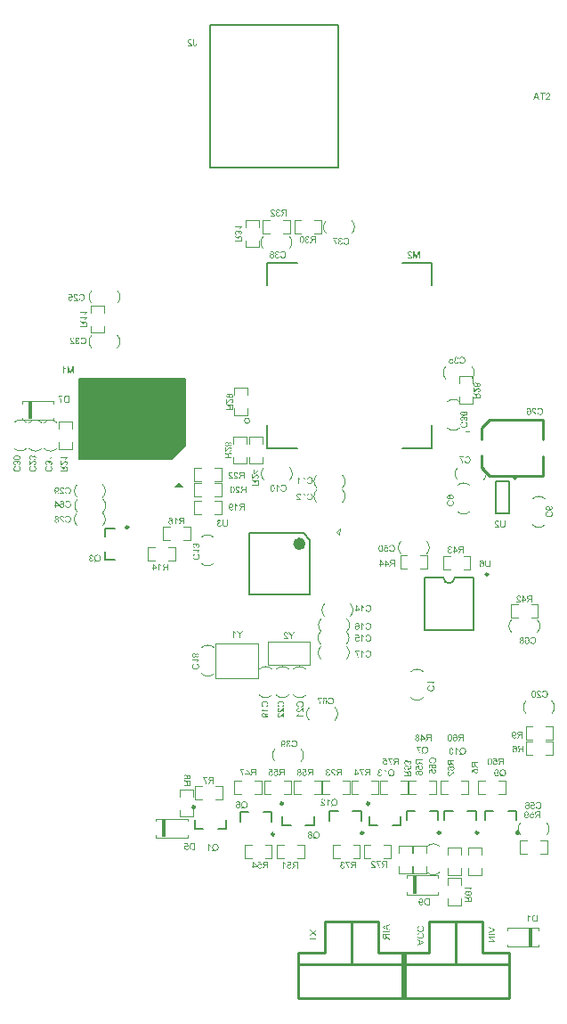
<source format=gbo>
G04*
G04 #@! TF.GenerationSoftware,Altium Limited,Altium Designer,21.0.8 (223)*
G04*
G04 Layer_Color=32896*
%FSTAX24Y24*%
%MOIN*%
G70*
G04*
G04 #@! TF.SameCoordinates,D94166DE-144D-4B7D-845D-6ED18FE10B1D*
G04*
G04*
G04 #@! TF.FilePolarity,Positive*
G04*
G01*
G75*
%ADD10C,0.0039*%
%ADD11C,0.0098*%
%ADD12C,0.0079*%
%ADD13C,0.0070*%
%ADD15C,0.0100*%
%ADD16C,0.0050*%
%ADD17R,0.0180X0.0690*%
%ADD116C,0.0236*%
%ADD141C,0.0000*%
G36*
X0676Y048227D02*
X0678Y048427D01*
X068Y048227D01*
X0676D01*
D02*
G37*
G36*
X064062Y049287D02*
Y052287D01*
X068038D01*
Y049775D01*
X06755Y049287D01*
X064062D01*
D02*
G37*
G36*
X081644Y062973D02*
X081647Y062972D01*
X081651Y062972D01*
X081655Y062971D01*
X081659Y06297D01*
X081668Y062968D01*
X081678Y062964D01*
X081683Y062962D01*
X081687Y06296D01*
X081692Y062956D01*
X081696Y062953D01*
X081696Y062952D01*
X081697Y062952D01*
X081698Y06295D01*
X081699Y062949D01*
X081701Y062947D01*
X081703Y062945D01*
X081704Y062942D01*
X081707Y062939D01*
X08171Y062932D01*
X081714Y062923D01*
X081715Y062919D01*
X081716Y062914D01*
X081717Y062909D01*
X081717Y062903D01*
Y062902D01*
Y062901D01*
X081717Y062898D01*
X081716Y062894D01*
X081716Y062889D01*
X081714Y062884D01*
X081713Y062879D01*
X081711Y062873D01*
X08171Y062873D01*
X08171Y062871D01*
X081708Y062868D01*
X081706Y062864D01*
X081703Y062859D01*
X081699Y062854D01*
X081695Y062848D01*
X08169Y062842D01*
X081689Y062842D01*
X081687Y062839D01*
X081685Y062838D01*
X081684Y062836D01*
X081681Y062834D01*
X081679Y062831D01*
X081676Y062828D01*
X081672Y062824D01*
X081668Y062821D01*
X081664Y062817D01*
X081659Y062813D01*
X081654Y062808D01*
X081648Y062803D01*
X081643Y062798D01*
X081642Y062798D01*
X081641Y062797D01*
X08164Y062796D01*
X081638Y062795D01*
X081636Y062792D01*
X081633Y06279D01*
X081628Y062786D01*
X081621Y06278D01*
X081616Y062775D01*
X081611Y06277D01*
X081608Y062768D01*
X081607Y062766D01*
X081606Y062766D01*
X081605Y062765D01*
X081604Y062763D01*
X081602Y062761D01*
X0816Y062759D01*
X081598Y062756D01*
X081593Y06275D01*
X081718D01*
Y06272D01*
X08155D01*
Y06272D01*
Y062722D01*
Y062724D01*
X081551Y062727D01*
X081551Y06273D01*
X081552Y062734D01*
X081553Y062737D01*
X081554Y062741D01*
Y062742D01*
X081554Y062742D01*
X081555Y062744D01*
X081557Y062748D01*
X081559Y062752D01*
X081562Y062757D01*
X081565Y062763D01*
X081569Y062769D01*
X081574Y062775D01*
Y062775D01*
X081575Y062776D01*
X081577Y062778D01*
X08158Y062781D01*
X081585Y062786D01*
X08159Y062791D01*
X081597Y062798D01*
X081606Y062805D01*
X081615Y062813D01*
X081615Y062813D01*
X081617Y062814D01*
X081619Y062816D01*
X081621Y062818D01*
X081625Y062821D01*
X081629Y062824D01*
X081633Y062828D01*
X081637Y062832D01*
X081647Y062841D01*
X081656Y06285D01*
X08166Y062854D01*
X081664Y062858D01*
X081668Y062862D01*
X081671Y062866D01*
Y062867D01*
X081671Y062867D01*
X081672Y062868D01*
X081673Y06287D01*
X081675Y062874D01*
X081678Y062878D01*
X081681Y062884D01*
X081683Y06289D01*
X081685Y062897D01*
X081685Y062904D01*
Y062904D01*
Y062905D01*
X081685Y062907D01*
X081685Y06291D01*
X081684Y062914D01*
X081682Y062919D01*
X08168Y062925D01*
X081676Y06293D01*
X081672Y062935D01*
X081671Y062935D01*
X081669Y062937D01*
X081667Y062939D01*
X081663Y062941D01*
X081658Y062944D01*
X081652Y062946D01*
X081645Y062947D01*
X081637Y062948D01*
X081635D01*
X081634Y062947D01*
X081629Y062947D01*
X081624Y062946D01*
X081619Y062944D01*
X081613Y062942D01*
X081607Y062938D01*
X081601Y062934D01*
X081601Y062933D01*
X081599Y062931D01*
X081597Y062929D01*
X081595Y062924D01*
X081592Y062919D01*
X08159Y062913D01*
X081589Y062905D01*
X081588Y062897D01*
X081556Y0629D01*
Y062901D01*
X081557Y062902D01*
Y062903D01*
X081557Y062906D01*
X081558Y062909D01*
X081558Y062912D01*
X08156Y062916D01*
X081561Y06292D01*
X081564Y062929D01*
X081568Y062938D01*
X08157Y062942D01*
X081574Y062946D01*
X081577Y06295D01*
X081581Y062954D01*
X081581Y062954D01*
X081582Y062955D01*
X081583Y062956D01*
X081585Y062957D01*
X081587Y062958D01*
X081589Y06296D01*
X081592Y062962D01*
X081596Y062964D01*
X0816Y062965D01*
X081604Y062967D01*
X081609Y062969D01*
X081614Y06297D01*
X08162Y062971D01*
X081625Y062972D01*
X081632Y062973D01*
X081638Y062973D01*
X081642D01*
X081644Y062973D01*
D02*
G37*
G36*
X081533Y062942D02*
X08145D01*
Y06272D01*
X081417D01*
Y062942D01*
X081334D01*
Y062972D01*
X081533D01*
Y062942D01*
D02*
G37*
G36*
X081326Y06272D02*
X081288D01*
X081258Y062796D01*
X081153D01*
X081125Y06272D01*
X08109D01*
X081186Y062972D01*
X081222D01*
X081326Y06272D01*
D02*
G37*
G36*
X078658Y050322D02*
X078727D01*
Y050293D01*
X078658D01*
Y050225D01*
X078629D01*
Y050293D01*
X078561D01*
Y050322D01*
X078629D01*
Y050391D01*
X078658D01*
Y050322D01*
D02*
G37*
G36*
X079655Y031674D02*
Y031639D01*
X079403Y03154D01*
Y031574D01*
X079586Y031643D01*
X079594Y031646D01*
X079601Y031648D01*
X079608Y03165D01*
X079614Y031652D01*
X07962Y031654D01*
X079624Y031655D01*
X079625Y031655D01*
X079626Y031656D01*
X079627Y031656D01*
X079627D01*
X079613Y03166D01*
X079606Y031663D01*
X0796Y031665D01*
X079594Y031667D01*
X079592Y031667D01*
X07959Y031668D01*
X079588Y031668D01*
X079587Y031669D01*
X079586Y031669D01*
X079586D01*
X079403Y031735D01*
Y031771D01*
X079655Y031674D01*
D02*
G37*
G36*
Y031471D02*
X079403D01*
Y031505D01*
X079655D01*
Y031471D01*
D02*
G37*
G36*
Y031381D02*
X079457D01*
X079655Y031249D01*
Y031214D01*
X079403D01*
Y031246D01*
X079601D01*
X079403Y031378D01*
Y031413D01*
X079655D01*
Y031381D01*
D02*
G37*
G36*
X076822Y031782D02*
X076817Y031781D01*
X076811Y031779D01*
X076806Y031777D01*
X076801Y031775D01*
X076797Y031773D01*
X076793Y031771D01*
X07679Y031768D01*
X076786Y031766D01*
X076783Y031764D01*
X076781Y031762D01*
X076779Y03176D01*
X076777Y031759D01*
X076776Y031757D01*
X076775Y031756D01*
X076775Y031756D01*
X076774Y031755D01*
X076771Y031752D01*
X076769Y031748D01*
X076765Y03174D01*
X076762Y031732D01*
X076761Y031725D01*
X076759Y031718D01*
X076759Y031715D01*
Y031713D01*
X076758Y031711D01*
Y031708D01*
X076759Y0317D01*
X07676Y031692D01*
X076762Y031685D01*
X076764Y031678D01*
X076766Y031673D01*
X076767Y031671D01*
X076768Y031669D01*
X076769Y031667D01*
X07677Y031666D01*
X07677Y031666D01*
Y031665D01*
X076775Y031658D01*
X076781Y031652D01*
X076787Y031647D01*
X076793Y031643D01*
X076798Y03164D01*
X076802Y031638D01*
X076804Y031637D01*
X076805Y031636D01*
X076806Y031636D01*
X076806D01*
X076815Y031633D01*
X076825Y031631D01*
X076834Y031629D01*
X076843Y031628D01*
X076847Y031628D01*
X076851Y031627D01*
X076854D01*
X076857Y031627D01*
X076859D01*
X076861D01*
X076862D01*
X076862D01*
X076872Y031627D01*
X07688Y031628D01*
X076888Y03163D01*
X076896Y031631D01*
X076902Y031632D01*
X076904Y031633D01*
X076906Y031634D01*
X076908Y031634D01*
X076909Y031634D01*
X07691Y031635D01*
X07691D01*
X076919Y031638D01*
X076926Y031642D01*
X076933Y031647D01*
X076938Y031651D01*
X076943Y031655D01*
X076945Y031659D01*
X076947Y031661D01*
X076948Y031662D01*
Y031662D01*
X076953Y03167D01*
X076956Y031678D01*
X076959Y031686D01*
X07696Y031694D01*
X076961Y031701D01*
X076962Y031703D01*
Y031706D01*
X076962Y031708D01*
Y031711D01*
X076962Y03172D01*
X07696Y031728D01*
X076958Y031735D01*
X076956Y031741D01*
X076953Y031746D01*
X076952Y03175D01*
X07695Y031752D01*
X076949Y031753D01*
X076944Y031758D01*
X076938Y031764D01*
X076931Y031768D01*
X076925Y031772D01*
X076919Y031775D01*
X076916Y031776D01*
X076914Y031777D01*
X076912Y031777D01*
X07691Y031778D01*
X07691Y031778D01*
X076909D01*
X076917Y031811D01*
X076924Y031809D01*
X076929Y031807D01*
X076935Y031804D01*
X07694Y031801D01*
X076945Y031798D01*
X076949Y031795D01*
X076954Y031792D01*
X076957Y031789D01*
X07696Y031786D01*
X076963Y031784D01*
X076966Y031781D01*
X076968Y03178D01*
X076969Y031778D01*
X076971Y031776D01*
X076971Y031776D01*
X076971Y031775D01*
X076975Y03177D01*
X076978Y031765D01*
X07698Y03176D01*
X076983Y031754D01*
X076986Y031743D01*
X076988Y031734D01*
X076989Y031729D01*
X076989Y031725D01*
X07699Y031721D01*
X07699Y031718D01*
X076991Y031715D01*
Y031711D01*
X07699Y031699D01*
X076988Y031688D01*
X076986Y031678D01*
X076984Y031673D01*
X076983Y031668D01*
X076981Y031664D01*
X07698Y031661D01*
X076979Y031658D01*
X076978Y031655D01*
X076977Y031653D01*
X076976Y031652D01*
X076976Y031651D01*
X076975Y03165D01*
X076969Y03164D01*
X076962Y031632D01*
X076955Y031625D01*
X076947Y031619D01*
X076941Y031614D01*
X076938Y031612D01*
X076935Y031611D01*
X076933Y031609D01*
X076932Y031608D01*
X076931Y031608D01*
X07693Y031608D01*
X076919Y031603D01*
X076908Y031599D01*
X076896Y031596D01*
X076885Y031595D01*
X076881Y031594D01*
X076876Y031594D01*
X076872Y031593D01*
X076869D01*
X076866Y031593D01*
X076864D01*
X076862D01*
X076862D01*
X076849Y031594D01*
X076836Y031595D01*
X076825Y031597D01*
X076819Y031598D01*
X076815Y031599D01*
X07681Y0316D01*
X076806Y031602D01*
X076803Y031603D01*
X0768Y031604D01*
X076798Y031605D01*
X076796Y031605D01*
X076795Y031606D01*
X076794D01*
X076783Y031611D01*
X076774Y031618D01*
X076765Y031624D01*
X076762Y031627D01*
X076759Y03163D01*
X076756Y031633D01*
X076753Y031636D01*
X076751Y031639D01*
X07675Y031641D01*
X076748Y031642D01*
X076747Y031644D01*
X076747Y031644D01*
X076746Y031645D01*
X076743Y03165D01*
X076741Y031655D01*
X076737Y031666D01*
X076734Y031677D01*
X076732Y031687D01*
X076731Y031693D01*
X076731Y031697D01*
X07673Y031701D01*
Y031704D01*
X07673Y031707D01*
Y031711D01*
X07673Y031718D01*
X076731Y031725D01*
X076732Y031732D01*
X076733Y031738D01*
X076735Y031744D01*
X076737Y031749D01*
X076739Y031754D01*
X076741Y031759D01*
X076743Y031763D01*
X076744Y031767D01*
X076746Y03177D01*
X076748Y031773D01*
X07675Y031775D01*
X07675Y031777D01*
X076751Y031777D01*
X076751Y031778D01*
X076756Y031783D01*
X07676Y031787D01*
X076765Y031791D01*
X07677Y031795D01*
X076781Y031802D01*
X076791Y031807D01*
X076795Y031809D01*
X0768Y031811D01*
X076804Y031812D01*
X076807Y031813D01*
X07681Y031814D01*
X076812Y031815D01*
X076814Y031816D01*
X076814D01*
X076822Y031782D01*
D02*
G37*
G36*
Y031528D02*
X076817Y031527D01*
X076811Y031525D01*
X076806Y031523D01*
X076801Y031521D01*
X076797Y031519D01*
X076793Y031517D01*
X07679Y031514D01*
X076786Y031512D01*
X076783Y03151D01*
X076781Y031508D01*
X076779Y031506D01*
X076777Y031505D01*
X076776Y031503D01*
X076775Y031502D01*
X076775Y031502D01*
X076774Y031501D01*
X076771Y031498D01*
X076769Y031494D01*
X076765Y031486D01*
X076762Y031478D01*
X076761Y03147D01*
X076759Y031464D01*
X076759Y031461D01*
Y031459D01*
X076758Y031457D01*
Y031454D01*
X076759Y031446D01*
X07676Y031438D01*
X076762Y03143D01*
X076764Y031424D01*
X076766Y031419D01*
X076767Y031417D01*
X076768Y031415D01*
X076769Y031413D01*
X07677Y031412D01*
X07677Y031412D01*
Y031411D01*
X076775Y031404D01*
X076781Y031398D01*
X076787Y031393D01*
X076793Y031389D01*
X076798Y031386D01*
X076802Y031384D01*
X076804Y031383D01*
X076805Y031382D01*
X076806Y031382D01*
X076806D01*
X076815Y031379D01*
X076825Y031377D01*
X076834Y031375D01*
X076843Y031374D01*
X076847Y031374D01*
X076851Y031373D01*
X076854D01*
X076857Y031373D01*
X076859D01*
X076861D01*
X076862D01*
X076862D01*
X076872Y031373D01*
X07688Y031374D01*
X076888Y031375D01*
X076896Y031377D01*
X076902Y031378D01*
X076904Y031379D01*
X076906Y031379D01*
X076908Y03138D01*
X076909Y03138D01*
X07691Y031381D01*
X07691D01*
X076919Y031384D01*
X076926Y031388D01*
X076933Y031393D01*
X076938Y031397D01*
X076943Y031401D01*
X076945Y031405D01*
X076947Y031407D01*
X076948Y031407D01*
Y031408D01*
X076953Y031416D01*
X076956Y031424D01*
X076959Y031432D01*
X07696Y03144D01*
X076961Y031446D01*
X076962Y031449D01*
Y031452D01*
X076962Y031454D01*
Y031457D01*
X076962Y031466D01*
X07696Y031474D01*
X076958Y031481D01*
X076956Y031487D01*
X076953Y031492D01*
X076952Y031496D01*
X07695Y031498D01*
X076949Y031498D01*
X076944Y031504D01*
X076938Y03151D01*
X076931Y031514D01*
X076925Y031518D01*
X076919Y031521D01*
X076916Y031522D01*
X076914Y031523D01*
X076912Y031523D01*
X07691Y031524D01*
X07691Y031524D01*
X076909D01*
X076917Y031557D01*
X076924Y031555D01*
X076929Y031553D01*
X076935Y03155D01*
X07694Y031547D01*
X076945Y031544D01*
X076949Y031541D01*
X076954Y031538D01*
X076957Y031535D01*
X07696Y031532D01*
X076963Y03153D01*
X076966Y031527D01*
X076968Y031525D01*
X076969Y031524D01*
X076971Y031522D01*
X076971Y031521D01*
X076971Y031521D01*
X076975Y031516D01*
X076978Y031511D01*
X07698Y031506D01*
X076983Y0315D01*
X076986Y031489D01*
X076988Y03148D01*
X076989Y031475D01*
X076989Y031471D01*
X07699Y031467D01*
X07699Y031464D01*
X076991Y031461D01*
Y031457D01*
X07699Y031445D01*
X076988Y031434D01*
X076986Y031424D01*
X076984Y031419D01*
X076983Y031414D01*
X076981Y03141D01*
X07698Y031407D01*
X076979Y031404D01*
X076978Y031401D01*
X076977Y031399D01*
X076976Y031398D01*
X076976Y031397D01*
X076975Y031396D01*
X076969Y031386D01*
X076962Y031378D01*
X076955Y031371D01*
X076947Y031365D01*
X076941Y03136D01*
X076938Y031358D01*
X076935Y031357D01*
X076933Y031355D01*
X076932Y031354D01*
X076931Y031354D01*
X07693Y031354D01*
X076919Y031349D01*
X076908Y031345D01*
X076896Y031342D01*
X076885Y031341D01*
X076881Y03134D01*
X076876Y031339D01*
X076872Y031339D01*
X076869D01*
X076866Y031339D01*
X076864D01*
X076862D01*
X076862D01*
X076849Y031339D01*
X076836Y031341D01*
X076825Y031343D01*
X076819Y031344D01*
X076815Y031345D01*
X07681Y031346D01*
X076806Y031348D01*
X076803Y031349D01*
X0768Y03135D01*
X076798Y031351D01*
X076796Y031351D01*
X076795Y031352D01*
X076794D01*
X076783Y031357D01*
X076774Y031363D01*
X076765Y03137D01*
X076762Y031373D01*
X076759Y031376D01*
X076756Y031379D01*
X076753Y031382D01*
X076751Y031385D01*
X07675Y031387D01*
X076748Y031388D01*
X076747Y03139D01*
X076747Y03139D01*
X076746Y031391D01*
X076743Y031396D01*
X076741Y031401D01*
X076737Y031412D01*
X076734Y031423D01*
X076732Y031433D01*
X076731Y031438D01*
X076731Y031443D01*
X07673Y031447D01*
Y03145D01*
X07673Y031453D01*
Y031457D01*
X07673Y031464D01*
X076731Y031471D01*
X076732Y031478D01*
X076733Y031484D01*
X076735Y03149D01*
X076737Y031495D01*
X076739Y0315D01*
X076741Y031505D01*
X076743Y031509D01*
X076744Y031513D01*
X076746Y031516D01*
X076748Y031519D01*
X07675Y031521D01*
X07675Y031523D01*
X076751Y031523D01*
X076751Y031524D01*
X076756Y031529D01*
X07676Y031533D01*
X076765Y031537D01*
X07677Y031541D01*
X076781Y031548D01*
X076791Y031553D01*
X076795Y031555D01*
X0768Y031557D01*
X076804Y031558D01*
X076807Y031559D01*
X07681Y03156D01*
X076812Y031561D01*
X076814Y031561D01*
X076814D01*
X076822Y031528D01*
D02*
G37*
G36*
X076986Y031219D02*
Y031182D01*
X076734Y031086D01*
Y031121D01*
X076811Y031149D01*
Y031254D01*
X076734Y031284D01*
Y031322D01*
X076986Y031219D01*
D02*
G37*
G36*
X07284Y031588D02*
X07296Y031676D01*
Y031639D01*
X072893Y031589D01*
X072887Y031585D01*
X072882Y031581D01*
X072877Y031577D01*
X072873Y031574D01*
X072869Y031572D01*
X072866Y03157D01*
X072865Y031569D01*
X072864Y031569D01*
X072869Y031566D01*
X072873Y031563D01*
X072878Y03156D01*
X072884Y031557D01*
X072888Y031553D01*
X072892Y031551D01*
X072893Y03155D01*
X072894Y031549D01*
X072895Y031549D01*
X072895D01*
X07296Y031503D01*
Y031463D01*
X072838Y031549D01*
X072708Y031452D01*
Y031492D01*
X072795Y031556D01*
X072797Y031557D01*
X0728Y031559D01*
X072806Y031563D01*
X072809Y031565D01*
X072811Y031566D01*
X072812Y031567D01*
X072813Y031568D01*
X072807Y031571D01*
X072802Y031574D01*
X0728Y031576D01*
X072799Y031577D01*
X072798Y031577D01*
X072797Y031578D01*
X072708Y031641D01*
Y031683D01*
X07284Y031588D01*
D02*
G37*
G36*
X07296Y031244D02*
X07293D01*
Y031327D01*
X072708D01*
Y03136D01*
X07293D01*
Y031443D01*
X07296D01*
Y031244D01*
D02*
G37*
G36*
X075698Y031842D02*
X075622Y031815D01*
Y031709D01*
X075698Y03168D01*
Y031642D01*
X075446Y031745D01*
Y031781D01*
X075698Y031877D01*
Y031842D01*
D02*
G37*
G36*
Y031576D02*
X075446D01*
Y03161D01*
X075698D01*
Y031576D01*
D02*
G37*
G36*
Y031483D02*
X075586D01*
Y03144D01*
X075587Y031436D01*
Y031433D01*
X075587Y031431D01*
X075588Y031429D01*
Y031428D01*
X075588Y031427D01*
Y031426D01*
X07559Y031421D01*
X075591Y031418D01*
X075592Y031416D01*
X075593Y031414D01*
X075594Y031412D01*
X075594Y031412D01*
X075594Y031411D01*
X075597Y031408D01*
X075599Y031405D01*
X075605Y0314D01*
X075607Y031397D01*
X075609Y031395D01*
X075611Y031394D01*
X075611Y031394D01*
X075616Y03139D01*
X075622Y031386D01*
X075628Y031382D01*
X075633Y031378D01*
X075638Y031375D01*
X075642Y031373D01*
X075644Y031371D01*
X075645Y031371D01*
X075645Y03137D01*
X075646D01*
X075698Y031337D01*
Y031295D01*
X07563Y031339D01*
X075623Y031344D01*
X075616Y031349D01*
X07561Y031353D01*
X075605Y031357D01*
X075602Y031361D01*
X075599Y031364D01*
X075597Y031366D01*
X075596Y031366D01*
X075594Y031369D01*
X075592Y031373D01*
X075588Y031379D01*
X075586Y031382D01*
X075585Y031384D01*
X075584Y031386D01*
X075584Y031386D01*
X075582Y03138D01*
X075581Y031374D01*
X07558Y031368D01*
X075578Y031363D01*
X075576Y031358D01*
X075574Y031354D01*
X075572Y03135D01*
X07557Y031346D01*
X075568Y031343D01*
X075566Y03134D01*
X075565Y031338D01*
X075564Y031336D01*
X075562Y031335D01*
X075561Y031334D01*
X075561Y031333D01*
X075561Y031333D01*
X075557Y03133D01*
X075553Y031327D01*
X075546Y031323D01*
X075538Y03132D01*
X075531Y031318D01*
X075525Y031316D01*
X075522Y031316D01*
X075519D01*
X075518Y031315D01*
X075516D01*
X075515D01*
X075515D01*
X075507Y031316D01*
X075501Y031317D01*
X075494Y031319D01*
X075489Y031321D01*
X075484Y031323D01*
X07548Y031324D01*
X075478Y031326D01*
X075478Y031326D01*
X075477D01*
X075471Y03133D01*
X075466Y031335D01*
X075462Y031339D01*
X075459Y031344D01*
X075456Y031348D01*
X075455Y031351D01*
X075454Y031353D01*
X075453Y031354D01*
Y031354D01*
X075452Y031357D01*
X075451Y031361D01*
X075449Y031369D01*
X075448Y031378D01*
X075447Y031386D01*
X075447Y031394D01*
Y031397D01*
X075446Y0314D01*
Y031517D01*
X075698D01*
Y031483D01*
D02*
G37*
G36*
X074674Y04211D02*
X074678Y042105D01*
X074683Y042099D01*
X074687Y042094D01*
X074691Y042089D01*
X074695Y042086D01*
X074696Y042085D01*
X074697Y042084D01*
X074697Y042083D01*
X074698Y042083D01*
X074705Y042077D01*
X074713Y042071D01*
X07472Y042066D01*
X074728Y042062D01*
X074734Y042058D01*
X074736Y042057D01*
X074739Y042056D01*
X07474Y042054D01*
X074742Y042054D01*
X074743Y042053D01*
X074743D01*
Y042023D01*
X074738Y042026D01*
X074732Y042028D01*
X074727Y042031D01*
X074721Y042033D01*
X074717Y042035D01*
X074713Y042037D01*
X074711Y042039D01*
X074711Y042039D01*
X074711D01*
X074704Y042043D01*
X074698Y042047D01*
X074693Y042051D01*
X074689Y042054D01*
X074685Y042057D01*
X074683Y042059D01*
X074681Y04206D01*
X074681Y042061D01*
Y041864D01*
X07465D01*
Y042117D01*
X07467D01*
X074674Y04211D01*
D02*
G37*
G36*
X074911Y042119D02*
X074923Y042117D01*
X074933Y042115D01*
X074938Y042114D01*
X074942Y042112D01*
X074946Y042111D01*
X07495Y042109D01*
X074953Y042108D01*
X074956Y042107D01*
X074957Y042106D01*
X074959Y042105D01*
X07496Y042105D01*
X07496Y042105D01*
X07497Y042098D01*
X074978Y042091D01*
X074986Y042084D01*
X074992Y042077D01*
X074997Y04207D01*
X074998Y042067D01*
X075Y042065D01*
X075001Y042063D01*
X075002Y042061D01*
X075002Y04206D01*
X075003Y04206D01*
X075008Y042049D01*
X075012Y042037D01*
X075014Y042025D01*
X075016Y042015D01*
X075017Y04201D01*
X075017Y042005D01*
X075017Y042002D01*
Y041998D01*
X075018Y041995D01*
Y041993D01*
Y041992D01*
Y041991D01*
X075017Y041978D01*
X075016Y041966D01*
X075014Y041954D01*
X075012Y041949D01*
X075011Y041944D01*
X07501Y04194D01*
X075009Y041936D01*
X075008Y041932D01*
X075007Y041929D01*
X075006Y041927D01*
X075005Y041925D01*
X075005Y041924D01*
Y041924D01*
X074999Y041913D01*
X074993Y041903D01*
X074986Y041895D01*
X074983Y041891D01*
X07498Y041888D01*
X074977Y041885D01*
X074974Y041883D01*
X074972Y04188D01*
X07497Y041879D01*
X074968Y041878D01*
X074967Y041876D01*
X074966Y041876D01*
X074966Y041876D01*
X074961Y041873D01*
X074956Y04187D01*
X074945Y041866D01*
X074934Y041863D01*
X074923Y041862D01*
X074918Y041861D01*
X074914Y04186D01*
X07491Y04186D01*
X074906D01*
X074903Y041859D01*
X074899D01*
X074892Y04186D01*
X074885Y04186D01*
X074879Y041861D01*
X074873Y041863D01*
X074867Y041864D01*
X074861Y041866D01*
X074856Y041868D01*
X074851Y04187D01*
X074847Y041872D01*
X074843Y041874D01*
X074841Y041876D01*
X074838Y041878D01*
X074836Y041879D01*
X074834Y04188D01*
X074833Y04188D01*
X074833Y041881D01*
X074828Y041885D01*
X074823Y04189D01*
X074819Y041895D01*
X074815Y0419D01*
X074809Y04191D01*
X074804Y04192D01*
X074802Y041925D01*
X0748Y041929D01*
X074798Y041933D01*
X074797Y041936D01*
X074796Y041939D01*
X074795Y041942D01*
X074795Y041943D01*
Y041943D01*
X074829Y041952D01*
X07483Y041946D01*
X074832Y04194D01*
X074834Y041935D01*
X074835Y041931D01*
X074838Y041926D01*
X07484Y041923D01*
X074842Y041919D01*
X074845Y041916D01*
X074846Y041913D01*
X074849Y041911D01*
X07485Y041908D01*
X074852Y041907D01*
X074853Y041906D01*
X074854Y041904D01*
X074855Y041904D01*
X074855Y041904D01*
X074859Y041901D01*
X074863Y041899D01*
X074871Y041895D01*
X074878Y041892D01*
X074886Y04189D01*
X074893Y041888D01*
X074895Y041888D01*
X074898D01*
X0749Y041888D01*
X074902D01*
X074911Y041888D01*
X074919Y04189D01*
X074926Y041891D01*
X074933Y041894D01*
X074938Y041896D01*
X07494Y041897D01*
X074942Y041898D01*
X074943Y041898D01*
X074944Y041899D01*
X074945Y041899D01*
X074945D01*
X074952Y041904D01*
X074958Y04191D01*
X074963Y041916D01*
X074967Y041922D01*
X07497Y041927D01*
X074973Y041931D01*
X074973Y041933D01*
X074974Y041934D01*
X074974Y041935D01*
Y041935D01*
X074977Y041945D01*
X07498Y041954D01*
X074981Y041964D01*
X074982Y041973D01*
X074983Y041977D01*
X074983Y04198D01*
Y041983D01*
X074984Y041986D01*
Y041988D01*
Y04199D01*
Y041991D01*
Y041991D01*
X074983Y042001D01*
X074982Y04201D01*
X074981Y042018D01*
X07498Y042025D01*
X074978Y042031D01*
X074978Y042034D01*
X074977Y042036D01*
X074977Y042038D01*
X074976Y042039D01*
X074976Y042039D01*
Y04204D01*
X074972Y042048D01*
X074968Y042056D01*
X074964Y042062D01*
X074959Y042068D01*
X074955Y042072D01*
X074952Y042075D01*
X074949Y042077D01*
X074949Y042077D01*
X074949D01*
X074941Y042082D01*
X074933Y042086D01*
X074925Y042088D01*
X074917Y04209D01*
X07491Y042091D01*
X074907Y042091D01*
X074905D01*
X074903Y042092D01*
X0749D01*
X074891Y042091D01*
X074882Y04209D01*
X074875Y042088D01*
X074869Y042085D01*
X074865Y042083D01*
X074861Y042081D01*
X074859Y04208D01*
X074858Y042079D01*
X074852Y042073D01*
X074847Y042067D01*
X074842Y042061D01*
X074839Y042054D01*
X074836Y042048D01*
X074835Y042045D01*
X074834Y042043D01*
X074833Y042041D01*
X074833Y04204D01*
X074832Y042039D01*
Y042039D01*
X074799Y042046D01*
X074802Y042053D01*
X074804Y042059D01*
X074807Y042064D01*
X074809Y04207D01*
X074812Y042074D01*
X074815Y042079D01*
X074818Y042083D01*
X074821Y042087D01*
X074824Y04209D01*
X074827Y042093D01*
X074829Y042095D01*
X074831Y042097D01*
X074833Y042099D01*
X074834Y0421D01*
X074835Y0421D01*
X074835Y042101D01*
X074841Y042104D01*
X074846Y042107D01*
X074851Y04211D01*
X074856Y042112D01*
X074867Y042115D01*
X074877Y042117D01*
X074882Y042118D01*
X074886Y042119D01*
X07489Y042119D01*
X074893Y04212D01*
X074895Y04212D01*
X074899D01*
X074911Y042119D01*
D02*
G37*
G36*
X074569Y042082D02*
X074445D01*
X074454Y042072D01*
X074462Y042061D01*
X07447Y04205D01*
X074477Y042039D01*
X074479Y042034D01*
X074482Y04203D01*
X074485Y042026D01*
X074486Y042023D01*
X074488Y04202D01*
X074489Y042018D01*
X07449Y042017D01*
X07449Y042016D01*
X074497Y042002D01*
X074504Y041987D01*
X074509Y041973D01*
X074511Y041967D01*
X074514Y041961D01*
X074516Y041955D01*
X074517Y04195D01*
X074519Y041946D01*
X07452Y041942D01*
X074521Y041939D01*
X074522Y041937D01*
X074522Y041935D01*
Y041935D01*
X074526Y04192D01*
X074527Y041913D01*
X074528Y041906D01*
X074529Y0419D01*
X07453Y041894D01*
X074531Y041889D01*
X074532Y041884D01*
X074532Y041879D01*
X074533Y041875D01*
X074533Y041872D01*
Y041869D01*
X074533Y041867D01*
Y041865D01*
Y041864D01*
Y041864D01*
X074502D01*
X074501Y041878D01*
X074499Y04189D01*
X074497Y041902D01*
X074496Y041907D01*
X074495Y041912D01*
X074494Y041917D01*
X074493Y041921D01*
X074492Y041924D01*
X074491Y041927D01*
X074491Y04193D01*
X07449Y041931D01*
X07449Y041932D01*
Y041933D01*
X074485Y04195D01*
X074479Y041965D01*
X074476Y041973D01*
X074473Y04198D01*
X07447Y041987D01*
X074467Y041993D01*
X074464Y041999D01*
X074462Y042004D01*
X074459Y042009D01*
X074458Y042013D01*
X074456Y042016D01*
X074455Y042018D01*
X074454Y042019D01*
X074454Y04202D01*
X074449Y042027D01*
X074445Y042035D01*
X07444Y042042D01*
X074436Y042049D01*
X074432Y042054D01*
X074428Y04206D01*
X074424Y042065D01*
X074421Y04207D01*
X074418Y042074D01*
X074415Y042078D01*
X074412Y042081D01*
X07441Y042083D01*
X074408Y042085D01*
X074407Y042087D01*
X074406Y042088D01*
X074406Y042088D01*
Y042112D01*
X074569D01*
Y042082D01*
D02*
G37*
G36*
X069337Y047006D02*
X069347Y047004D01*
X069355Y047002D01*
X069363Y046999D01*
X069366Y046997D01*
X069368Y046995D01*
X069371Y046994D01*
X069373Y046992D01*
X069374Y046991D01*
X069375Y046991D01*
X069376Y04699D01*
X069376Y04699D01*
X069383Y046983D01*
X069389Y046975D01*
X069393Y046967D01*
X069397Y046959D01*
X069399Y046952D01*
X0694Y046949D01*
X069401Y046947D01*
X069401Y046945D01*
X069401Y046943D01*
X069402Y046942D01*
Y046942D01*
X069371Y046936D01*
X069369Y046944D01*
X069367Y046951D01*
X069365Y046957D01*
X069362Y046962D01*
X06936Y046965D01*
X069357Y046968D01*
X069356Y04697D01*
X069356Y04697D01*
X069351Y046974D01*
X069346Y046977D01*
X069341Y046979D01*
X069336Y04698D01*
X069332Y046981D01*
X069329Y046982D01*
X069326D01*
X069319Y046981D01*
X069313Y04698D01*
X069308Y046978D01*
X069304Y046976D01*
X069301Y046974D01*
X069298Y046972D01*
X069296Y046971D01*
X069296Y04697D01*
X069292Y046966D01*
X069289Y046961D01*
X069287Y046956D01*
X069286Y046952D01*
X069285Y046948D01*
X069284Y046945D01*
Y046943D01*
Y046943D01*
Y046942D01*
Y046938D01*
X069285Y046935D01*
X069287Y046928D01*
X069289Y046923D01*
X069292Y046918D01*
X069295Y046915D01*
X069298Y046912D01*
X0693Y046911D01*
X0693Y046911D01*
X0693D01*
X069306Y046907D01*
X069312Y046905D01*
X069318Y046903D01*
X069324Y046902D01*
X069329Y046901D01*
X069333Y0469D01*
X069337D01*
X069339Y046901D01*
X069341D01*
X069344Y046873D01*
X06934Y046874D01*
X069335Y046875D01*
X069332Y046876D01*
X069328Y046876D01*
X069326Y046877D01*
X069322D01*
X069315Y046876D01*
X069308Y046874D01*
X069302Y046872D01*
X069297Y04687D01*
X069293Y046867D01*
X06929Y046865D01*
X069288Y046864D01*
X069287Y046863D01*
X069282Y046857D01*
X069279Y046852D01*
X069276Y046846D01*
X069275Y04684D01*
X069274Y046835D01*
X069273Y046831D01*
X069273Y04683D01*
Y046829D01*
Y046828D01*
Y046828D01*
X069274Y04682D01*
X069276Y046812D01*
X069278Y046806D01*
X069281Y046801D01*
X069284Y046796D01*
X069286Y046793D01*
X069288Y046791D01*
X069288Y04679D01*
X069294Y046785D01*
X0693Y046781D01*
X069306Y046779D01*
X069312Y046777D01*
X069317Y046776D01*
X069321Y046775D01*
X069323Y046775D01*
X069325D01*
X069332Y046775D01*
X069338Y046777D01*
X069343Y046779D01*
X069348Y046781D01*
X069351Y046783D01*
X069354Y046785D01*
X069356Y046786D01*
X069356Y046786D01*
X069361Y046791D01*
X069364Y046797D01*
X069368Y046803D01*
X06937Y04681D01*
X069372Y046816D01*
X069373Y046818D01*
X069373Y04682D01*
X069373Y046822D01*
X069374Y046824D01*
X069374Y046824D01*
Y046825D01*
X069405Y046821D01*
X069404Y046815D01*
X069403Y046809D01*
X0694Y046799D01*
X069396Y04679D01*
X069394Y046787D01*
X069392Y046783D01*
X069389Y04678D01*
X069387Y046777D01*
X069385Y046775D01*
X069384Y046773D01*
X069383Y046771D01*
X069381Y04677D01*
X069381Y04677D01*
X06938Y046769D01*
X069376Y046766D01*
X069372Y046763D01*
X069367Y04676D01*
X069363Y046758D01*
X069353Y046754D01*
X069345Y046752D01*
X069341Y046751D01*
X069337Y046751D01*
X069334Y04675D01*
X069331Y04675D01*
X069329Y04675D01*
X069325D01*
X069318Y04675D01*
X069312Y046751D01*
X069306Y046752D01*
X0693Y046753D01*
X069295Y046755D01*
X06929Y046757D01*
X069285Y046759D01*
X069281Y046761D01*
X069277Y046763D01*
X069274Y046765D01*
X069271Y046767D01*
X069269Y046769D01*
X069267Y04677D01*
X069266Y046771D01*
X069265Y046772D01*
X069265Y046773D01*
X06926Y046777D01*
X069257Y046782D01*
X069253Y046786D01*
X06925Y046791D01*
X069248Y046796D01*
X069246Y0468D01*
X069243Y046809D01*
X069242Y046813D01*
X069242Y046817D01*
X069241Y04682D01*
X069241Y046823D01*
X06924Y046825D01*
Y046827D01*
Y046828D01*
Y046828D01*
X069241Y046837D01*
X069242Y046845D01*
X069244Y046852D01*
X069246Y046858D01*
X069249Y046862D01*
X069251Y046866D01*
X069252Y046868D01*
X069253Y046869D01*
X069258Y046874D01*
X069263Y046879D01*
X069269Y046883D01*
X069275Y046886D01*
X06928Y046888D01*
X069284Y046889D01*
X069285Y04689D01*
X069286Y04689D01*
X069287Y046891D01*
X069288D01*
X069281Y046894D01*
X069276Y046897D01*
X069272Y046901D01*
X069268Y046904D01*
X069265Y046907D01*
X069263Y046909D01*
X069262Y046911D01*
X069262Y046912D01*
X069259Y046917D01*
X069257Y046922D01*
X069255Y046927D01*
X069254Y046932D01*
X069253Y046936D01*
X069253Y046939D01*
Y046941D01*
Y046941D01*
X069253Y046948D01*
X069254Y046954D01*
X069255Y046959D01*
X069257Y046964D01*
X069259Y046968D01*
X069261Y046971D01*
X069262Y046973D01*
X069262Y046974D01*
X069266Y046979D01*
X06927Y046984D01*
X069274Y046988D01*
X069279Y046992D01*
X069282Y046994D01*
X069286Y046996D01*
X069288Y046998D01*
X069288Y046998D01*
X069289D01*
X069295Y047001D01*
X069302Y047003D01*
X069308Y047005D01*
X069314Y047006D01*
X069319Y047007D01*
X069323Y047007D01*
X069332D01*
X069337Y047006D01*
D02*
G37*
G36*
X069646Y04686D02*
Y046853D01*
X069646Y046846D01*
X069646Y04684D01*
X069645Y046833D01*
X069644Y046828D01*
X069644Y046823D01*
X069642Y046818D01*
X069642Y046814D01*
X069641Y04681D01*
X06964Y046806D01*
X069639Y046803D01*
X069638Y046801D01*
X069638Y0468D01*
X069637Y046798D01*
X069637Y046797D01*
Y046797D01*
X069633Y046789D01*
X069628Y046782D01*
X069623Y046776D01*
X069617Y046771D01*
X069613Y046767D01*
X069609Y046764D01*
X069607Y046763D01*
X069606Y046762D01*
X069605Y046762D01*
X069605D01*
X069596Y046758D01*
X069586Y046755D01*
X069577Y046753D01*
X069567Y046751D01*
X069563Y046751D01*
X069559Y04675D01*
X069556Y04675D01*
X069553D01*
X06955Y04675D01*
X069547D01*
X069534Y04675D01*
X069528Y046751D01*
X069523Y046752D01*
X069517Y046753D01*
X069512Y046754D01*
X069508Y046755D01*
X069504Y046757D01*
X0695Y046758D01*
X069498Y046759D01*
X069495Y04676D01*
X069492Y046761D01*
X069491Y046762D01*
X06949Y046763D01*
X069489Y046763D01*
X069488D01*
X06948Y046769D01*
X069474Y046775D01*
X069469Y046781D01*
X069464Y046787D01*
X069461Y046792D01*
X069459Y046796D01*
X069458Y046797D01*
X069458Y046798D01*
X069457Y046799D01*
Y0468D01*
X069456Y046804D01*
X069454Y046809D01*
X069452Y046818D01*
X069451Y046829D01*
X06945Y046838D01*
X069449Y046843D01*
X069449Y046847D01*
Y046851D01*
X069448Y046854D01*
Y046857D01*
Y046858D01*
Y04686D01*
Y04686D01*
Y047006D01*
X069482D01*
Y04686D01*
Y046852D01*
X069483Y046844D01*
X069483Y046837D01*
X069484Y04683D01*
X069486Y046825D01*
X069487Y046819D01*
X069488Y046814D01*
X06949Y04681D01*
X069491Y046807D01*
X069492Y046804D01*
X069494Y046802D01*
X069495Y0468D01*
X069496Y046798D01*
X069497Y046797D01*
X069497Y046797D01*
X069498Y046796D01*
X069501Y046793D01*
X069504Y046791D01*
X069512Y046787D01*
X069521Y046784D01*
X06953Y046782D01*
X069538Y046781D01*
X069541Y04678D01*
X069544D01*
X069546Y04678D01*
X06955D01*
X069558Y04678D01*
X069565Y046781D01*
X069571Y046782D01*
X069576Y046784D01*
X069581Y046786D01*
X069584Y046787D01*
X069586Y046788D01*
X069586Y046788D01*
X069591Y046791D01*
X069596Y046796D01*
X069599Y0468D01*
X069602Y046803D01*
X069604Y046807D01*
X069606Y046809D01*
X069607Y046811D01*
X069607Y046812D01*
X069608Y046815D01*
X069609Y046818D01*
X06961Y046826D01*
X069611Y046834D01*
X069612Y046842D01*
X069613Y046849D01*
Y046852D01*
X069613Y046855D01*
Y046857D01*
Y046859D01*
Y04686D01*
Y04686D01*
Y047006D01*
X069646D01*
Y04686D01*
D02*
G37*
G36*
X080851Y042622D02*
X080858Y042621D01*
X080865Y04262D01*
X080871Y042618D01*
X080876Y042616D01*
X080882Y042613D01*
X080886Y042611D01*
X080891Y042608D01*
X080894Y042605D01*
X080898Y042603D01*
X080901Y0426D01*
X080903Y042598D01*
X080905Y042596D01*
X080906Y042595D01*
X080907Y042594D01*
X080907Y042593D01*
X080912Y042587D01*
X080916Y042579D01*
X08092Y042571D01*
X080923Y042563D01*
X080926Y042554D01*
X080928Y042545D01*
X08093Y042536D01*
X080931Y042528D01*
X080932Y04252D01*
X080933Y042512D01*
X080934Y042505D01*
X080934Y042499D01*
Y042494D01*
X080934Y04249D01*
Y042489D01*
Y042488D01*
Y042488D01*
Y042487D01*
X080934Y042476D01*
X080933Y042465D01*
X080932Y042454D01*
X08093Y042445D01*
X080929Y042437D01*
X080927Y042429D01*
X080925Y042422D01*
X080922Y042416D01*
X08092Y042411D01*
X080918Y042406D01*
X080916Y042402D01*
X080914Y042399D01*
X080912Y042397D01*
X080911Y042395D01*
X08091Y042394D01*
X08091Y042394D01*
X080905Y042389D01*
X0809Y042384D01*
X080895Y042381D01*
X08089Y042377D01*
X080885Y042374D01*
X080879Y042372D01*
X080874Y04237D01*
X080869Y042369D01*
X080865Y042368D01*
X080861Y042367D01*
X080857Y042366D01*
X080854Y042366D01*
X080851D01*
X080849Y042365D01*
X080847D01*
X080839Y042366D01*
X080831Y042367D01*
X080824Y042368D01*
X080818Y042371D01*
X080813Y042373D01*
X08081Y042374D01*
X080808Y042375D01*
X080807Y042375D01*
X080807Y042376D01*
X080806D01*
X0808Y04238D01*
X080794Y042385D01*
X08079Y04239D01*
X080786Y042395D01*
X080782Y0424D01*
X08078Y042404D01*
X080779Y042405D01*
X080779Y042406D01*
X080778Y042407D01*
Y042407D01*
X080775Y042415D01*
X080772Y042423D01*
X08077Y04243D01*
X080769Y042437D01*
X080768Y042443D01*
Y042445D01*
X080768Y042447D01*
Y042449D01*
Y04245D01*
Y042451D01*
Y042451D01*
X080768Y042458D01*
X080769Y042464D01*
X08077Y04247D01*
X080771Y042476D01*
X080773Y042481D01*
X080775Y042486D01*
X080776Y04249D01*
X080779Y042494D01*
X080781Y042498D01*
X080783Y042501D01*
X080784Y042504D01*
X080786Y042506D01*
X080787Y042508D01*
X080788Y042509D01*
X080789Y04251D01*
X08079Y04251D01*
X080794Y042514D01*
X080798Y042518D01*
X080803Y042521D01*
X080807Y042523D01*
X080811Y042526D01*
X080816Y042528D01*
X080824Y04253D01*
X080828Y042531D01*
X080831Y042532D01*
X080834Y042532D01*
X080837Y042533D01*
X080839Y042533D01*
X080842D01*
X080849Y042533D01*
X080855Y042532D01*
X080861Y04253D01*
X080866Y042529D01*
X08087Y042527D01*
X080874Y042526D01*
X080876Y042525D01*
X080876Y042525D01*
X080877D01*
X080882Y042521D01*
X080887Y042517D01*
X080892Y042513D01*
X080896Y042509D01*
X080899Y042505D01*
X080902Y042502D01*
X080903Y0425D01*
X080903Y0425D01*
Y042506D01*
X080903Y042513D01*
X080903Y042518D01*
X080902Y042524D01*
X080902Y042529D01*
X080901Y042534D01*
X0809Y042538D01*
X080899Y042543D01*
X080898Y042546D01*
X080898Y042549D01*
X080897Y042552D01*
X080897Y042554D01*
X080896Y042555D01*
X080895Y042556D01*
X080895Y042557D01*
Y042557D01*
X080891Y042565D01*
X080888Y042571D01*
X080884Y042576D01*
X08088Y042581D01*
X080877Y042584D01*
X080874Y042587D01*
X080873Y042588D01*
X080872Y042589D01*
X080867Y042592D01*
X080863Y042593D01*
X080859Y042595D01*
X080854Y042596D01*
X080851Y042597D01*
X080848Y042597D01*
X080846D01*
X080839Y042596D01*
X080833Y042595D01*
X080828Y042593D01*
X080823Y042591D01*
X080819Y042588D01*
X080817Y042586D01*
X080815Y042584D01*
X080815Y042584D01*
X080812Y04258D01*
X08081Y042576D01*
X080807Y042572D01*
X080806Y042568D01*
X080804Y042564D01*
X080803Y04256D01*
X080803Y042558D01*
X080803Y042558D01*
Y042557D01*
X080772Y04256D01*
X080774Y04257D01*
X080777Y042579D01*
X080781Y042587D01*
X080785Y042594D01*
X080789Y042599D01*
X08079Y042601D01*
X080792Y042603D01*
X080793Y042604D01*
X080794Y042605D01*
X080795Y042605D01*
X080795Y042606D01*
X080799Y042609D01*
X080803Y042611D01*
X080811Y042616D01*
X080819Y042619D01*
X080826Y04262D01*
X080833Y042622D01*
X080836Y042622D01*
X080839D01*
X080841Y042623D01*
X080844D01*
X080851Y042622D01*
D02*
G37*
G36*
X081077Y042625D02*
X081089Y042623D01*
X081099Y042621D01*
X081104Y04262D01*
X081108Y042618D01*
X081112Y042617D01*
X081116Y042615D01*
X081119Y042614D01*
X081122Y042613D01*
X081124Y042612D01*
X081125Y042611D01*
X081126Y042611D01*
X081127Y042611D01*
X081136Y042604D01*
X081145Y042597D01*
X081152Y04259D01*
X081158Y042583D01*
X081163Y042576D01*
X081165Y042573D01*
X081166Y042571D01*
X081168Y042569D01*
X081168Y042567D01*
X081169Y042566D01*
X081169Y042566D01*
X081174Y042555D01*
X081178Y042543D01*
X08118Y042531D01*
X081182Y042521D01*
X081183Y042516D01*
X081183Y042511D01*
X081184Y042508D01*
Y042504D01*
X081184Y042501D01*
Y042499D01*
Y042498D01*
Y042497D01*
X081183Y042484D01*
X081182Y042472D01*
X08118Y04246D01*
X081179Y042455D01*
X081178Y04245D01*
X081176Y042446D01*
X081175Y042442D01*
X081174Y042438D01*
X081173Y042435D01*
X081172Y042433D01*
X081172Y042431D01*
X081171Y04243D01*
Y04243D01*
X081166Y042419D01*
X081159Y042409D01*
X081153Y042401D01*
X08115Y042397D01*
X081147Y042394D01*
X081144Y042391D01*
X081141Y042389D01*
X081138Y042386D01*
X081136Y042385D01*
X081135Y042383D01*
X081133Y042382D01*
X081132Y042382D01*
X081132Y042382D01*
X081127Y042379D01*
X081122Y042376D01*
X081111Y042372D01*
X0811Y042369D01*
X081089Y042367D01*
X081084Y042367D01*
X08108Y042366D01*
X081076Y042366D01*
X081073D01*
X08107Y042365D01*
X081066D01*
X081059Y042366D01*
X081052Y042366D01*
X081045Y042367D01*
X081039Y042368D01*
X081033Y04237D01*
X081028Y042372D01*
X081022Y042374D01*
X081018Y042376D01*
X081014Y042378D01*
X08101Y04238D01*
X081007Y042382D01*
X081004Y042383D01*
X081002Y042385D01*
X081Y042386D01*
X081Y042386D01*
X080999Y042387D01*
X080994Y042391D01*
X08099Y042395D01*
X080986Y042401D01*
X080982Y042406D01*
X080975Y042416D01*
X08097Y042426D01*
X080968Y042431D01*
X080966Y042435D01*
X080965Y042439D01*
X080964Y042442D01*
X080962Y042445D01*
X080962Y042447D01*
X080961Y042449D01*
Y042449D01*
X080995Y042458D01*
X080996Y042452D01*
X080998Y042446D01*
X081Y042441D01*
X081002Y042437D01*
X081004Y042432D01*
X081006Y042429D01*
X081009Y042425D01*
X081011Y042422D01*
X081013Y042419D01*
X081015Y042417D01*
X081017Y042414D01*
X081018Y042413D01*
X08102Y042411D01*
X081021Y04241D01*
X081021Y04241D01*
X081021Y04241D01*
X081025Y042407D01*
X081029Y042405D01*
X081037Y042401D01*
X081045Y042398D01*
X081052Y042396D01*
X081059Y042394D01*
X081061Y042394D01*
X081064D01*
X081066Y042394D01*
X081069D01*
X081077Y042394D01*
X081085Y042395D01*
X081092Y042397D01*
X081099Y042399D01*
X081104Y042402D01*
X081106Y042403D01*
X081108Y042403D01*
X081109Y042404D01*
X081111Y042405D01*
X081111Y042405D01*
X081112D01*
X081119Y04241D01*
X081124Y042416D01*
X08113Y042422D01*
X081134Y042428D01*
X081137Y042433D01*
X081139Y042437D01*
X08114Y042439D01*
X08114Y04244D01*
X081141Y042441D01*
Y042441D01*
X081144Y042451D01*
X081146Y04246D01*
X081148Y04247D01*
X081149Y042478D01*
X081149Y042482D01*
X08115Y042486D01*
Y042489D01*
X08115Y042492D01*
Y042494D01*
Y042496D01*
Y042497D01*
Y042497D01*
X08115Y042507D01*
X081149Y042516D01*
X081147Y042524D01*
X081146Y042531D01*
X081145Y042537D01*
X081144Y04254D01*
X081143Y042542D01*
X081143Y042544D01*
X081143Y042545D01*
X081142Y042545D01*
Y042546D01*
X081139Y042554D01*
X081135Y042562D01*
X08113Y042568D01*
X081125Y042573D01*
X081122Y042578D01*
X081118Y042581D01*
X081116Y042583D01*
X081115Y042583D01*
X081115D01*
X081107Y042588D01*
X081099Y042592D01*
X081091Y042594D01*
X081083Y042596D01*
X081076Y042597D01*
X081073Y042597D01*
X081071D01*
X081069Y042597D01*
X081066D01*
X081057Y042597D01*
X081049Y042596D01*
X081042Y042593D01*
X081036Y042591D01*
X081031Y042589D01*
X081027Y042587D01*
X081025Y042585D01*
X081024Y042585D01*
X081018Y042579D01*
X081013Y042573D01*
X081009Y042567D01*
X081005Y04256D01*
X081002Y042554D01*
X081001Y042551D01*
X081Y042549D01*
X081Y042547D01*
X080999Y042546D01*
X080998Y042545D01*
Y042545D01*
X080966Y042552D01*
X080968Y042559D01*
X08097Y042565D01*
X080973Y04257D01*
X080976Y042576D01*
X080978Y04258D01*
X080982Y042585D01*
X080985Y042589D01*
X080988Y042593D01*
X08099Y042596D01*
X080993Y042599D01*
X080996Y042601D01*
X080997Y042603D01*
X080999Y042605D01*
X081001Y042606D01*
X081001Y042606D01*
X081002Y042607D01*
X081007Y04261D01*
X081012Y042613D01*
X081017Y042616D01*
X081022Y042618D01*
X081033Y042621D01*
X081043Y042623D01*
X081048Y042624D01*
X081052Y042625D01*
X081056Y042625D01*
X081059Y042625D01*
X081062Y042626D01*
X081065D01*
X081077Y042625D01*
D02*
G37*
G36*
X080661Y042622D02*
X080667Y042622D01*
X080677Y04262D01*
X080682Y042618D01*
X080686Y042617D01*
X08069Y042615D01*
X080694Y042613D01*
X080697Y042611D01*
X0807Y042609D01*
X080702Y042608D01*
X080704Y042607D01*
X080705Y042605D01*
X080707Y042604D01*
X080707Y042604D01*
X080708Y042604D01*
X080711Y0426D01*
X080714Y042596D01*
X080717Y042592D01*
X080719Y042588D01*
X080723Y042581D01*
X080725Y042573D01*
X080726Y042567D01*
X080727Y042564D01*
X080727Y042562D01*
X080727Y04256D01*
Y042559D01*
Y042558D01*
Y042557D01*
X080727Y042551D01*
X080726Y042545D01*
X080724Y042539D01*
X080723Y042534D01*
X080721Y042531D01*
X08072Y042528D01*
X080719Y042526D01*
X080718Y042526D01*
X080714Y042521D01*
X08071Y042517D01*
X080705Y042514D01*
X0807Y042511D01*
X080696Y042509D01*
X080693Y042507D01*
X080691Y042506D01*
X08069Y042506D01*
X08069Y042506D01*
X080689D01*
X080698Y042503D01*
X080705Y0425D01*
X080711Y042496D01*
X080716Y042492D01*
X08072Y042489D01*
X080723Y042486D01*
X080724Y042484D01*
X080725Y042484D01*
Y042483D01*
X080729Y042477D01*
X080732Y04247D01*
X080735Y042463D01*
X080736Y042457D01*
X080737Y042451D01*
X080737Y042448D01*
Y042446D01*
X080737Y042445D01*
Y042443D01*
Y042442D01*
Y042442D01*
X080737Y042436D01*
X080736Y04243D01*
X080735Y042425D01*
X080734Y042419D01*
X08073Y04241D01*
X080728Y042406D01*
X080726Y042402D01*
X080724Y042399D01*
X080722Y042396D01*
X08072Y042393D01*
X080719Y042391D01*
X080717Y042389D01*
X080716Y042388D01*
X080715Y042387D01*
X080715Y042387D01*
X080711Y042383D01*
X080706Y04238D01*
X080701Y042377D01*
X080696Y042374D01*
X080691Y042373D01*
X080686Y042371D01*
X080676Y042368D01*
X080672Y042367D01*
X080668Y042366D01*
X080664Y042366D01*
X080661Y042366D01*
X080658Y042365D01*
X080654D01*
X080648Y042366D01*
X080641Y042366D01*
X080635Y042367D01*
X080629Y042368D01*
X080624Y04237D01*
X080619Y042372D01*
X080614Y042374D01*
X08061Y042376D01*
X080607Y042378D01*
X080604Y04238D01*
X080601Y042382D01*
X080598Y042384D01*
X080597Y042385D01*
X080596Y042386D01*
X080595Y042387D01*
X080594Y042387D01*
X08059Y042391D01*
X080587Y042396D01*
X080584Y0424D01*
X080581Y042405D01*
X080579Y042409D01*
X080577Y042414D01*
X080574Y042422D01*
X080573Y042426D01*
X080573Y04243D01*
X080572Y042433D01*
X080572Y042436D01*
X080571Y042438D01*
Y04244D01*
Y042441D01*
Y042441D01*
X080572Y04245D01*
X080573Y042457D01*
X080576Y042464D01*
X080578Y04247D01*
X08058Y042475D01*
X080582Y042478D01*
X080584Y042481D01*
X080584Y042481D01*
Y042481D01*
X080589Y042487D01*
X080594Y042492D01*
X0806Y042496D01*
X080606Y0425D01*
X080611Y042502D01*
X080615Y042504D01*
X080617Y042505D01*
X080618Y042505D01*
X080618Y042506D01*
X080619D01*
X080612Y042509D01*
X080607Y042512D01*
X080602Y042515D01*
X080598Y042518D01*
X080595Y042521D01*
X080593Y042524D01*
X080592Y042525D01*
X080591Y042526D01*
X080588Y042531D01*
X080586Y042536D01*
X080584Y042541D01*
X080583Y042546D01*
X080582Y04255D01*
X080582Y042553D01*
Y042556D01*
Y042556D01*
Y042556D01*
X080582Y042561D01*
X080582Y042566D01*
X080585Y042575D01*
X080588Y042583D01*
X080592Y04259D01*
X080596Y042596D01*
X080597Y042598D01*
X080599Y0426D01*
X0806Y042601D01*
X080601Y042603D01*
X080602Y042603D01*
X080602Y042603D01*
X080606Y042607D01*
X08061Y04261D01*
X080614Y042612D01*
X080619Y042615D01*
X080628Y042618D01*
X080636Y04262D01*
X08064Y042621D01*
X080644Y042621D01*
X080647Y042622D01*
X08065Y042622D01*
X080652Y042623D01*
X080655D01*
X080661Y042622D01*
D02*
G37*
G36*
X075608Y037962D02*
X075579Y037958D01*
X075576Y037962D01*
X075573Y037965D01*
X07557Y037968D01*
X075567Y037971D01*
X075564Y037973D01*
X075562Y037975D01*
X075561Y037975D01*
X07556Y037976D01*
X075556Y037978D01*
X075551Y03798D01*
X075546Y037981D01*
X075542Y037982D01*
X075538Y037982D01*
X075536Y037983D01*
X075529D01*
X075524Y037982D01*
X075517Y03798D01*
X07551Y037977D01*
X075504Y037975D01*
X0755Y037972D01*
X075497Y037969D01*
X075495Y037968D01*
X075494Y037967D01*
Y037967D01*
X075489Y037961D01*
X075485Y037954D01*
X075483Y037947D01*
X075481Y03794D01*
X07548Y037935D01*
X075479Y037932D01*
Y03793D01*
X075479Y037928D01*
Y037927D01*
Y037926D01*
Y037925D01*
Y03792D01*
X07548Y037916D01*
X075482Y037906D01*
X075484Y037899D01*
X075487Y037893D01*
X07549Y037888D01*
X075492Y037884D01*
X075493Y037882D01*
X075494Y037881D01*
X075494Y037881D01*
X075495Y037881D01*
X075498Y037878D01*
X075501Y037875D01*
X075507Y037871D01*
X075513Y037868D01*
X07552Y037866D01*
X075525Y037865D01*
X075529Y037864D01*
X07553Y037864D01*
X075533D01*
X07554Y037864D01*
X075546Y037866D01*
X075551Y037868D01*
X075556Y03787D01*
X07556Y037872D01*
X075562Y037874D01*
X075564Y037875D01*
X075565Y037876D01*
X075569Y037881D01*
X075573Y037886D01*
X075576Y037892D01*
X075578Y037898D01*
X075579Y037903D01*
X07558Y037907D01*
X075581Y037909D01*
X075581Y03791D01*
Y037911D01*
Y037911D01*
X075613Y037909D01*
X075613Y037903D01*
X075612Y037897D01*
X075608Y037887D01*
X075604Y037878D01*
X075602Y037874D01*
X0756Y037871D01*
X075598Y037868D01*
X075596Y037865D01*
X075594Y037863D01*
X075592Y037861D01*
X075591Y03786D01*
X07559Y037858D01*
X075589Y037858D01*
X075589Y037857D01*
X075585Y037854D01*
X07558Y037851D01*
X075576Y037849D01*
X075571Y037846D01*
X075562Y037843D01*
X075553Y037841D01*
X075549Y03784D01*
X075545Y03784D01*
X075541Y037839D01*
X075538Y037839D01*
X075536Y037838D01*
X075533D01*
X075525Y037839D01*
X075518Y03784D01*
X075511Y037841D01*
X075505Y037843D01*
X075499Y037846D01*
X075493Y037848D01*
X075488Y037851D01*
X075484Y037854D01*
X07548Y037857D01*
X075476Y037859D01*
X075473Y037862D01*
X075471Y037864D01*
X075469Y037866D01*
X075467Y037868D01*
X075467Y037869D01*
X075466Y037869D01*
X075463Y037874D01*
X07546Y037879D01*
X075457Y037884D01*
X075455Y037889D01*
X075451Y037898D01*
X075449Y037908D01*
X075448Y037912D01*
X075447Y037916D01*
X075447Y037919D01*
X075447Y037922D01*
X075446Y037925D01*
Y037927D01*
Y037928D01*
Y037928D01*
X075447Y037935D01*
X075447Y037941D01*
X075449Y037947D01*
X07545Y037952D01*
X075452Y037957D01*
X075454Y037963D01*
X075456Y037967D01*
X075458Y037971D01*
X07546Y037975D01*
X075462Y037978D01*
X075464Y03798D01*
X075466Y037983D01*
X075467Y037985D01*
X075468Y037986D01*
X075469Y037987D01*
X075469Y037987D01*
X075474Y037991D01*
X075478Y037995D01*
X075483Y037997D01*
X075488Y038D01*
X075492Y038003D01*
X075497Y038004D01*
X075506Y038007D01*
X07551Y038008D01*
X075513Y038009D01*
X075517Y038009D01*
X07552Y03801D01*
X075522Y03801D01*
X07553D01*
X075534Y038009D01*
X075543Y038007D01*
X075551Y038005D01*
X075558Y038002D01*
X075564Y037999D01*
X075566Y037997D01*
X075569Y037996D01*
X075571Y037995D01*
X075572Y037995D01*
X075572Y037994D01*
X075573Y037994D01*
X075559Y038062D01*
X075458D01*
Y038091D01*
X075584D01*
X075608Y037962D01*
D02*
G37*
G36*
X07605Y037843D02*
X076017D01*
Y037955D01*
X075974D01*
X07597Y037954D01*
X075967D01*
X075964Y037954D01*
X075963Y037953D01*
X075961D01*
X07596Y037953D01*
X07596D01*
X075954Y037951D01*
X075952Y03795D01*
X075949Y037949D01*
X075947Y037948D01*
X075946Y037947D01*
X075945Y037947D01*
X075945Y037947D01*
X075942Y037944D01*
X075939Y037942D01*
X075933Y037936D01*
X075931Y037934D01*
X075929Y037932D01*
X075928Y03793D01*
X075928Y03793D01*
X075924Y037925D01*
X07592Y037919D01*
X075916Y037913D01*
X075912Y037908D01*
X075909Y037903D01*
X075906Y037899D01*
X075905Y037897D01*
X075904Y037896D01*
X075904Y037896D01*
Y037895D01*
X07587Y037843D01*
X075829D01*
X075872Y037911D01*
X075877Y037919D01*
X075882Y037925D01*
X075887Y037931D01*
X075891Y037936D01*
X075894Y037939D01*
X075897Y037942D01*
X075899Y037944D01*
X0759Y037945D01*
X075903Y037947D01*
X075906Y037949D01*
X075913Y037953D01*
X075916Y037955D01*
X075918Y037956D01*
X075919Y037957D01*
X07592Y037957D01*
X075913Y037959D01*
X075907Y03796D01*
X075902Y037961D01*
X075896Y037963D01*
X075892Y037965D01*
X075887Y037967D01*
X075883Y037969D01*
X07588Y037971D01*
X075877Y037973D01*
X075874Y037975D01*
X075872Y037976D01*
X07587Y037977D01*
X075868Y037979D01*
X075867Y03798D01*
X075867Y03798D01*
X075866Y03798D01*
X075864Y037984D01*
X075861Y037988D01*
X075856Y037995D01*
X075853Y038003D01*
X075851Y03801D01*
X07585Y038016D01*
X075849Y038019D01*
Y038022D01*
X075849Y038023D01*
Y038025D01*
Y038026D01*
Y038026D01*
X075849Y038034D01*
X07585Y03804D01*
X075852Y038047D01*
X075854Y038052D01*
X075856Y038057D01*
X075858Y038061D01*
X075859Y038063D01*
X07586Y038063D01*
Y038064D01*
X075864Y03807D01*
X075868Y038075D01*
X075873Y038079D01*
X075877Y038082D01*
X075881Y038085D01*
X075885Y038086D01*
X075887Y038087D01*
X075887Y038088D01*
X075888D01*
X075891Y038089D01*
X075895Y03809D01*
X075903Y038092D01*
X075912Y038093D01*
X07592Y038094D01*
X075927Y038094D01*
X07593D01*
X075933Y038095D01*
X07605D01*
Y037843D01*
D02*
G37*
G36*
X075807Y038062D02*
X075684D01*
X075692Y038051D01*
X075701Y03804D01*
X075708Y038029D01*
X075715Y038018D01*
X075718Y038014D01*
X07572Y038009D01*
X075723Y038005D01*
X075725Y038002D01*
X075726Y037999D01*
X075727Y037997D01*
X075728Y037996D01*
X075728Y037995D01*
X075736Y037981D01*
X075742Y037966D01*
X075748Y037952D01*
X07575Y037946D01*
X075752Y03794D01*
X075754Y037935D01*
X075756Y037929D01*
X075757Y037925D01*
X075758Y037921D01*
X075759Y037918D01*
X07576Y037916D01*
X075761Y037915D01*
Y037914D01*
X075764Y037899D01*
X075766Y037892D01*
X075767Y037885D01*
X075768Y037879D01*
X075769Y037873D01*
X07577Y037868D01*
X07577Y037863D01*
X075771Y037858D01*
X075771Y037854D01*
X075771Y037851D01*
Y037848D01*
X075772Y037846D01*
Y037844D01*
Y037843D01*
Y037843D01*
X07574D01*
X075739Y037857D01*
X075737Y037869D01*
X075735Y037881D01*
X075734Y037886D01*
X075733Y037892D01*
X075732Y037896D01*
X075731Y0379D01*
X075731Y037904D01*
X07573Y037906D01*
X075729Y037909D01*
X075729Y03791D01*
X075728Y037912D01*
Y037912D01*
X075723Y037929D01*
X075717Y037944D01*
X075714Y037952D01*
X075711Y037959D01*
X075708Y037966D01*
X075705Y037972D01*
X075703Y037978D01*
X0757Y037983D01*
X075698Y037988D01*
X075696Y037992D01*
X075694Y037995D01*
X075693Y037997D01*
X075692Y037999D01*
X075692Y037999D01*
X075688Y038007D01*
X075683Y038014D01*
X075679Y038021D01*
X075675Y038028D01*
X075671Y038034D01*
X075667Y038039D01*
X075663Y038044D01*
X075659Y038049D01*
X075656Y038053D01*
X075653Y038057D01*
X07565Y03806D01*
X075648Y038062D01*
X075647Y038064D01*
X075645Y038066D01*
X075644Y038067D01*
X075644Y038067D01*
Y038091D01*
X075807D01*
Y038062D01*
D02*
G37*
G36*
X074981Y037437D02*
X074948D01*
Y037548D01*
X074905D01*
X074901Y037548D01*
X074898D01*
X074896Y037548D01*
X074894Y037547D01*
X074892D01*
X074892Y037547D01*
X074891D01*
X074885Y037545D01*
X074883Y037544D01*
X074881Y037543D01*
X074878Y037542D01*
X074877Y037541D01*
X074876Y037541D01*
X074876Y03754D01*
X074873Y037538D01*
X07487Y037536D01*
X074865Y03753D01*
X074862Y037528D01*
X07486Y037526D01*
X074859Y037524D01*
X074859Y037524D01*
X074855Y037519D01*
X074851Y037513D01*
X074847Y037507D01*
X074843Y037502D01*
X07484Y037497D01*
X074837Y037493D01*
X074836Y037491D01*
X074835Y03749D01*
X074835Y03749D01*
Y037489D01*
X074802Y037437D01*
X07476D01*
X074803Y037505D01*
X074809Y037512D01*
X074813Y037519D01*
X074818Y037524D01*
X074822Y03753D01*
X074826Y037533D01*
X074829Y037536D01*
X07483Y037538D01*
X074831Y037539D01*
X074834Y037541D01*
X074837Y037543D01*
X074844Y037547D01*
X074847Y037549D01*
X074849Y03755D01*
X07485Y037551D01*
X074851Y037551D01*
X074845Y037552D01*
X074838Y037554D01*
X074833Y037555D01*
X074827Y037557D01*
X074823Y037559D01*
X074818Y037561D01*
X074814Y037563D01*
X074811Y037564D01*
X074808Y037567D01*
X074805Y037568D01*
X074803Y03757D01*
X074801Y037571D01*
X074799Y037573D01*
X074798Y037574D01*
X074798Y037574D01*
X074798Y037574D01*
X074795Y037578D01*
X074792Y037582D01*
X074787Y037589D01*
X074785Y037597D01*
X074782Y037604D01*
X074781Y03761D01*
X074781Y037613D01*
Y037615D01*
X07478Y037617D01*
Y037619D01*
Y037619D01*
Y03762D01*
X074781Y037627D01*
X074782Y037634D01*
X074783Y037641D01*
X074785Y037646D01*
X074787Y037651D01*
X074789Y037655D01*
X07479Y037657D01*
X074791Y037657D01*
Y037658D01*
X074795Y037664D01*
X074799Y037669D01*
X074804Y037673D01*
X074809Y037676D01*
X074813Y037679D01*
X074816Y03768D01*
X074818Y037681D01*
X074818Y037682D01*
X074819D01*
X074822Y037683D01*
X074826Y037684D01*
X074834Y037686D01*
X074843Y037687D01*
X074851Y037688D01*
X074858Y037688D01*
X074862D01*
X074865Y037689D01*
X074981D01*
Y037437D01*
D02*
G37*
G36*
X074738Y037655D02*
X074615D01*
X074624Y037645D01*
X074632Y037634D01*
X074639Y037623D01*
X074646Y037612D01*
X074649Y037607D01*
X074652Y037603D01*
X074654Y037599D01*
X074656Y037596D01*
X074657Y037593D01*
X074659Y037591D01*
X074659Y03759D01*
X07466Y037589D01*
X074667Y037575D01*
X074674Y03756D01*
X074679Y037546D01*
X074681Y03754D01*
X074683Y037534D01*
X074686Y037528D01*
X074687Y037523D01*
X074688Y037519D01*
X07469Y037515D01*
X074691Y037512D01*
X074691Y03751D01*
X074692Y037508D01*
Y037508D01*
X074695Y037493D01*
X074697Y037486D01*
X074698Y037479D01*
X074699Y037473D01*
X0747Y037467D01*
X074701Y037462D01*
X074702Y037457D01*
X074702Y037452D01*
X074702Y037448D01*
X074703Y037445D01*
Y037442D01*
X074703Y03744D01*
Y037438D01*
Y037437D01*
Y037437D01*
X074671D01*
X07467Y037451D01*
X074668Y037463D01*
X074667Y037475D01*
X074665Y03748D01*
X074664Y037485D01*
X074664Y03749D01*
X074663Y037494D01*
X074662Y037498D01*
X074661Y0375D01*
X07466Y037503D01*
X07466Y037504D01*
X07466Y037506D01*
Y037506D01*
X074654Y037523D01*
X074648Y037538D01*
X074645Y037546D01*
X074643Y037553D01*
X074639Y03756D01*
X074636Y037566D01*
X074634Y037572D01*
X074631Y037577D01*
X074629Y037582D01*
X074627Y037586D01*
X074625Y037589D01*
X074624Y037591D01*
X074624Y037593D01*
X074623Y037593D01*
X074619Y037601D01*
X074615Y037608D01*
X07461Y037615D01*
X074606Y037622D01*
X074602Y037627D01*
X074598Y037633D01*
X074594Y037638D01*
X074591Y037643D01*
X074587Y037647D01*
X074584Y037651D01*
X074581Y037654D01*
X074579Y037656D01*
X074578Y037658D01*
X074576Y03766D01*
X074576Y037661D01*
X074575Y037661D01*
Y037685D01*
X074738D01*
Y037655D01*
D02*
G37*
G36*
X074555Y037526D02*
Y037497D01*
X074446D01*
Y037437D01*
X074415D01*
Y037497D01*
X07438D01*
Y037526D01*
X074415D01*
Y037689D01*
X07444D01*
X074555Y037526D01*
D02*
G37*
G36*
X073951Y034221D02*
X07396Y034219D01*
X073969Y034216D01*
X073976Y034213D01*
X073979Y034211D01*
X073982Y03421D01*
X073984Y034208D01*
X073986Y034207D01*
X073988Y034206D01*
X073989Y034205D01*
X073989Y034205D01*
X07399Y034204D01*
X073997Y034197D01*
X074002Y03419D01*
X074007Y034182D01*
X07401Y034174D01*
X074012Y034167D01*
X074014Y034164D01*
X074014Y034161D01*
X074015Y034159D01*
X074015Y034158D01*
X074015Y034157D01*
Y034156D01*
X073984Y034151D01*
X073983Y034159D01*
X073981Y034166D01*
X073978Y034171D01*
X073976Y034176D01*
X073973Y03418D01*
X073971Y034182D01*
X073969Y034184D01*
X073969Y034185D01*
X073964Y034188D01*
X073959Y034191D01*
X073955Y034193D01*
X07395Y034194D01*
X073945Y034195D01*
X073942Y034196D01*
X073939D01*
X073933Y034195D01*
X073927Y034194D01*
X073922Y034192D01*
X073917Y03419D01*
X073914Y034188D01*
X073912Y034186D01*
X07391Y034185D01*
X073909Y034185D01*
X073905Y03418D01*
X073902Y034175D01*
X073901Y034171D01*
X073899Y034166D01*
X073898Y034162D01*
X073898Y034159D01*
Y034157D01*
Y034157D01*
Y034157D01*
Y034153D01*
X073898Y034149D01*
X0739Y034143D01*
X073903Y034137D01*
X073906Y034133D01*
X073909Y034129D01*
X073911Y034127D01*
X073913Y034125D01*
X073913Y034125D01*
X073914D01*
X07392Y034122D01*
X073926Y034119D01*
X073932Y034117D01*
X073937Y034116D01*
X073942Y034115D01*
X073946Y034115D01*
X073951D01*
X073952Y034115D01*
X073954D01*
X073958Y034088D01*
X073953Y034089D01*
X073949Y03409D01*
X073945Y03409D01*
X073942Y034091D01*
X073939Y034091D01*
X073936D01*
X073928Y03409D01*
X073921Y034089D01*
X073915Y034087D01*
X07391Y034084D01*
X073906Y034082D01*
X073903Y034079D01*
X073901Y034078D01*
X073901Y034077D01*
X073896Y034072D01*
X073892Y034066D01*
X07389Y03406D01*
X073888Y034054D01*
X073887Y03405D01*
X073887Y034046D01*
X073886Y034044D01*
Y034043D01*
Y034042D01*
Y034042D01*
X073887Y034034D01*
X073889Y034027D01*
X073891Y03402D01*
X073894Y034015D01*
X073897Y034011D01*
X073899Y034007D01*
X073901Y034005D01*
X073902Y034004D01*
X073908Y033999D01*
X073914Y033996D01*
X07392Y033993D01*
X073926Y033991D01*
X073931Y03399D01*
X073935Y03399D01*
X073936Y033989D01*
X073939D01*
X073945Y03399D01*
X073951Y033991D01*
X073957Y033993D01*
X073961Y033995D01*
X073965Y033997D01*
X073968Y033999D01*
X073969Y034D01*
X07397Y034001D01*
X073974Y034006D01*
X073978Y034012D01*
X073981Y034018D01*
X073984Y034024D01*
X073985Y03403D01*
X073986Y034032D01*
X073987Y034035D01*
X073987Y034036D01*
X073987Y034038D01*
X073988Y034039D01*
Y034039D01*
X074019Y034035D01*
X074018Y034029D01*
X074017Y034024D01*
X074014Y034013D01*
X074009Y034005D01*
X074007Y034001D01*
X074005Y033997D01*
X074003Y033994D01*
X074001Y033992D01*
X073999Y033989D01*
X073997Y033987D01*
X073996Y033986D01*
X073995Y033985D01*
X073994Y033984D01*
X073994Y033984D01*
X073989Y03398D01*
X073985Y033977D01*
X073981Y033975D01*
X073976Y033972D01*
X073967Y033969D01*
X073958Y033967D01*
X073954Y033966D01*
X073951Y033965D01*
X073947Y033965D01*
X073944Y033964D01*
X073942Y033964D01*
X073939D01*
X073932Y033964D01*
X073926Y033965D01*
X07392Y033966D01*
X073914Y033968D01*
X073908Y033969D01*
X073904Y033971D01*
X073899Y033973D01*
X073895Y033976D01*
X073891Y033977D01*
X073888Y03398D01*
X073885Y033981D01*
X073882Y033983D01*
X073881Y033985D01*
X073879Y033986D01*
X073878Y033987D01*
X073878Y033987D01*
X073874Y033991D01*
X07387Y033996D01*
X073867Y034001D01*
X073864Y034005D01*
X073862Y03401D01*
X07386Y034015D01*
X073857Y034023D01*
X073856Y034027D01*
X073855Y034031D01*
X073854Y034034D01*
X073854Y034037D01*
X073854Y034039D01*
Y034041D01*
Y034042D01*
Y034043D01*
X073854Y034051D01*
X073856Y034059D01*
X073858Y034066D01*
X07386Y034072D01*
X073862Y034077D01*
X073864Y03408D01*
X073866Y034083D01*
X073866Y034083D01*
X073871Y034089D01*
X073877Y034094D01*
X073882Y034097D01*
X073888Y0341D01*
X073893Y034102D01*
X073897Y034104D01*
X073899Y034104D01*
X0739Y034104D01*
X073901Y034105D01*
X073901D01*
X073895Y034108D01*
X07389Y034111D01*
X073885Y034115D01*
X073882Y034118D01*
X073879Y034121D01*
X073877Y034124D01*
X073876Y034125D01*
X073875Y034126D01*
X073872Y034131D01*
X07387Y034136D01*
X073868Y034141D01*
X073867Y034146D01*
X073866Y03415D01*
X073866Y034153D01*
Y034155D01*
Y034156D01*
X073866Y034162D01*
X073868Y034168D01*
X073869Y034174D01*
X073871Y034178D01*
X073873Y034182D01*
X073874Y034186D01*
X073875Y034187D01*
X073876Y034188D01*
X073879Y034194D01*
X073884Y034198D01*
X073888Y034202D01*
X073892Y034206D01*
X073896Y034209D01*
X073899Y034211D01*
X073901Y034212D01*
X073902Y034212D01*
X073902D01*
X073909Y034215D01*
X073915Y034217D01*
X073922Y034219D01*
X073928Y03422D01*
X073932Y034221D01*
X073936Y034221D01*
X073945D01*
X073951Y034221D01*
D02*
G37*
G36*
X074456Y033968D02*
X074422D01*
Y03408D01*
X074379D01*
X074375Y03408D01*
X074372D01*
X07437Y034079D01*
X074368Y034079D01*
X074367D01*
X074366Y034079D01*
X074365D01*
X07436Y034077D01*
X074357Y034076D01*
X074355Y034075D01*
X074353Y034074D01*
X074351Y034073D01*
X074351Y034072D01*
X07435Y034072D01*
X074347Y03407D01*
X074344Y034067D01*
X074339Y034062D01*
X074336Y034059D01*
X074335Y034057D01*
X074333Y034056D01*
X074333Y034055D01*
X074329Y03405D01*
X074325Y034045D01*
X074321Y034039D01*
X074317Y034034D01*
X074314Y034028D01*
X074312Y034024D01*
X074311Y034023D01*
X07431Y034022D01*
X074309Y034021D01*
Y034021D01*
X074276Y033968D01*
X074234D01*
X074278Y034037D01*
X074283Y034044D01*
X074288Y034051D01*
X074292Y034056D01*
X074296Y034061D01*
X0743Y034065D01*
X074303Y034068D01*
X074305Y03407D01*
X074305Y03407D01*
X074308Y034072D01*
X074312Y034075D01*
X074318Y034079D01*
X074321Y03408D01*
X074323Y034082D01*
X074325Y034083D01*
X074325Y034083D01*
X074319Y034084D01*
X074313Y034085D01*
X074307Y034087D01*
X074302Y034088D01*
X074297Y03409D01*
X074293Y034092D01*
X074289Y034094D01*
X074285Y034096D01*
X074282Y034098D01*
X074279Y0341D01*
X074277Y034102D01*
X074275Y034103D01*
X074274Y034104D01*
X074273Y034105D01*
X074272Y034106D01*
X074272Y034106D01*
X074269Y03411D01*
X074266Y034113D01*
X074262Y034121D01*
X074259Y034129D01*
X074257Y034136D01*
X074255Y034142D01*
X074255Y034145D01*
Y034147D01*
X074254Y034149D01*
Y03415D01*
Y034151D01*
Y034151D01*
X074255Y034159D01*
X074256Y034166D01*
X074258Y034173D01*
X07426Y034178D01*
X074262Y034183D01*
X074263Y034186D01*
X074265Y034189D01*
X074265Y034189D01*
Y034189D01*
X074269Y034195D01*
X074274Y0342D01*
X074278Y034205D01*
X074283Y034208D01*
X074287Y03421D01*
X07429Y034212D01*
X074292Y034213D01*
X074293Y034213D01*
X074293D01*
X074296Y034214D01*
X0743Y034216D01*
X074308Y034217D01*
X074317Y034218D01*
X074325Y03422D01*
X074333Y03422D01*
X074336D01*
X074339Y03422D01*
X074456D01*
Y033968D01*
D02*
G37*
G36*
X074213Y034187D02*
X074089D01*
X074098Y034177D01*
X074106Y034165D01*
X074114Y034154D01*
X074121Y034144D01*
X074123Y034139D01*
X074126Y034135D01*
X074129Y034131D01*
X07413Y034127D01*
X074132Y034125D01*
X074133Y034123D01*
X074134Y034121D01*
X074134Y034121D01*
X074141Y034106D01*
X074148Y034092D01*
X074153Y034078D01*
X074155Y034072D01*
X074158Y034066D01*
X07416Y03406D01*
X074161Y034055D01*
X074163Y034051D01*
X074164Y034047D01*
X074165Y034044D01*
X074166Y034042D01*
X074166Y03404D01*
Y03404D01*
X07417Y034025D01*
X074171Y034017D01*
X074172Y034011D01*
X074173Y034005D01*
X074174Y033999D01*
X074175Y033993D01*
X074176Y033988D01*
X074176Y033984D01*
X074177Y03398D01*
X074177Y033976D01*
Y033973D01*
X074177Y033971D01*
Y03397D01*
Y033969D01*
Y033968D01*
X074146D01*
X074145Y033982D01*
X074143Y033995D01*
X074141Y034007D01*
X07414Y034012D01*
X074139Y034017D01*
X074138Y034021D01*
X074137Y034025D01*
X074136Y034029D01*
X074135Y034032D01*
X074135Y034034D01*
X074134Y034036D01*
X074134Y034037D01*
Y034038D01*
X074129Y034054D01*
X074123Y03407D01*
X07412Y034078D01*
X074117Y034085D01*
X074114Y034091D01*
X074111Y034098D01*
X074108Y034104D01*
X074106Y034109D01*
X074103Y034113D01*
X074102Y034117D01*
X0741Y034121D01*
X074099Y034123D01*
X074098Y034124D01*
X074098Y034125D01*
X074093Y034132D01*
X074089Y03414D01*
X074084Y034147D01*
X07408Y034153D01*
X074076Y034159D01*
X074072Y034165D01*
X074068Y03417D01*
X074065Y034174D01*
X074062Y034179D01*
X074059Y034182D01*
X074056Y034185D01*
X074054Y034188D01*
X074052Y03419D01*
X074051Y034191D01*
X07405Y034192D01*
X07405Y034193D01*
Y034217D01*
X074213D01*
Y034187D01*
D02*
G37*
G36*
X075098Y034246D02*
X075104Y034245D01*
X07511Y034244D01*
X075116Y034243D01*
X075121Y034242D01*
X075126Y03424D01*
X07513Y034238D01*
X075134Y034237D01*
X075138Y034235D01*
X07514Y034233D01*
X075143Y034231D01*
X075145Y03423D01*
X075147Y034229D01*
X075148Y034228D01*
X075149Y034227D01*
X075149Y034227D01*
X075153Y034223D01*
X075156Y034219D01*
X075159Y034215D01*
X075162Y034211D01*
X075166Y034202D01*
X075169Y034193D01*
X07517Y034189D01*
X075171Y034185D01*
X075172Y034182D01*
X075173Y034179D01*
X075173Y034177D01*
Y034175D01*
X075174Y034174D01*
Y034173D01*
X075142Y03417D01*
X075141Y034178D01*
X07514Y034186D01*
X075138Y034192D01*
X075135Y034197D01*
X075133Y034202D01*
X075131Y034205D01*
X075129Y034206D01*
X075128Y034207D01*
X075123Y034211D01*
X075117Y034215D01*
X075111Y034217D01*
X075105Y034219D01*
X0751Y03422D01*
X075096Y03422D01*
X075095Y034221D01*
X075092D01*
X075085Y03422D01*
X075078Y034219D01*
X075072Y034217D01*
X075067Y034214D01*
X075063Y034212D01*
X07506Y03421D01*
X075059Y034209D01*
X075058Y034208D01*
X075053Y034203D01*
X07505Y034198D01*
X075048Y034193D01*
X075046Y034187D01*
X075045Y034183D01*
X075045Y03418D01*
X075044Y034178D01*
Y034177D01*
Y034177D01*
X075045Y03417D01*
X075047Y034163D01*
X075049Y034157D01*
X075052Y034151D01*
X075055Y034147D01*
X075057Y034143D01*
X075058Y034141D01*
X075059Y03414D01*
X075059Y03414D01*
Y034139D01*
X075062Y034135D01*
X075066Y034131D01*
X07507Y034127D01*
X075074Y034123D01*
X075083Y034114D01*
X075092Y034105D01*
X075097Y034101D01*
X075101Y034098D01*
X075105Y034094D01*
X075108Y034091D01*
X075111Y034089D01*
X075113Y034087D01*
X075115Y034086D01*
X075115Y034086D01*
X075124Y034078D01*
X075132Y034071D01*
X075139Y034064D01*
X075145Y034059D01*
X07515Y034054D01*
X075153Y034051D01*
X075155Y034049D01*
X075155Y034048D01*
Y034048D01*
X07516Y034042D01*
X075164Y034036D01*
X075168Y03403D01*
X075171Y034025D01*
X075173Y034021D01*
X075175Y034017D01*
X075175Y034015D01*
X075176Y034015D01*
Y034015D01*
X075177Y034011D01*
X075178Y034007D01*
X075179Y034003D01*
X075179Y034D01*
X075179Y033997D01*
Y033995D01*
Y033993D01*
Y033993D01*
X075012D01*
Y034023D01*
X075136D01*
X075132Y034029D01*
X07513Y034032D01*
X075128Y034034D01*
X075126Y034036D01*
X075125Y034038D01*
X075124Y034039D01*
X075123Y034039D01*
X075122Y034041D01*
X075119Y034043D01*
X075114Y034048D01*
X075108Y034053D01*
X075102Y034059D01*
X075096Y034063D01*
X075094Y034065D01*
X075092Y034068D01*
X07509Y034069D01*
X075088Y03407D01*
X075088Y034071D01*
X075087Y034071D01*
X075081Y034076D01*
X075076Y034081D01*
X075071Y034086D01*
X075066Y03409D01*
X075061Y034094D01*
X075058Y034098D01*
X075054Y034101D01*
X075051Y034104D01*
X075048Y034107D01*
X075046Y034109D01*
X075044Y034111D01*
X075043Y034112D01*
X075041Y034115D01*
X07504Y034115D01*
X075035Y034122D01*
X075031Y034127D01*
X075027Y034132D01*
X075024Y034137D01*
X075022Y034141D01*
X07502Y034144D01*
X07502Y034146D01*
X075019Y034146D01*
X075017Y034152D01*
X075016Y034157D01*
X075014Y034162D01*
X075013Y034167D01*
X075013Y034171D01*
X075013Y034174D01*
Y034175D01*
Y034176D01*
X075013Y034182D01*
X075014Y034187D01*
X075014Y034192D01*
X075016Y034196D01*
X07502Y034205D01*
X075023Y034212D01*
X075025Y034215D01*
X075027Y034218D01*
X075029Y03422D01*
X075031Y034222D01*
X075032Y034223D01*
X075033Y034225D01*
X075034Y034225D01*
X075034Y034226D01*
X075038Y034229D01*
X075043Y034233D01*
X075047Y034235D01*
X075052Y034237D01*
X075061Y034241D01*
X075071Y034244D01*
X075075Y034244D01*
X075079Y034245D01*
X075083Y034245D01*
X075085Y034246D01*
X075088Y034246D01*
X075092D01*
X075098Y034246D01*
D02*
G37*
G36*
X075612Y033993D02*
X075578D01*
Y034105D01*
X075535D01*
X075531Y034104D01*
X075528D01*
X075526Y034104D01*
X075524Y034104D01*
X075523D01*
X075522Y034103D01*
X075522D01*
X075516Y034102D01*
X075513Y0341D01*
X075511Y034099D01*
X075509Y034098D01*
X075507Y034098D01*
X075507Y034097D01*
X075506Y034097D01*
X075503Y034095D01*
X0755Y034092D01*
X075495Y034087D01*
X075492Y034084D01*
X075491Y034082D01*
X07549Y03408D01*
X075489Y03408D01*
X075486Y034075D01*
X075482Y03407D01*
X075477Y034064D01*
X075473Y034058D01*
X07547Y034053D01*
X075468Y034049D01*
X075467Y034048D01*
X075466Y034047D01*
X075465Y034046D01*
Y034045D01*
X075432Y033993D01*
X075391D01*
X075434Y034062D01*
X075439Y034069D01*
X075444Y034075D01*
X075448Y034081D01*
X075452Y034086D01*
X075456Y03409D01*
X075459Y034092D01*
X075461Y034094D01*
X075461Y034095D01*
X075464Y034097D01*
X075468Y0341D01*
X075474Y034104D01*
X075477Y034105D01*
X075479Y034107D01*
X075481Y034107D01*
X075482Y034108D01*
X075475Y034109D01*
X075469Y03411D01*
X075463Y034112D01*
X075458Y034113D01*
X075453Y034115D01*
X075449Y034117D01*
X075445Y034119D01*
X075441Y034121D01*
X075438Y034123D01*
X075435Y034125D01*
X075433Y034126D01*
X075431Y034128D01*
X07543Y034129D01*
X075429Y03413D01*
X075428Y03413D01*
X075428Y034131D01*
X075425Y034134D01*
X075422Y034138D01*
X075418Y034146D01*
X075415Y034153D01*
X075413Y034161D01*
X075411Y034167D01*
X075411Y034169D01*
Y034172D01*
X075411Y034174D01*
Y034175D01*
Y034176D01*
Y034176D01*
X075411Y034184D01*
X075412Y034191D01*
X075414Y034197D01*
X075416Y034203D01*
X075418Y034207D01*
X075419Y034211D01*
X075421Y034213D01*
X075421Y034214D01*
Y034214D01*
X075425Y03422D01*
X07543Y034225D01*
X075435Y034229D01*
X075439Y034233D01*
X075443Y034235D01*
X075446Y034237D01*
X075448Y034238D01*
X075449Y034238D01*
X075449D01*
X075452Y034239D01*
X075456Y03424D01*
X075464Y034242D01*
X075473Y034243D01*
X075481Y034244D01*
X075489Y034245D01*
X075492D01*
X075495Y034245D01*
X075612D01*
Y033993D01*
D02*
G37*
G36*
X075369Y034212D02*
X075245D01*
X075254Y034201D01*
X075262Y03419D01*
X07527Y034179D01*
X075277Y034169D01*
X075279Y034164D01*
X075282Y034159D01*
X075285Y034155D01*
X075286Y034152D01*
X075288Y034149D01*
X075289Y034147D01*
X07529Y034146D01*
X07529Y034146D01*
X075297Y034131D01*
X075304Y034116D01*
X075309Y034103D01*
X075312Y034096D01*
X075314Y03409D01*
X075316Y034085D01*
X075317Y03408D01*
X075319Y034075D01*
X07532Y034072D01*
X075321Y034068D01*
X075322Y034066D01*
X075322Y034065D01*
Y034064D01*
X075326Y034049D01*
X075327Y034042D01*
X075328Y034036D01*
X075329Y034029D01*
X07533Y034023D01*
X075331Y034018D01*
X075332Y034013D01*
X075332Y034009D01*
X075333Y034005D01*
X075333Y034001D01*
Y033998D01*
X075333Y033996D01*
Y033995D01*
Y033993D01*
Y033993D01*
X075302D01*
X075301Y034007D01*
X075299Y03402D01*
X075297Y034031D01*
X075296Y034037D01*
X075295Y034042D01*
X075294Y034046D01*
X075293Y03405D01*
X075292Y034054D01*
X075292Y034057D01*
X075291Y034059D01*
X07529Y034061D01*
X07529Y034062D01*
Y034062D01*
X075285Y034079D01*
X075279Y034095D01*
X075276Y034102D01*
X075273Y03411D01*
X07527Y034116D01*
X075267Y034123D01*
X075264Y034128D01*
X075262Y034134D01*
X075259Y034138D01*
X075258Y034142D01*
X075256Y034145D01*
X075255Y034147D01*
X075254Y034149D01*
X075254Y034149D01*
X075249Y034157D01*
X075245Y034165D01*
X075241Y034171D01*
X075236Y034178D01*
X075232Y034184D01*
X075228Y03419D01*
X075224Y034195D01*
X075221Y034199D01*
X075218Y034203D01*
X075215Y034207D01*
X075212Y03421D01*
X07521Y034213D01*
X075208Y034215D01*
X075207Y034216D01*
X075206Y034217D01*
X075206Y034217D01*
Y034242D01*
X075369D01*
Y034212D01*
D02*
G37*
G36*
X064374Y054764D02*
X064367Y05476D01*
X064362Y054756D01*
X064356Y054752D01*
X064351Y054747D01*
X064346Y054743D01*
X064343Y05474D01*
X064342Y054738D01*
X06434Y054737D01*
X06434Y054737D01*
X06434Y054736D01*
X064334Y054729D01*
X064328Y054721D01*
X064323Y054714D01*
X064319Y054706D01*
X064315Y0547D01*
X064314Y054698D01*
X064312Y054696D01*
X064311Y054694D01*
X064311Y054692D01*
X06431Y054692D01*
Y054691D01*
X06428D01*
X064283Y054697D01*
X064285Y054702D01*
X064288Y054708D01*
X06429Y054713D01*
X064292Y054717D01*
X064294Y054721D01*
X064296Y054723D01*
X064296Y054723D01*
Y054724D01*
X0643Y05473D01*
X064304Y054736D01*
X064308Y054741D01*
X064311Y054745D01*
X064314Y054749D01*
X064316Y054751D01*
X064317Y054753D01*
X064318Y054753D01*
X064121D01*
Y054784D01*
X064374D01*
Y054764D01*
D02*
G37*
G36*
Y054568D02*
X064367Y054564D01*
X064362Y05456D01*
X064356Y054556D01*
X064351Y054551D01*
X064346Y054547D01*
X064343Y054544D01*
X064342Y054542D01*
X06434Y054541D01*
X06434Y054541D01*
X06434Y05454D01*
X064334Y054533D01*
X064328Y054525D01*
X064323Y054518D01*
X064319Y054511D01*
X064315Y054504D01*
X064314Y054502D01*
X064312Y0545D01*
X064311Y054498D01*
X064311Y054496D01*
X06431Y054496D01*
Y054495D01*
X06428D01*
X064283Y054501D01*
X064285Y054506D01*
X064288Y054512D01*
X06429Y054517D01*
X064292Y054521D01*
X064294Y054525D01*
X064296Y054527D01*
X064296Y054527D01*
Y054528D01*
X0643Y054534D01*
X064304Y05454D01*
X064308Y054545D01*
X064311Y054549D01*
X064314Y054553D01*
X064316Y054555D01*
X064317Y054557D01*
X064318Y054557D01*
X064121D01*
Y054588D01*
X064374D01*
Y054568D01*
D02*
G37*
G36*
X064189Y054409D02*
X064196Y054404D01*
X064203Y054399D01*
X064208Y054394D01*
X064213Y05439D01*
X064217Y054387D01*
X06422Y054384D01*
X064222Y054382D01*
X064223Y054381D01*
X064225Y054378D01*
X064227Y054375D01*
X064231Y054368D01*
X064233Y054365D01*
X064234Y054363D01*
X064235Y054362D01*
X064235Y054361D01*
X064236Y054368D01*
X064237Y054374D01*
X064239Y054379D01*
X064241Y054385D01*
X064243Y054389D01*
X064245Y054394D01*
X064247Y054398D01*
X064248Y054401D01*
X064251Y054404D01*
X064252Y054407D01*
X064254Y054409D01*
X064255Y054411D01*
X064256Y054413D01*
X064257Y054414D01*
X064258Y054414D01*
X064258Y054415D01*
X064262Y054417D01*
X064265Y05442D01*
X064273Y054425D01*
X064281Y054428D01*
X064288Y05443D01*
X064294Y054431D01*
X064297Y054432D01*
X064299D01*
X064301Y054432D01*
X064303D01*
X064303D01*
X064304D01*
X064311Y054432D01*
X064318Y054431D01*
X064325Y054429D01*
X06433Y054427D01*
X064335Y054425D01*
X064339Y054423D01*
X064341Y054422D01*
X064341Y054421D01*
X064342D01*
X064347Y054417D01*
X064352Y054413D01*
X064357Y054408D01*
X06436Y054404D01*
X064363Y0544D01*
X064364Y054396D01*
X064365Y054394D01*
X064366Y054394D01*
Y054393D01*
X064367Y05439D01*
X064368Y054386D01*
X06437Y054378D01*
X064371Y054369D01*
X064372Y054361D01*
X064372Y054354D01*
Y05435D01*
X064373Y054348D01*
Y054231D01*
X064121D01*
Y054264D01*
X064232D01*
Y054307D01*
X064232Y054311D01*
Y054314D01*
X064232Y054317D01*
X064231Y054318D01*
Y05432D01*
X064231Y054321D01*
Y054321D01*
X064229Y054327D01*
X064228Y054329D01*
X064227Y054332D01*
X064226Y054334D01*
X064225Y054335D01*
X064225Y054336D01*
X064224Y054336D01*
X064222Y054339D01*
X06422Y054342D01*
X064214Y054348D01*
X064212Y05435D01*
X064209Y054352D01*
X064208Y054353D01*
X064208Y054353D01*
X064203Y054357D01*
X064197Y054361D01*
X064191Y054365D01*
X064186Y054369D01*
X064181Y054372D01*
X064177Y054375D01*
X064175Y054376D01*
X064174Y054377D01*
X064173Y054377D01*
X064173D01*
X064121Y054411D01*
Y054452D01*
X064189Y054409D01*
D02*
G37*
G36*
X07535Y037677D02*
X07536Y037675D01*
X075368Y037672D01*
X075375Y037669D01*
X075378Y037667D01*
X075381Y037666D01*
X075384Y037664D01*
X075385Y037663D01*
X075387Y037662D01*
X075388Y037661D01*
X075389Y037661D01*
X075389Y03766D01*
X075396Y037653D01*
X075401Y037646D01*
X075406Y037638D01*
X075409Y03763D01*
X075412Y037623D01*
X075413Y03762D01*
X075413Y037617D01*
X075414Y037615D01*
X075414Y037614D01*
X075415Y037613D01*
Y037612D01*
X075384Y037607D01*
X075382Y037615D01*
X07538Y037622D01*
X075377Y037628D01*
X075375Y037632D01*
X075372Y037636D01*
X07537Y037639D01*
X075369Y03764D01*
X075368Y037641D01*
X075364Y037644D01*
X075358Y037647D01*
X075354Y037649D01*
X075349Y037651D01*
X075345Y037651D01*
X075341Y037652D01*
X075338D01*
X075332Y037652D01*
X075326Y03765D01*
X075321Y037648D01*
X075317Y037647D01*
X075313Y037644D01*
X075311Y037643D01*
X075309Y037641D01*
X075309Y037641D01*
X075305Y037636D01*
X075302Y037632D01*
X0753Y037627D01*
X075298Y037622D01*
X075298Y037619D01*
X075297Y037616D01*
Y037613D01*
Y037613D01*
Y037613D01*
Y037609D01*
X075298Y037605D01*
X075299Y037599D01*
X075302Y037593D01*
X075305Y037589D01*
X075308Y037585D01*
X07531Y037583D01*
X075312Y037581D01*
X075313Y037581D01*
X075313D01*
X075319Y037578D01*
X075325Y037575D01*
X075331Y037573D01*
X075337Y037572D01*
X075341Y037572D01*
X075345Y037571D01*
X07535D01*
X075352Y037571D01*
X075353D01*
X075357Y037544D01*
X075352Y037545D01*
X075348Y037546D01*
X075344Y037546D01*
X075341Y037547D01*
X075338Y037547D01*
X075335D01*
X075328Y037546D01*
X075321Y037545D01*
X075314Y037543D01*
X075309Y03754D01*
X075305Y037538D01*
X075302Y037536D01*
X075301Y037534D01*
X0753Y037533D01*
X075295Y037528D01*
X075291Y037522D01*
X075289Y037516D01*
X075287Y03751D01*
X075286Y037506D01*
X075286Y037502D01*
X075286Y0375D01*
Y037499D01*
Y037498D01*
Y037498D01*
X075286Y03749D01*
X075288Y037483D01*
X07529Y037477D01*
X075293Y037471D01*
X075296Y037467D01*
X075298Y037463D01*
X0753Y037461D01*
X075301Y037461D01*
X075307Y037455D01*
X075313Y037452D01*
X075319Y037449D01*
X075325Y037447D01*
X07533Y037446D01*
X075334Y037446D01*
X075336Y037446D01*
X075338D01*
X075344Y037446D01*
X07535Y037447D01*
X075356Y037449D01*
X07536Y037451D01*
X075364Y037453D01*
X075367Y037455D01*
X075368Y037457D01*
X075369Y037457D01*
X075373Y037462D01*
X075377Y037468D01*
X07538Y037474D01*
X075383Y037481D01*
X075385Y037486D01*
X075385Y037489D01*
X075386Y037491D01*
X075386Y037493D01*
X075386Y037494D01*
X075387Y037495D01*
Y037495D01*
X075418Y037491D01*
X075417Y037485D01*
X075416Y03748D01*
X075413Y03747D01*
X075409Y037461D01*
X075406Y037457D01*
X075404Y037454D01*
X075402Y03745D01*
X0754Y037448D01*
X075398Y037445D01*
X075396Y037443D01*
X075395Y037442D01*
X075394Y037441D01*
X075393Y03744D01*
X075393Y03744D01*
X075389Y037436D01*
X075384Y037433D01*
X07538Y037431D01*
X075375Y037428D01*
X075366Y037425D01*
X075357Y037423D01*
X075353Y037422D01*
X07535Y037421D01*
X075346Y037421D01*
X075344Y03742D01*
X075341Y03742D01*
X075338D01*
X075331Y03742D01*
X075325Y037421D01*
X075319Y037422D01*
X075313Y037424D01*
X075307Y037426D01*
X075303Y037427D01*
X075298Y03743D01*
X075294Y037432D01*
X07529Y037434D01*
X075287Y037436D01*
X075284Y037438D01*
X075282Y037439D01*
X07528Y037441D01*
X075278Y037442D01*
X075278Y037443D01*
X075277Y037443D01*
X075273Y037447D01*
X075269Y037452D01*
X075266Y037457D01*
X075263Y037462D01*
X075261Y037466D01*
X075259Y037471D01*
X075256Y037479D01*
X075255Y037483D01*
X075254Y037487D01*
X075254Y03749D01*
X075253Y037493D01*
X075253Y037495D01*
Y037497D01*
Y037498D01*
Y037499D01*
X075253Y037507D01*
X075255Y037515D01*
X075257Y037522D01*
X075259Y037528D01*
X075261Y037533D01*
X075263Y037537D01*
X075265Y037539D01*
X075265Y03754D01*
X07527Y037545D01*
X075276Y03755D01*
X075282Y037553D01*
X075287Y037556D01*
X075293Y037558D01*
X075297Y03756D01*
X075298Y03756D01*
X075299Y037561D01*
X0753Y037561D01*
X0753D01*
X075294Y037564D01*
X075289Y037568D01*
X075285Y037571D01*
X075281Y037574D01*
X075278Y037577D01*
X075276Y03758D01*
X075275Y037581D01*
X075274Y037582D01*
X075271Y037587D01*
X075269Y037592D01*
X075267Y037597D01*
X075266Y037602D01*
X075266Y037606D01*
X075265Y037609D01*
Y037611D01*
Y037612D01*
X075266Y037618D01*
X075267Y037624D01*
X075268Y03763D01*
X07527Y037635D01*
X075272Y037639D01*
X075273Y037642D01*
X075274Y037644D01*
X075275Y037644D01*
X075278Y03765D01*
X075283Y037655D01*
X075287Y037659D01*
X075291Y037662D01*
X075295Y037665D01*
X075298Y037667D01*
X075301Y037668D01*
X075301Y037668D01*
X075301D01*
X075308Y037671D01*
X075314Y037673D01*
X075321Y037675D01*
X075327Y037676D01*
X075332Y037677D01*
X075336Y037677D01*
X075345D01*
X07535Y037677D01*
D02*
G37*
G36*
X075521Y037671D02*
X075525Y037665D01*
X07553Y03766D01*
X075534Y037655D01*
X075539Y03765D01*
X075542Y037647D01*
X075543Y037645D01*
X075544Y037644D01*
X075545Y037644D01*
X075545Y037644D01*
X075553Y037637D01*
X07556Y037632D01*
X075568Y037627D01*
X075575Y037622D01*
X075581Y037619D01*
X075584Y037617D01*
X075586Y037616D01*
X075588Y037615D01*
X075589Y037615D01*
X07559Y037614D01*
X07559D01*
Y037584D01*
X075585Y037586D01*
X075579Y037589D01*
X075574Y037592D01*
X075569Y037594D01*
X075564Y037596D01*
X075561Y037598D01*
X075559Y0376D01*
X075558Y0376D01*
X075558D01*
X075551Y037604D01*
X075546Y037608D01*
X07554Y037612D01*
X075536Y037615D01*
X075533Y037617D01*
X075531Y03762D01*
X075529Y037621D01*
X075528Y037621D01*
Y037424D01*
X075497D01*
Y037677D01*
X075518D01*
X075521Y037671D01*
D02*
G37*
G36*
X075779Y03768D02*
X075791Y037678D01*
X075801Y037676D01*
X075806Y037674D01*
X075811Y037673D01*
X075815Y037671D01*
X075819Y03767D01*
X075821Y037668D01*
X075824Y037667D01*
X075826Y037666D01*
X075828Y037665D01*
X075829Y037665D01*
X075829Y037665D01*
X075839Y037658D01*
X075847Y037651D01*
X075855Y037643D01*
X075861Y037636D01*
X075866Y037629D01*
X075868Y037626D01*
X075869Y037623D01*
X075871Y037621D01*
X075871Y03762D01*
X075872Y037619D01*
X075872Y037618D01*
X075877Y037606D01*
X075881Y037594D01*
X075883Y037583D01*
X075885Y037573D01*
X075886Y037568D01*
X075886Y037564D01*
X075887Y03756D01*
Y037556D01*
X075887Y037554D01*
Y037552D01*
Y03755D01*
Y03755D01*
X075886Y037537D01*
X075885Y037524D01*
X075883Y037518D01*
X075882Y037512D01*
X075881Y037507D01*
X075879Y037502D01*
X075878Y037498D01*
X075877Y037494D01*
X075875Y037491D01*
X075874Y037488D01*
X075874Y037486D01*
X075873Y037484D01*
X075872Y037483D01*
Y037483D01*
X075866Y037472D01*
X075859Y037463D01*
X075852Y037455D01*
X075845Y037449D01*
X075839Y037443D01*
X075836Y037441D01*
X075834Y037439D01*
X075832Y037438D01*
X075831Y037437D01*
X07583Y037437D01*
X075829Y037436D01*
X075824Y037434D01*
X075819Y037431D01*
X075808Y037427D01*
X075797Y037424D01*
X075788Y037422D01*
X075784Y037422D01*
X07578Y037421D01*
X075776Y03742D01*
X075773D01*
X075771Y03742D01*
X075767D01*
X075761Y03742D01*
X075755Y037421D01*
X075743Y037423D01*
X075733Y037425D01*
X075728Y037427D01*
X075724Y037428D01*
X07572Y03743D01*
X075716Y037431D01*
X075713Y037432D01*
X07571Y037433D01*
X075708Y037434D01*
X075706Y037435D01*
X075706Y037436D01*
X075705D01*
X075695Y037428D01*
X075685Y037422D01*
X075676Y037417D01*
X075668Y037412D01*
X075665Y037411D01*
X075661Y037409D01*
X075658Y037408D01*
X075656Y037407D01*
X075654Y037406D01*
X075652Y037405D01*
X075651Y037405D01*
X075651D01*
X075641Y037428D01*
X075649Y037431D01*
X075656Y037434D01*
X075663Y037438D01*
X07567Y037442D01*
X075676Y037446D01*
X075678Y037447D01*
X07568Y037449D01*
X075682Y03745D01*
X075683Y03745D01*
X075683Y037451D01*
X075684D01*
X075677Y037458D01*
X075671Y037466D01*
X075666Y037473D01*
X075662Y03748D01*
X075659Y037486D01*
X075658Y037488D01*
X075657Y03749D01*
X075657Y037492D01*
X075656Y037493D01*
X075655Y037494D01*
Y037494D01*
X075652Y037504D01*
X07565Y037514D01*
X075648Y037523D01*
X075647Y037532D01*
X075647Y037536D01*
X075646Y037539D01*
Y037542D01*
X075646Y037545D01*
Y037548D01*
Y037549D01*
Y03755D01*
Y03755D01*
X075647Y037564D01*
X075648Y037577D01*
X075649Y037582D01*
X075651Y037588D01*
X075652Y037593D01*
X075653Y037598D01*
X075655Y037602D01*
X075656Y037606D01*
X075657Y037609D01*
X075659Y037612D01*
X075659Y037614D01*
X07566Y037616D01*
X075661Y037617D01*
Y037617D01*
X075667Y037628D01*
X075674Y037637D01*
X075681Y037645D01*
X075688Y037652D01*
X075694Y037657D01*
X075697Y037659D01*
X075699Y037661D01*
X075701Y037662D01*
X075702Y037663D01*
X075703Y037664D01*
X075704Y037664D01*
X075709Y037667D01*
X075714Y037669D01*
X075725Y037674D01*
X075736Y037677D01*
X075745Y037679D01*
X07575Y037679D01*
X075754Y03768D01*
X075757Y03768D01*
X075761D01*
X075763Y037681D01*
X075773D01*
X075779Y03768D01*
D02*
G37*
G36*
X073214Y036569D02*
X07322Y036568D01*
X073226Y036567D01*
X073232Y036566D01*
X073237Y036565D01*
X073241Y036563D01*
X073246Y036562D01*
X07325Y03656D01*
X073253Y036558D01*
X073256Y036556D01*
X073259Y036555D01*
X073261Y036553D01*
X073263Y036552D01*
X073264Y036551D01*
X073265Y036551D01*
X073265Y03655D01*
X073269Y036547D01*
X073272Y036543D01*
X073275Y036538D01*
X073278Y036534D01*
X073282Y036525D01*
X073285Y036516D01*
X073286Y036512D01*
X073287Y036508D01*
X073288Y036505D01*
X073289Y036502D01*
X073289Y0365D01*
Y036498D01*
X073289Y036497D01*
Y036496D01*
X073258Y036493D01*
X073257Y036501D01*
X073256Y036509D01*
X073253Y036515D01*
X073251Y03652D01*
X073249Y036525D01*
X073246Y036528D01*
X073245Y03653D01*
X073244Y03653D01*
X073239Y036535D01*
X073233Y036538D01*
X073227Y03654D01*
X073221Y036542D01*
X073216Y036543D01*
X073212Y036543D01*
X07321Y036544D01*
X073208D01*
X073201Y036543D01*
X073194Y036542D01*
X073188Y03654D01*
X073183Y036538D01*
X073179Y036535D01*
X073176Y036533D01*
X073174Y036532D01*
X073174Y036531D01*
X073169Y036526D01*
X073166Y036521D01*
X073163Y036516D01*
X073162Y036511D01*
X073161Y036507D01*
X073161Y036503D01*
X07316Y036501D01*
Y0365D01*
Y0365D01*
X073161Y036493D01*
X073162Y036487D01*
X073165Y03648D01*
X073167Y036475D01*
X07317Y03647D01*
X073173Y036466D01*
X073174Y036464D01*
X073174Y036463D01*
X073175Y036463D01*
Y036463D01*
X073178Y036459D01*
X073182Y036455D01*
X073186Y03645D01*
X07319Y036446D01*
X073199Y036437D01*
X073208Y036428D01*
X073213Y036424D01*
X073217Y036421D01*
X073221Y036417D01*
X073224Y036414D01*
X073227Y036412D01*
X073229Y03641D01*
X07323Y036409D01*
X073231Y036409D01*
X07324Y036401D01*
X073248Y036394D01*
X073255Y036388D01*
X073261Y036382D01*
X073265Y036377D01*
X073269Y036374D01*
X073271Y036372D01*
X073271Y036372D01*
Y036371D01*
X073276Y036365D01*
X07328Y036359D01*
X073284Y036353D01*
X073287Y036348D01*
X073289Y036344D01*
X073291Y036341D01*
X073291Y036338D01*
X073292Y036338D01*
Y036338D01*
X073293Y036334D01*
X073294Y03633D01*
X073295Y036326D01*
X073295Y036323D01*
X073295Y03632D01*
Y036318D01*
Y036317D01*
Y036316D01*
X073128D01*
Y036346D01*
X073252D01*
X073248Y036352D01*
X073246Y036355D01*
X073244Y036357D01*
X073242Y03636D01*
X073241Y036361D01*
X07324Y036362D01*
X073239Y036362D01*
X073237Y036364D01*
X073235Y036366D01*
X07323Y036371D01*
X073224Y036376D01*
X073218Y036382D01*
X073212Y036386D01*
X07321Y036389D01*
X073208Y036391D01*
X073206Y036392D01*
X073204Y036393D01*
X073204Y036394D01*
X073203Y036394D01*
X073197Y0364D01*
X073192Y036404D01*
X073186Y036409D01*
X073182Y036413D01*
X073177Y036417D01*
X073174Y036421D01*
X07317Y036424D01*
X073167Y036427D01*
X073164Y03643D01*
X073162Y036432D01*
X07316Y036434D01*
X073158Y036436D01*
X073157Y036438D01*
X073156Y036439D01*
X073151Y036445D01*
X073146Y03645D01*
X073143Y036456D01*
X07314Y03646D01*
X073138Y036464D01*
X073136Y036467D01*
X073135Y036469D01*
X073135Y036469D01*
X073133Y036475D01*
X073131Y03648D01*
X07313Y036485D01*
X073129Y03649D01*
X073129Y036494D01*
X073129Y036497D01*
Y036499D01*
Y036499D01*
X073129Y036505D01*
X07313Y03651D01*
X07313Y036515D01*
X073132Y036519D01*
X073135Y036528D01*
X073139Y036535D01*
X073141Y036538D01*
X073143Y036541D01*
X073145Y036543D01*
X073147Y036545D01*
X073148Y036547D01*
X073149Y036548D01*
X07315Y036548D01*
X07315Y036549D01*
X073154Y036552D01*
X073158Y036556D01*
X073163Y036558D01*
X073168Y03656D01*
X073177Y036564D01*
X073187Y036567D01*
X073191Y036567D01*
X073195Y036568D01*
X073198Y036568D01*
X073201Y036569D01*
X073204Y036569D01*
X073208D01*
X073214Y036569D01*
D02*
G37*
G36*
X073394Y036563D02*
X073398Y036557D01*
X073403Y036551D01*
X073407Y036546D01*
X073411Y036542D01*
X073415Y036538D01*
X073416Y036537D01*
X073417Y036536D01*
X073418Y036536D01*
X073418Y036535D01*
X073426Y036529D01*
X073433Y036523D01*
X07344Y036518D01*
X073448Y036514D01*
X073454Y036511D01*
X073457Y036509D01*
X073459Y036508D01*
X073461Y036507D01*
X073462Y036507D01*
X073463Y036506D01*
X073463D01*
Y036476D01*
X073458Y036478D01*
X073452Y036481D01*
X073447Y036483D01*
X073442Y036486D01*
X073437Y036488D01*
X073434Y03649D01*
X073431Y036491D01*
X073431Y036492D01*
X073431D01*
X073424Y036496D01*
X073418Y0365D01*
X073413Y036503D01*
X073409Y036507D01*
X073406Y036509D01*
X073403Y036511D01*
X073402Y036513D01*
X073401Y036513D01*
Y036316D01*
X07337D01*
Y036569D01*
X07339D01*
X073394Y036563D01*
D02*
G37*
G36*
X073652Y036572D02*
X073664Y03657D01*
X073674Y036567D01*
X073679Y036566D01*
X073684Y036564D01*
X073688Y036563D01*
X073691Y036562D01*
X073694Y03656D01*
X073697Y036559D01*
X073699Y036558D01*
X0737Y036557D01*
X073701Y036557D01*
X073702Y036556D01*
X073712Y03655D01*
X07372Y036542D01*
X073728Y036535D01*
X073734Y036527D01*
X073739Y03652D01*
X07374Y036518D01*
X073742Y036515D01*
X073743Y036513D01*
X073744Y036511D01*
X073744Y03651D01*
X073745Y03651D01*
X07375Y036498D01*
X073754Y036486D01*
X073756Y036475D01*
X073758Y036464D01*
X073759Y03646D01*
X073759Y036455D01*
X073759Y036451D01*
Y036448D01*
X07376Y036445D01*
Y036444D01*
Y036442D01*
Y036442D01*
X073759Y036428D01*
X073758Y036416D01*
X073756Y036409D01*
X073755Y036404D01*
X073754Y036399D01*
X073752Y036394D01*
X073751Y03639D01*
X07375Y036386D01*
X073748Y036382D01*
X073747Y03638D01*
X073746Y036377D01*
X073746Y036376D01*
X073745Y036375D01*
Y036374D01*
X073739Y036364D01*
X073732Y036355D01*
X073725Y036347D01*
X073718Y03634D01*
X073712Y036335D01*
X073709Y036333D01*
X073707Y036331D01*
X073705Y03633D01*
X073703Y036329D01*
X073703Y036329D01*
X073702Y036328D01*
X073697Y036325D01*
X073692Y036323D01*
X073681Y036319D01*
X07367Y036316D01*
X073661Y036314D01*
X073656Y036313D01*
X073652Y036313D01*
X073649Y036312D01*
X073646D01*
X073643Y036312D01*
X07364D01*
X073634Y036312D01*
X073628Y036313D01*
X073616Y036314D01*
X073605Y036317D01*
X073601Y036318D01*
X073596Y03632D01*
X073592Y036321D01*
X073589Y036322D01*
X073586Y036324D01*
X073583Y036325D01*
X073581Y036326D01*
X073579Y036327D01*
X073578Y036328D01*
X073578D01*
X073568Y03632D01*
X073558Y036314D01*
X073549Y036309D01*
X073541Y036304D01*
X073537Y036302D01*
X073534Y036301D01*
X073531Y036299D01*
X073529Y036298D01*
X073526Y036298D01*
X073525Y036297D01*
X073524Y036297D01*
X073524D01*
X073514Y036319D01*
X073521Y036323D01*
X073529Y036326D01*
X073536Y03633D01*
X073543Y036334D01*
X073548Y036337D01*
X073551Y036339D01*
X073553Y03634D01*
X073554Y036341D01*
X073556Y036342D01*
X073556Y036343D01*
X073557D01*
X07355Y03635D01*
X073544Y036357D01*
X073539Y036365D01*
X073535Y036372D01*
X073532Y036377D01*
X073531Y03638D01*
X07353Y036382D01*
X073529Y036384D01*
X073529Y036385D01*
X073528Y036386D01*
Y036386D01*
X073525Y036396D01*
X073523Y036405D01*
X073521Y036415D01*
X07352Y036424D01*
X073519Y036427D01*
X073519Y036431D01*
Y036434D01*
X073519Y036437D01*
Y036439D01*
Y036441D01*
Y036442D01*
Y036442D01*
X073519Y036456D01*
X073521Y036468D01*
X073522Y036474D01*
X073523Y03648D01*
X073525Y036485D01*
X073526Y036489D01*
X073527Y036494D01*
X073529Y036498D01*
X07353Y036501D01*
X073531Y036504D01*
X073532Y036506D01*
X073533Y036508D01*
X073534Y036509D01*
Y036509D01*
X07354Y03652D01*
X073546Y036529D01*
X073554Y036537D01*
X07356Y036544D01*
X073566Y036549D01*
X073569Y036551D01*
X073572Y036553D01*
X073574Y036554D01*
X073575Y036555D01*
X073576Y036555D01*
X073576Y036556D01*
X073582Y036559D01*
X073587Y036561D01*
X073598Y036566D01*
X073609Y036568D01*
X073618Y03657D01*
X073622Y036571D01*
X073627Y036572D01*
X07363Y036572D01*
X073633D01*
X073636Y036572D01*
X073646D01*
X073652Y036572D01*
D02*
G37*
G36*
X063955Y055453D02*
X063961Y055453D01*
X063967Y055451D01*
X063972Y05545D01*
X063977Y055449D01*
X063982Y055447D01*
X063986Y055446D01*
X06399Y055444D01*
X063994Y055442D01*
X063997Y05544D01*
X063999Y055439D01*
X064001Y055437D01*
X064003Y055436D01*
X064004Y055435D01*
X064005Y055435D01*
X064005Y055434D01*
X064009Y055431D01*
X064012Y055427D01*
X064016Y055422D01*
X064018Y055418D01*
X064023Y055409D01*
X064026Y055401D01*
X064027Y055396D01*
X064028Y055392D01*
X064028Y055389D01*
X064029Y055386D01*
X064029Y055384D01*
Y055382D01*
X06403Y055381D01*
Y05538D01*
X063998Y055377D01*
X063997Y055386D01*
X063996Y055393D01*
X063994Y055399D01*
X063991Y055405D01*
X063989Y055409D01*
X063987Y055412D01*
X063985Y055414D01*
X063985Y055414D01*
X063979Y055419D01*
X063973Y055422D01*
X063967Y055425D01*
X063962Y055426D01*
X063957Y055427D01*
X063952Y055427D01*
X063951Y055428D01*
X063949D01*
X063941Y055427D01*
X063934Y055426D01*
X063928Y055424D01*
X063923Y055422D01*
X063919Y055419D01*
X063917Y055417D01*
X063915Y055416D01*
X063914Y055415D01*
X06391Y05541D01*
X063906Y055405D01*
X063904Y0554D01*
X063902Y055395D01*
X063901Y055391D01*
X063901Y055387D01*
X063901Y055385D01*
Y055384D01*
Y055384D01*
X063901Y055378D01*
X063903Y055371D01*
X063905Y055364D01*
X063908Y055359D01*
X063911Y055354D01*
X063913Y05535D01*
X063914Y055348D01*
X063915Y055347D01*
X063916Y055347D01*
Y055347D01*
X063918Y055343D01*
X063922Y055339D01*
X063926Y055334D01*
X06393Y05533D01*
X06394Y055321D01*
X063949Y055312D01*
X063953Y055308D01*
X063957Y055305D01*
X063961Y055301D01*
X063965Y055299D01*
X063967Y055296D01*
X063969Y055295D01*
X063971Y055293D01*
X063971Y055293D01*
X06398Y055285D01*
X063989Y055278D01*
X063996Y055272D01*
X064001Y055266D01*
X064006Y055261D01*
X064009Y055258D01*
X064011Y055256D01*
X064012Y055256D01*
Y055255D01*
X064017Y055249D01*
X064021Y055243D01*
X064024Y055237D01*
X064027Y055232D01*
X064029Y055228D01*
X064031Y055225D01*
X064032Y055223D01*
X064032Y055222D01*
Y055222D01*
X064033Y055218D01*
X064034Y055214D01*
X064035Y05521D01*
X064035Y055207D01*
X064036Y055204D01*
Y055202D01*
Y055201D01*
Y0552D01*
X063869D01*
Y05523D01*
X063993D01*
X063988Y055236D01*
X063986Y055239D01*
X063984Y055241D01*
X063983Y055244D01*
X063981Y055245D01*
X06398Y055246D01*
X06398Y055247D01*
X063978Y055248D01*
X063976Y05525D01*
X063971Y055255D01*
X063965Y05526D01*
X063959Y055266D01*
X063953Y055271D01*
X06395Y055273D01*
X063948Y055275D01*
X063946Y055276D01*
X063945Y055277D01*
X063944Y055278D01*
X063944Y055279D01*
X063938Y055284D01*
X063932Y055288D01*
X063927Y055293D01*
X063922Y055297D01*
X063918Y055301D01*
X063914Y055305D01*
X06391Y055308D01*
X063908Y055311D01*
X063905Y055314D01*
X063902Y055316D01*
X063901Y055318D01*
X063899Y05532D01*
X063897Y055322D01*
X063896Y055323D01*
X063891Y055329D01*
X063887Y055334D01*
X063883Y05534D01*
X06388Y055344D01*
X063878Y055348D01*
X063877Y055351D01*
X063876Y055353D01*
X063876Y055354D01*
X063873Y055359D01*
X063872Y055364D01*
X06387Y05537D01*
X06387Y055374D01*
X063869Y055378D01*
X063869Y055381D01*
Y055383D01*
Y055383D01*
X063869Y055389D01*
X06387Y055394D01*
X063871Y055399D01*
X063872Y055403D01*
X063876Y055412D01*
X06388Y055419D01*
X063882Y055422D01*
X063884Y055425D01*
X063885Y055427D01*
X063887Y055429D01*
X063889Y055431D01*
X063889Y055432D01*
X06389Y055433D01*
X06389Y055433D01*
X063894Y055437D01*
X063899Y05544D01*
X063904Y055442D01*
X063908Y055445D01*
X063918Y055448D01*
X063927Y055451D01*
X063931Y055451D01*
X063935Y055452D01*
X063939Y055453D01*
X063942Y055453D01*
X063944Y055453D01*
X063948D01*
X063955Y055453D01*
D02*
G37*
G36*
X06383Y055319D02*
X063801Y055315D01*
X063798Y055319D01*
X063795Y055323D01*
X063792Y055326D01*
X063789Y055328D01*
X063786Y05533D01*
X063784Y055332D01*
X063783Y055333D01*
X063782Y055333D01*
X063778Y055335D01*
X063773Y055337D01*
X063769Y055338D01*
X063764Y055339D01*
X063761Y05534D01*
X063758Y05534D01*
X063751D01*
X063746Y055339D01*
X063739Y055338D01*
X063732Y055335D01*
X063726Y055332D01*
X063722Y05533D01*
X063719Y055327D01*
X063717Y055325D01*
X063716Y055325D01*
Y055324D01*
X063711Y055318D01*
X063707Y055312D01*
X063705Y055305D01*
X063703Y055298D01*
X063702Y055292D01*
X063702Y055289D01*
Y055287D01*
X063701Y055285D01*
Y055284D01*
Y055283D01*
Y055283D01*
Y055278D01*
X063702Y055273D01*
X063704Y055264D01*
X063706Y055256D01*
X063709Y05525D01*
X063712Y055245D01*
X063714Y055241D01*
X063715Y05524D01*
X063716Y055239D01*
X063716Y055239D01*
X063717Y055238D01*
X06372Y055235D01*
X063723Y055233D01*
X063729Y055228D01*
X063735Y055225D01*
X063742Y055224D01*
X063747Y055222D01*
X063751Y055222D01*
X063752Y055221D01*
X063755D01*
X063762Y055222D01*
X063768Y055223D01*
X063773Y055225D01*
X063778Y055227D01*
X063782Y055229D01*
X063785Y055231D01*
X063786Y055233D01*
X063787Y055233D01*
X063791Y055238D01*
X063795Y055244D01*
X063798Y05525D01*
X0638Y055255D01*
X063801Y055261D01*
X063802Y055265D01*
X063803Y055267D01*
X063803Y055268D01*
Y055268D01*
Y055269D01*
X063835Y055266D01*
X063835Y05526D01*
X063834Y055255D01*
X06383Y055245D01*
X063826Y055236D01*
X063824Y055232D01*
X063822Y055229D01*
X06382Y055225D01*
X063818Y055223D01*
X063816Y05522D01*
X063814Y055219D01*
X063813Y055217D01*
X063812Y055216D01*
X063811Y055215D01*
X063811Y055215D01*
X063807Y055212D01*
X063802Y055209D01*
X063798Y055206D01*
X063793Y055204D01*
X063784Y055201D01*
X063775Y055198D01*
X063771Y055197D01*
X063767Y055197D01*
X063763Y055197D01*
X063761Y055196D01*
X063758Y055196D01*
X063755D01*
X063747Y055196D01*
X06374Y055197D01*
X063733Y055199D01*
X063727Y055201D01*
X063721Y055203D01*
X063715Y055206D01*
X06371Y055208D01*
X063706Y055211D01*
X063702Y055214D01*
X063698Y055217D01*
X063695Y05522D01*
X063693Y055222D01*
X063691Y055224D01*
X06369Y055225D01*
X063689Y055226D01*
X063688Y055227D01*
X063685Y055231D01*
X063682Y055236D01*
X063679Y055241D01*
X063677Y055246D01*
X063673Y055256D01*
X063671Y055265D01*
X06367Y055269D01*
X06367Y055273D01*
X063669Y055277D01*
X063669Y05528D01*
X063668Y055282D01*
Y055284D01*
Y055285D01*
Y055285D01*
X063669Y055292D01*
X06367Y055298D01*
X063671Y055304D01*
X063672Y05531D01*
X063674Y055315D01*
X063676Y05532D01*
X063678Y055324D01*
X06368Y055328D01*
X063682Y055332D01*
X063684Y055335D01*
X063686Y055338D01*
X063688Y05534D01*
X063689Y055342D01*
X06369Y055343D01*
X063691Y055344D01*
X063691Y055344D01*
X063696Y055348D01*
X0637Y055352D01*
X063705Y055355D01*
X06371Y055358D01*
X063714Y05536D01*
X063719Y055362D01*
X063728Y055364D01*
X063732Y055366D01*
X063735Y055366D01*
X063739Y055367D01*
X063742Y055367D01*
X063744Y055367D01*
X063752D01*
X063756Y055367D01*
X063765Y055365D01*
X063773Y055362D01*
X06378Y055359D01*
X063786Y055356D01*
X063789Y055355D01*
X063791Y055354D01*
X063793Y055353D01*
X063794Y055352D01*
X063794Y055352D01*
X063795Y055351D01*
X063781Y055419D01*
X06368D01*
Y055449D01*
X063806D01*
X06383Y055319D01*
D02*
G37*
G36*
X064176Y055456D02*
X064187Y055454D01*
X064198Y055452D01*
X064202Y05545D01*
X064207Y055449D01*
X064211Y055447D01*
X064214Y055446D01*
X064217Y055445D01*
X06422Y055444D01*
X064222Y055443D01*
X064224Y055442D01*
X064225Y055442D01*
X064225Y055441D01*
X064235Y055435D01*
X064243Y055428D01*
X06425Y055421D01*
X064257Y055413D01*
X064261Y055407D01*
X064263Y055404D01*
X064265Y055401D01*
X064266Y055399D01*
X064267Y055398D01*
X064267Y055397D01*
X064268Y055396D01*
X064273Y055385D01*
X064276Y055374D01*
X064279Y055362D01*
X064281Y055351D01*
X064281Y055347D01*
X064282Y055342D01*
X064282Y055338D01*
Y055335D01*
X064282Y055332D01*
Y05533D01*
Y055328D01*
Y055328D01*
X064282Y055315D01*
X06428Y055302D01*
X064278Y055291D01*
X064277Y055285D01*
X064276Y055281D01*
X064275Y055276D01*
X064273Y055272D01*
X064272Y055269D01*
X064272Y055266D01*
X06427Y055264D01*
X06427Y055262D01*
X064269Y055261D01*
Y05526D01*
X064264Y055249D01*
X064258Y05524D01*
X064251Y055231D01*
X064248Y055228D01*
X064245Y055225D01*
X064242Y055222D01*
X064239Y055219D01*
X064237Y055217D01*
X064234Y055216D01*
X064233Y055214D01*
X064232Y055213D01*
X064231Y055213D01*
X06423Y055212D01*
X064225Y055209D01*
X06422Y055207D01*
X064209Y055203D01*
X064198Y0552D01*
X064188Y055198D01*
X064183Y055197D01*
X064178Y055197D01*
X064174Y055196D01*
X064171D01*
X064168Y055196D01*
X064164D01*
X064157Y055196D01*
X06415Y055197D01*
X064143Y055198D01*
X064137Y055199D01*
X064131Y055201D01*
X064126Y055203D01*
X064121Y055205D01*
X064116Y055207D01*
X064112Y055209D01*
X064108Y05521D01*
X064105Y055212D01*
X064102Y055214D01*
X0641Y055216D01*
X064099Y055216D01*
X064098Y055217D01*
X064098Y055217D01*
X064092Y055222D01*
X064088Y055226D01*
X064084Y055231D01*
X06408Y055236D01*
X064074Y055247D01*
X064068Y055257D01*
X064066Y055261D01*
X064064Y055266D01*
X064063Y05527D01*
X064062Y055273D01*
X064061Y055276D01*
X06406Y055278D01*
X06406Y05528D01*
Y05528D01*
X064093Y055288D01*
X064095Y055283D01*
X064096Y055277D01*
X064098Y055272D01*
X0641Y055267D01*
X064102Y055263D01*
X064104Y055259D01*
X064107Y055256D01*
X064109Y055252D01*
X064111Y055249D01*
X064113Y055247D01*
X064115Y055245D01*
X064117Y055243D01*
X064118Y055242D01*
X064119Y055241D01*
X064119Y055241D01*
X06412Y05524D01*
X064123Y055237D01*
X064127Y055235D01*
X064135Y055231D01*
X064143Y055228D01*
X064151Y055227D01*
X064157Y055225D01*
X06416Y055225D01*
X064162D01*
X064165Y055224D01*
X064167D01*
X064175Y055225D01*
X064183Y055226D01*
X064191Y055228D01*
X064197Y05523D01*
X064202Y055232D01*
X064205Y055233D01*
X064206Y055234D01*
X064208Y055235D01*
X064209Y055236D01*
X06421Y055236D01*
X06421D01*
X064217Y055241D01*
X064223Y055247D01*
X064228Y055253D01*
X064232Y055259D01*
X064235Y055264D01*
X064237Y055268D01*
X064238Y05527D01*
X064239Y055271D01*
X064239Y055272D01*
Y055272D01*
X064242Y055281D01*
X064244Y055291D01*
X064246Y0553D01*
X064247Y055309D01*
X064248Y055313D01*
X064248Y055317D01*
Y05532D01*
X064248Y055323D01*
Y055325D01*
Y055327D01*
Y055328D01*
Y055328D01*
X064248Y055338D01*
X064247Y055346D01*
X064246Y055354D01*
X064244Y055362D01*
X064243Y055368D01*
X064242Y05537D01*
X064242Y055372D01*
X064241Y055374D01*
X064241Y055375D01*
X064241Y055376D01*
Y055376D01*
X064237Y055385D01*
X064233Y055392D01*
X064229Y055399D01*
X064224Y055404D01*
X06422Y055409D01*
X064217Y055411D01*
X064214Y055413D01*
X064214Y055414D01*
X064213D01*
X064206Y055419D01*
X064197Y055422D01*
X064189Y055425D01*
X064182Y055426D01*
X064175Y055427D01*
X064172Y055428D01*
X064169D01*
X064167Y055428D01*
X064165D01*
X064155Y055428D01*
X064147Y055426D01*
X06414Y055424D01*
X064134Y055422D01*
X064129Y055419D01*
X064126Y055418D01*
X064123Y055416D01*
X064123Y055415D01*
X064117Y05541D01*
X064111Y055404D01*
X064107Y055397D01*
X064103Y055391D01*
X0641Y055385D01*
X064099Y055382D01*
X064099Y05538D01*
X064098Y055378D01*
X064097Y055376D01*
X064097Y055376D01*
Y055375D01*
X064064Y055383D01*
X064066Y05539D01*
X064068Y055395D01*
X064071Y055401D01*
X064074Y055406D01*
X064077Y055411D01*
X06408Y055415D01*
X064083Y05542D01*
X064086Y055423D01*
X064089Y055426D01*
X064091Y055429D01*
X064094Y055432D01*
X064096Y055434D01*
X064098Y055435D01*
X064099Y055437D01*
X0641Y055437D01*
X0641Y055437D01*
X064105Y055441D01*
X06411Y055444D01*
X064115Y055446D01*
X064121Y055449D01*
X064132Y055452D01*
X064142Y055454D01*
X064146Y055455D01*
X06415Y055455D01*
X064154Y055456D01*
X064158Y055456D01*
X06416Y055457D01*
X064164D01*
X064176Y055456D01*
D02*
G37*
G36*
X062292Y049414D02*
X0623Y049412D01*
X062307Y04941D01*
X062313Y049408D01*
X062318Y049406D01*
X062321Y049404D01*
X062323Y049402D01*
X062324Y049402D01*
X06233Y049397D01*
X062334Y049391D01*
X062338Y049385D01*
X062341Y04938D01*
X062343Y049375D01*
X062345Y049371D01*
X062345Y049369D01*
X062345Y049368D01*
X062346Y049367D01*
Y049367D01*
X062349Y049373D01*
X062352Y049378D01*
X062356Y049383D01*
X062359Y049386D01*
X062362Y049389D01*
X062365Y049391D01*
X062366Y049392D01*
X062367Y049393D01*
X062372Y049396D01*
X062377Y049398D01*
X062382Y0494D01*
X062387Y049401D01*
X062391Y049401D01*
X062394Y049402D01*
X062396D01*
X062397D01*
X062403Y049401D01*
X062409Y0494D01*
X062414Y049399D01*
X062419Y049397D01*
X062423Y049395D01*
X062426Y049394D01*
X062428Y049393D01*
X062429Y049392D01*
X062434Y049389D01*
X062439Y049384D01*
X062443Y04938D01*
X062447Y049376D01*
X062449Y049372D01*
X062452Y049369D01*
X062453Y049367D01*
X062453Y049366D01*
Y049366D01*
X062456Y049359D01*
X062458Y049353D01*
X06246Y049346D01*
X062461Y04934D01*
X062462Y049336D01*
X062462Y049332D01*
Y049323D01*
X062461Y049317D01*
X06246Y049308D01*
X062457Y049299D01*
X062454Y049292D01*
X062452Y049289D01*
X06245Y049286D01*
X062449Y049284D01*
X062448Y049282D01*
X062446Y04928D01*
X062446Y049279D01*
X062445Y049278D01*
X062445Y049278D01*
X062438Y049271D01*
X06243Y049266D01*
X062422Y049261D01*
X062414Y049258D01*
X062408Y049256D01*
X062405Y049254D01*
X062402Y049254D01*
X0624Y049253D01*
X062398Y049253D01*
X062397Y049253D01*
X062397D01*
X062392Y049284D01*
X0624Y049285D01*
X062406Y049287D01*
X062412Y04929D01*
X062417Y049292D01*
X062421Y049295D01*
X062423Y049297D01*
X062425Y049298D01*
X062425Y049299D01*
X062429Y049304D01*
X062432Y049309D01*
X062434Y049313D01*
X062435Y049318D01*
X062436Y049323D01*
X062437Y049326D01*
Y049329D01*
X062436Y049335D01*
X062435Y049341D01*
X062433Y049346D01*
X062431Y049351D01*
X062429Y049354D01*
X062427Y049356D01*
X062426Y049358D01*
X062425Y049359D01*
X062421Y049363D01*
X062416Y049365D01*
X062412Y049367D01*
X062407Y049369D01*
X062403Y049369D01*
X0624Y04937D01*
X062398D01*
X062398D01*
X062397D01*
X062393D01*
X06239Y049369D01*
X062383Y049368D01*
X062378Y049365D01*
X062373Y049362D01*
X06237Y049359D01*
X062367Y049357D01*
X062366Y049355D01*
X062366Y049355D01*
Y049354D01*
X062362Y049348D01*
X06236Y049342D01*
X062358Y049336D01*
X062357Y049331D01*
X062356Y049326D01*
X062355Y049322D01*
Y049317D01*
X062356Y049316D01*
Y049314D01*
X062329Y04931D01*
X06233Y049315D01*
X06233Y049319D01*
X062331Y049323D01*
X062331Y049326D01*
X062332Y049329D01*
Y049332D01*
X062331Y04934D01*
X06233Y049347D01*
X062327Y049353D01*
X062325Y049358D01*
X062322Y049362D01*
X06232Y049365D01*
X062319Y049367D01*
X062318Y049367D01*
X062313Y049372D01*
X062307Y049376D01*
X062301Y049378D01*
X062295Y04938D01*
X06229Y049381D01*
X062286Y049381D01*
X062285Y049381D01*
X062284D01*
X062283D01*
X062283D01*
X062275Y049381D01*
X062267Y049379D01*
X062261Y049377D01*
X062256Y049374D01*
X062251Y049371D01*
X062248Y049369D01*
X062246Y049367D01*
X062245Y049366D01*
X06224Y04936D01*
X062236Y049354D01*
X062234Y049348D01*
X062232Y049342D01*
X062231Y049337D01*
X062231Y049333D01*
X06223Y049332D01*
Y049329D01*
X062231Y049323D01*
X062232Y049317D01*
X062234Y049311D01*
X062236Y049307D01*
X062238Y049303D01*
X06224Y0493D01*
X062241Y049299D01*
X062242Y049298D01*
X062247Y049294D01*
X062252Y04929D01*
X062259Y049287D01*
X062265Y049284D01*
X062271Y049282D01*
X062273Y049282D01*
X062275Y049281D01*
X062277Y049281D01*
X062279Y049281D01*
X062279Y04928D01*
X06228D01*
X062276Y049249D01*
X06227Y04925D01*
X062264Y049251D01*
X062254Y049254D01*
X062246Y049258D01*
X062242Y049261D01*
X062238Y049263D01*
X062235Y049265D01*
X062232Y049267D01*
X06223Y049269D01*
X062228Y049271D01*
X062227Y049272D01*
X062226Y049273D01*
X062225Y049274D01*
X062224Y049274D01*
X062221Y049278D01*
X062218Y049283D01*
X062215Y049287D01*
X062213Y049292D01*
X06221Y049301D01*
X062207Y04931D01*
X062207Y049314D01*
X062206Y049317D01*
X062206Y049321D01*
X062205Y049324D01*
X062205Y049326D01*
Y049329D01*
X062205Y049336D01*
X062206Y049342D01*
X062207Y049348D01*
X062208Y049354D01*
X06221Y04936D01*
X062212Y049364D01*
X062214Y049369D01*
X062216Y049373D01*
X062218Y049377D01*
X06222Y04938D01*
X062222Y049383D01*
X062224Y049385D01*
X062226Y049387D01*
X062227Y049389D01*
X062227Y049389D01*
X062228Y04939D01*
X062232Y049394D01*
X062237Y049398D01*
X062242Y049401D01*
X062246Y049404D01*
X062251Y049406D01*
X062255Y049408D01*
X062264Y049411D01*
X062268Y049412D01*
X062272Y049413D01*
X062275Y049413D01*
X062278Y049414D01*
X06228Y049414D01*
X062282D01*
X062283D01*
X062283D01*
X062292Y049414D01*
D02*
G37*
G36*
X062239Y049092D02*
X062245Y049096D01*
X062248Y049098D01*
X06225Y0491D01*
X062252Y049102D01*
X062254Y049103D01*
X062255Y049104D01*
X062255Y049105D01*
X062257Y049107D01*
X062259Y049109D01*
X062264Y049114D01*
X062269Y04912D01*
X062275Y049126D01*
X062279Y049132D01*
X062282Y049134D01*
X062284Y049137D01*
X062285Y049138D01*
X062286Y04914D01*
X062287Y049141D01*
X062287Y049141D01*
X062292Y049147D01*
X062297Y049153D01*
X062302Y049158D01*
X062306Y049162D01*
X06231Y049167D01*
X062314Y04917D01*
X062317Y049174D01*
X06232Y049177D01*
X062323Y04918D01*
X062325Y049182D01*
X062327Y049184D01*
X062329Y049186D01*
X062331Y049187D01*
X062331Y049188D01*
X062338Y049193D01*
X062343Y049198D01*
X062349Y049201D01*
X062353Y049204D01*
X062357Y049206D01*
X06236Y049208D01*
X062362Y049209D01*
X062362Y049209D01*
X062368Y049211D01*
X062373Y049213D01*
X062378Y049214D01*
X062383Y049215D01*
X062387Y049215D01*
X06239Y049215D01*
X062392D01*
X062392D01*
X062398Y049215D01*
X062403Y049214D01*
X062408Y049214D01*
X062412Y049212D01*
X062421Y049209D01*
X062428Y049205D01*
X062431Y049203D01*
X062434Y049201D01*
X062436Y049199D01*
X062438Y049197D01*
X06244Y049196D01*
X062441Y049195D01*
X062441Y049194D01*
X062442Y049194D01*
X062445Y04919D01*
X062449Y049186D01*
X062451Y049181D01*
X062453Y049176D01*
X062457Y049167D01*
X06246Y049157D01*
X06246Y049153D01*
X062461Y049149D01*
X062461Y049146D01*
X062462Y049143D01*
X062462Y04914D01*
Y049137D01*
X062462Y04913D01*
X062461Y049124D01*
X06246Y049118D01*
X062459Y049112D01*
X062458Y049107D01*
X062456Y049103D01*
X062454Y049098D01*
X062453Y049094D01*
X062451Y049091D01*
X062449Y049088D01*
X062448Y049085D01*
X062446Y049083D01*
X062445Y049081D01*
X062444Y04908D01*
X062444Y049079D01*
X062443Y049079D01*
X06244Y049075D01*
X062436Y049072D01*
X062431Y049069D01*
X062427Y049066D01*
X062418Y049062D01*
X062409Y049059D01*
X062405Y049058D01*
X062401Y049057D01*
X062398Y049056D01*
X062395Y049055D01*
X062393Y049055D01*
X062391D01*
X06239Y049055D01*
X062389D01*
X062386Y049086D01*
X062394Y049087D01*
X062402Y049088D01*
X062408Y049091D01*
X062413Y049093D01*
X062418Y049095D01*
X062421Y049098D01*
X062422Y049099D01*
X062423Y0491D01*
X062428Y049105D01*
X062431Y049111D01*
X062433Y049117D01*
X062435Y049123D01*
X062436Y049128D01*
X062436Y049132D01*
X062437Y049134D01*
Y049136D01*
X062436Y049143D01*
X062435Y04915D01*
X062433Y049156D01*
X06243Y049161D01*
X062428Y049165D01*
X062426Y049168D01*
X062425Y04917D01*
X062424Y04917D01*
X062419Y049175D01*
X062414Y049178D01*
X062409Y049181D01*
X062404Y049182D01*
X0624Y049183D01*
X062396Y049183D01*
X062394Y049184D01*
X062393D01*
X062393D01*
X062386Y049183D01*
X062379Y049182D01*
X062373Y049179D01*
X062367Y049177D01*
X062363Y049174D01*
X062359Y049171D01*
X062357Y04917D01*
X062356Y04917D01*
X062356Y049169D01*
X062355D01*
X062351Y049166D01*
X062347Y049162D01*
X062343Y049158D01*
X062339Y049154D01*
X06233Y049145D01*
X062321Y049136D01*
X062317Y049131D01*
X062314Y049127D01*
X06231Y049123D01*
X062307Y04912D01*
X062305Y049117D01*
X062303Y049115D01*
X062302Y049114D01*
X062302Y049113D01*
X062294Y049104D01*
X062287Y049096D01*
X06228Y049089D01*
X062275Y049083D01*
X06227Y049079D01*
X062267Y049075D01*
X062265Y049074D01*
X062264Y049073D01*
X062264D01*
X062258Y049068D01*
X062252Y049064D01*
X062246Y04906D01*
X062241Y049057D01*
X062237Y049055D01*
X062234Y049054D01*
X062231Y049053D01*
X062231Y049052D01*
X062231D01*
X062227Y049051D01*
X062223Y04905D01*
X062219Y04905D01*
X062216Y049049D01*
X062213Y049049D01*
X062211D01*
X06221D01*
X062209D01*
Y049216D01*
X062239D01*
Y049092D01*
D02*
G37*
G36*
X062297Y048991D02*
X062291Y04899D01*
X062286Y048988D01*
X062281Y048986D01*
X062276Y048984D01*
X062272Y048982D01*
X062268Y04898D01*
X062264Y048977D01*
X062261Y048975D01*
X062258Y048973D01*
X062256Y048971D01*
X062254Y048969D01*
X062252Y048968D01*
X062251Y048967D01*
X06225Y048965D01*
X06225Y048965D01*
X062249Y048965D01*
X062246Y048961D01*
X062244Y048957D01*
X06224Y048949D01*
X062237Y048941D01*
X062235Y048934D01*
X062234Y048927D01*
X062234Y048925D01*
Y048922D01*
X062233Y04892D01*
Y048917D01*
X062234Y048909D01*
X062235Y048901D01*
X062237Y048894D01*
X062239Y048887D01*
X062241Y048882D01*
X062242Y04888D01*
X062243Y048878D01*
X062244Y048877D01*
X062244Y048876D01*
X062245Y048875D01*
Y048874D01*
X06225Y048868D01*
X062255Y048862D01*
X062262Y048857D01*
X062267Y048853D01*
X062272Y048849D01*
X062277Y048847D01*
X062279Y048846D01*
X06228Y048846D01*
X06228Y048845D01*
X062281D01*
X06229Y048842D01*
X0623Y04884D01*
X062309Y048838D01*
X062318Y048837D01*
X062322Y048837D01*
X062326Y048837D01*
X062329D01*
X062331Y048836D01*
X062334D01*
X062335D01*
X062337D01*
X062337D01*
X062346Y048837D01*
X062355Y048837D01*
X062363Y048839D01*
X06237Y04884D01*
X062377Y048841D01*
X062379Y048842D01*
X062381Y048843D01*
X062383Y048843D01*
X062384Y048843D01*
X062385Y048844D01*
X062385D01*
X062394Y048847D01*
X062401Y048851D01*
X062408Y048856D01*
X062413Y048861D01*
X062417Y048865D01*
X06242Y048868D01*
X062422Y04887D01*
X062423Y048871D01*
Y048871D01*
X062428Y048879D01*
X062431Y048887D01*
X062434Y048895D01*
X062435Y048903D01*
X062436Y04891D01*
X062437Y048913D01*
Y048915D01*
X062437Y048917D01*
Y04892D01*
X062437Y048929D01*
X062435Y048937D01*
X062433Y048944D01*
X062431Y048951D01*
X062428Y048955D01*
X062426Y048959D01*
X062425Y048961D01*
X062424Y048962D01*
X062419Y048968D01*
X062413Y048973D01*
X062406Y048977D01*
X0624Y048981D01*
X062394Y048984D01*
X062391Y048985D01*
X062389Y048986D01*
X062387Y048987D01*
X062385Y048987D01*
X062385Y048988D01*
X062384D01*
X062392Y04902D01*
X062398Y049018D01*
X062404Y049016D01*
X06241Y049013D01*
X062415Y049011D01*
X06242Y049008D01*
X062424Y049004D01*
X062429Y049001D01*
X062432Y048999D01*
X062435Y048996D01*
X062438Y048993D01*
X062441Y048991D01*
X062442Y048989D01*
X062444Y048987D01*
X062445Y048985D01*
X062446Y048985D01*
X062446Y048984D01*
X062449Y048979D01*
X062453Y048974D01*
X062455Y048969D01*
X062457Y048964D01*
X062461Y048953D01*
X062463Y048943D01*
X062464Y048938D01*
X062464Y048934D01*
X062465Y04893D01*
X062465Y048927D01*
X062465Y048924D01*
Y048921D01*
X062465Y048909D01*
X062463Y048897D01*
X062461Y048887D01*
X062459Y048882D01*
X062458Y048878D01*
X062456Y048874D01*
X062455Y04887D01*
X062454Y048867D01*
X062453Y048864D01*
X062452Y048862D01*
X062451Y048861D01*
X06245Y04886D01*
X06245Y048859D01*
X062444Y04885D01*
X062437Y048841D01*
X062429Y048834D01*
X062422Y048828D01*
X062416Y048823D01*
X062413Y048821D01*
X06241Y04882D01*
X062408Y048818D01*
X062407Y048818D01*
X062406Y048817D01*
X062405Y048817D01*
X062394Y048812D01*
X062382Y048808D01*
X062371Y048806D01*
X06236Y048804D01*
X062355Y048803D01*
X062351Y048803D01*
X062347Y048802D01*
X062343D01*
X062341Y048802D01*
X062339D01*
X062337D01*
X062337D01*
X062324Y048803D01*
X062311Y048804D01*
X0623Y048806D01*
X062294Y048807D01*
X06229Y048809D01*
X062285Y04881D01*
X062281Y048811D01*
X062278Y048812D01*
X062275Y048813D01*
X062272Y048814D01*
X062271Y048814D01*
X06227Y048815D01*
X062269D01*
X062258Y048821D01*
X062248Y048827D01*
X06224Y048833D01*
X062237Y048837D01*
X062234Y048839D01*
X062231Y048842D01*
X062228Y048845D01*
X062226Y048848D01*
X062224Y04885D01*
X062223Y048851D01*
X062222Y048853D01*
X062222Y048854D01*
X062221Y048854D01*
X062218Y048859D01*
X062216Y048864D01*
X062212Y048875D01*
X062209Y048886D01*
X062207Y048897D01*
X062206Y048902D01*
X062206Y048906D01*
X062205Y04891D01*
Y048913D01*
X062205Y048916D01*
Y04892D01*
X062205Y048928D01*
X062206Y048934D01*
X062207Y048941D01*
X062208Y048947D01*
X06221Y048953D01*
X062212Y048959D01*
X062214Y048964D01*
X062216Y048968D01*
X062218Y048972D01*
X062219Y048976D01*
X062221Y048979D01*
X062223Y048982D01*
X062224Y048984D01*
X062225Y048986D01*
X062226Y048987D01*
X062226Y048987D01*
X062231Y048992D01*
X062235Y048996D01*
X06224Y049D01*
X062245Y049004D01*
X062255Y049011D01*
X062266Y049016D01*
X06227Y049018D01*
X062275Y04902D01*
X062279Y049021D01*
X062282Y049023D01*
X062285Y049024D01*
X062287Y049024D01*
X062288Y049025D01*
X062289D01*
X062297Y048991D01*
D02*
G37*
G36*
X07328Y040358D02*
X073287Y040358D01*
X073294Y040356D01*
X0733Y040354D01*
X073305Y040352D01*
X073311Y04035D01*
X073315Y040347D01*
X07332Y040344D01*
X073323Y040342D01*
X073327Y040339D01*
X07333Y040337D01*
X073332Y040334D01*
X073334Y040332D01*
X073336Y040331D01*
X073336Y04033D01*
X073337Y04033D01*
X073341Y040323D01*
X073345Y040315D01*
X073349Y040307D01*
X073352Y040299D01*
X073355Y04029D01*
X073357Y040282D01*
X073359Y040273D01*
X07336Y040264D01*
X073361Y040256D01*
X073362Y040248D01*
X073363Y040241D01*
X073363Y040235D01*
Y04023D01*
X073364Y040227D01*
Y040225D01*
Y040224D01*
Y040224D01*
Y040223D01*
X073363Y040212D01*
X073362Y040201D01*
X073361Y040191D01*
X07336Y040181D01*
X073358Y040173D01*
X073356Y040165D01*
X073354Y040158D01*
X073351Y040152D01*
X073349Y040147D01*
X073347Y040142D01*
X073345Y040139D01*
X073343Y040135D01*
X073341Y040133D01*
X07334Y040131D01*
X07334Y04013D01*
X073339Y04013D01*
X073334Y040125D01*
X073329Y04012D01*
X073324Y040117D01*
X073319Y040113D01*
X073314Y040111D01*
X073309Y040108D01*
X073303Y040107D01*
X073298Y040105D01*
X073294Y040104D01*
X07329Y040103D01*
X073286Y040102D01*
X073283Y040102D01*
X07328D01*
X073278Y040101D01*
X073276D01*
X073268Y040102D01*
X07326Y040103D01*
X073253Y040105D01*
X073247Y040107D01*
X073242Y040109D01*
X073239Y040111D01*
X073237Y040111D01*
X073236Y040112D01*
X073236Y040112D01*
X073235D01*
X073229Y040116D01*
X073223Y040121D01*
X073219Y040127D01*
X073215Y040132D01*
X073211Y040136D01*
X073209Y04014D01*
X073208Y040141D01*
X073208Y040143D01*
X073207Y040143D01*
Y040143D01*
X073204Y040151D01*
X073201Y040159D01*
X073199Y040166D01*
X073198Y040173D01*
X073197Y040179D01*
Y040181D01*
X073197Y040183D01*
Y040185D01*
Y040186D01*
Y040187D01*
Y040187D01*
X073197Y040194D01*
X073198Y0402D01*
X073199Y040206D01*
X0732Y040212D01*
X073202Y040217D01*
X073204Y040222D01*
X073206Y040226D01*
X073208Y04023D01*
X07321Y040234D01*
X073212Y040237D01*
X073214Y04024D01*
X073215Y040242D01*
X073216Y040244D01*
X073218Y040245D01*
X073218Y040246D01*
X073219Y040246D01*
X073223Y04025D01*
X073227Y040254D01*
X073232Y040257D01*
X073236Y040259D01*
X073241Y040262D01*
X073245Y040264D01*
X073253Y040266D01*
X073257Y040267D01*
X073261Y040268D01*
X073263Y040269D01*
X073266Y040269D01*
X073269Y040269D01*
X073271D01*
X073278Y040269D01*
X073284Y040268D01*
X07329Y040267D01*
X073295Y040265D01*
X073299Y040263D01*
X073303Y040262D01*
X073305Y040261D01*
X073305Y040261D01*
X073306D01*
X073311Y040257D01*
X073317Y040253D01*
X073321Y040249D01*
X073325Y040245D01*
X073328Y040241D01*
X073331Y040238D01*
X073332Y040236D01*
X073333Y040236D01*
Y040242D01*
X073332Y040249D01*
X073332Y040255D01*
X073331Y040261D01*
X073331Y040266D01*
X07333Y04027D01*
X073329Y040275D01*
X073328Y040279D01*
X073327Y040282D01*
X073327Y040285D01*
X073326Y040288D01*
X073326Y04029D01*
X073325Y040291D01*
X073325Y040293D01*
X073324Y040293D01*
Y040294D01*
X073321Y040301D01*
X073317Y040307D01*
X073313Y040313D01*
X073309Y040317D01*
X073306Y040321D01*
X073303Y040323D01*
X073302Y040325D01*
X073301Y040325D01*
X073297Y040328D01*
X073292Y04033D01*
X073288Y040331D01*
X073283Y040332D01*
X07328Y040333D01*
X073277Y040333D01*
X073275D01*
X073268Y040333D01*
X073262Y040331D01*
X073257Y040329D01*
X073252Y040327D01*
X073249Y040324D01*
X073246Y040322D01*
X073245Y040321D01*
X073244Y04032D01*
X073241Y040317D01*
X073239Y040313D01*
X073236Y040308D01*
X073235Y040304D01*
X073234Y0403D01*
X073232Y040297D01*
X073232Y040294D01*
X073232Y040294D01*
Y040294D01*
X073201Y040296D01*
X073203Y040306D01*
X073206Y040315D01*
X07321Y040323D01*
X073214Y04033D01*
X073218Y040335D01*
X073219Y040337D01*
X073221Y040339D01*
X073222Y04034D01*
X073223Y040341D01*
X073224Y040342D01*
X073224Y040342D01*
X073228Y040345D01*
X073232Y040348D01*
X07324Y040352D01*
X073248Y040355D01*
X073255Y040357D01*
X073262Y040358D01*
X073265Y040358D01*
X073268D01*
X07327Y040359D01*
X073273D01*
X07328Y040358D01*
D02*
G37*
G36*
X073507Y040361D02*
X073518Y04036D01*
X073528Y040357D01*
X073533Y040356D01*
X073538Y040354D01*
X073542Y040353D01*
X073545Y040352D01*
X073548Y04035D01*
X073551Y040349D01*
X073553Y040348D01*
X073554Y040348D01*
X073555Y040347D01*
X073556Y040347D01*
X073566Y040341D01*
X073574Y040333D01*
X073581Y040326D01*
X073587Y040319D01*
X073592Y040312D01*
X073594Y040309D01*
X073595Y040307D01*
X073597Y040305D01*
X073598Y040303D01*
X073598Y040302D01*
X073598Y040302D01*
X073603Y040291D01*
X073607Y040279D01*
X07361Y040267D01*
X073611Y040257D01*
X073612Y040252D01*
X073613Y040247D01*
X073613Y040244D01*
Y04024D01*
X073613Y040238D01*
Y040235D01*
Y040234D01*
Y040234D01*
X073613Y04022D01*
X073611Y040208D01*
X073609Y040196D01*
X073608Y040191D01*
X073607Y040186D01*
X073606Y040182D01*
X073604Y040178D01*
X073603Y040174D01*
X073602Y040171D01*
X073601Y040169D01*
X073601Y040167D01*
X0736Y040166D01*
Y040166D01*
X073595Y040155D01*
X073588Y040145D01*
X073582Y040137D01*
X073579Y040133D01*
X073576Y04013D01*
X073573Y040127D01*
X07357Y040125D01*
X073567Y040123D01*
X073565Y040121D01*
X073564Y04012D01*
X073562Y040119D01*
X073562Y040118D01*
X073561Y040118D01*
X073556Y040115D01*
X073551Y040112D01*
X07354Y040108D01*
X073529Y040105D01*
X073519Y040104D01*
X073514Y040103D01*
X073509Y040102D01*
X073505Y040102D01*
X073502D01*
X073499Y040101D01*
X073495D01*
X073488Y040102D01*
X073481Y040103D01*
X073474Y040103D01*
X073468Y040105D01*
X073462Y040107D01*
X073457Y040108D01*
X073452Y04011D01*
X073447Y040112D01*
X073443Y040114D01*
X073439Y040116D01*
X073436Y040118D01*
X073433Y04012D01*
X073431Y040121D01*
X073429Y040122D01*
X073429Y040123D01*
X073428Y040123D01*
X073423Y040127D01*
X073419Y040132D01*
X073415Y040137D01*
X073411Y040142D01*
X073404Y040152D01*
X073399Y040162D01*
X073397Y040167D01*
X073395Y040171D01*
X073394Y040175D01*
X073393Y040179D01*
X073392Y040182D01*
X073391Y040184D01*
X07339Y040185D01*
Y040186D01*
X073424Y040194D01*
X073425Y040188D01*
X073427Y040183D01*
X073429Y040178D01*
X073431Y040173D01*
X073433Y040168D01*
X073435Y040165D01*
X073438Y040161D01*
X07344Y040158D01*
X073442Y040155D01*
X073444Y040153D01*
X073446Y040151D01*
X073447Y040149D01*
X073449Y040148D01*
X07345Y040147D01*
X07345Y040146D01*
X073451Y040146D01*
X073454Y040143D01*
X073458Y040141D01*
X073466Y040137D01*
X073474Y040134D01*
X073481Y040132D01*
X073488Y040131D01*
X073491Y04013D01*
X073493D01*
X073495Y04013D01*
X073498D01*
X073506Y04013D01*
X073514Y040132D01*
X073522Y040133D01*
X073528Y040136D01*
X073533Y040138D01*
X073535Y040139D01*
X073537Y04014D01*
X073539Y04014D01*
X07354Y040141D01*
X07354Y040141D01*
X073541D01*
X073548Y040147D01*
X073554Y040152D01*
X073559Y040158D01*
X073563Y040164D01*
X073566Y040169D01*
X073568Y040174D01*
X073569Y040175D01*
X07357Y040176D01*
X07357Y040177D01*
Y040178D01*
X073573Y040187D01*
X073575Y040196D01*
X073577Y040206D01*
X073578Y040215D01*
X073578Y040219D01*
X073579Y040222D01*
Y040226D01*
X073579Y040228D01*
Y04023D01*
Y040232D01*
Y040233D01*
Y040234D01*
X073579Y040243D01*
X073578Y040252D01*
X073576Y04026D01*
X073575Y040267D01*
X073574Y040273D01*
X073573Y040276D01*
X073572Y040278D01*
X073572Y04028D01*
X073572Y040281D01*
X073571Y040282D01*
Y040282D01*
X073568Y04029D01*
X073564Y040298D01*
X073559Y040304D01*
X073555Y04031D01*
X073551Y040314D01*
X073547Y040317D01*
X073545Y040319D01*
X073544Y040319D01*
X073544D01*
X073536Y040324D01*
X073528Y040328D01*
X07352Y04033D01*
X073512Y040332D01*
X073506Y040333D01*
X073503Y040333D01*
X0735D01*
X073498Y040334D01*
X073495D01*
X073486Y040333D01*
X073478Y040332D01*
X073471Y04033D01*
X073465Y040327D01*
X07346Y040325D01*
X073456Y040323D01*
X073454Y040322D01*
X073453Y040321D01*
X073448Y040315D01*
X073442Y040309D01*
X073438Y040303D01*
X073434Y040296D01*
X073431Y04029D01*
X07343Y040287D01*
X073429Y040285D01*
X073429Y040283D01*
X073428Y040282D01*
X073428Y040281D01*
Y040281D01*
X073395Y040289D01*
X073397Y040295D01*
X073399Y040301D01*
X073402Y040306D01*
X073405Y040312D01*
X073408Y040317D01*
X073411Y040321D01*
X073414Y040325D01*
X073417Y040329D01*
X07342Y040332D01*
X073422Y040335D01*
X073425Y040337D01*
X073427Y040339D01*
X073428Y040341D01*
X07343Y040342D01*
X073431Y040342D01*
X073431Y040343D01*
X073436Y040346D01*
X073441Y040349D01*
X073446Y040352D01*
X073452Y040354D01*
X073463Y040357D01*
X073472Y04036D01*
X073477Y040361D01*
X073481Y040361D01*
X073485Y040361D01*
X073488Y040362D01*
X073491Y040362D01*
X073495D01*
X073507Y040361D01*
D02*
G37*
G36*
X073164Y040325D02*
X073041D01*
X073049Y040314D01*
X073058Y040303D01*
X073065Y040292D01*
X073072Y040281D01*
X073075Y040277D01*
X073077Y040272D01*
X07308Y040268D01*
X073082Y040265D01*
X073083Y040262D01*
X073084Y04026D01*
X073085Y040259D01*
X073085Y040258D01*
X073093Y040244D01*
X073099Y040229D01*
X073105Y040215D01*
X073107Y040209D01*
X073109Y040203D01*
X073111Y040198D01*
X073113Y040192D01*
X073114Y040188D01*
X073115Y040184D01*
X073116Y040181D01*
X073117Y040179D01*
X073117Y040178D01*
Y040177D01*
X073121Y040162D01*
X073123Y040155D01*
X073124Y040148D01*
X073125Y040142D01*
X073126Y040136D01*
X073127Y040131D01*
X073127Y040126D01*
X073128Y040121D01*
X073128Y040117D01*
X073128Y040114D01*
Y040111D01*
X073129Y040109D01*
Y040107D01*
Y040106D01*
Y040106D01*
X073097D01*
X073096Y04012D01*
X073094Y040132D01*
X073092Y040144D01*
X073091Y040149D01*
X07309Y040155D01*
X073089Y040159D01*
X073088Y040163D01*
X073088Y040167D01*
X073087Y04017D01*
X073086Y040172D01*
X073086Y040174D01*
X073085Y040175D01*
Y040175D01*
X07308Y040192D01*
X073074Y040207D01*
X073071Y040215D01*
X073068Y040222D01*
X073065Y040229D01*
X073062Y040235D01*
X07306Y040241D01*
X073057Y040246D01*
X073055Y040251D01*
X073053Y040255D01*
X073051Y040258D01*
X07305Y04026D01*
X073049Y040262D01*
X073049Y040262D01*
X073045Y04027D01*
X07304Y040277D01*
X073036Y040284D01*
X073032Y040291D01*
X073028Y040297D01*
X073024Y040302D01*
X07302Y040307D01*
X073016Y040312D01*
X073013Y040316D01*
X07301Y04032D01*
X073007Y040323D01*
X073005Y040325D01*
X073004Y040327D01*
X073002Y040329D01*
X073001Y04033D01*
X073001Y04033D01*
Y040354D01*
X073164D01*
Y040325D01*
D02*
G37*
G36*
X063438Y047713D02*
X063444Y047713D01*
X063451Y047711D01*
X063457Y047709D01*
X063463Y047707D01*
X063468Y047705D01*
X063473Y047702D01*
X063477Y047699D01*
X063481Y047697D01*
X063484Y047694D01*
X063487Y047691D01*
X06349Y047689D01*
X063491Y047687D01*
X063493Y047686D01*
X063494Y047685D01*
X063494Y047685D01*
X063499Y047678D01*
X063503Y04767D01*
X063506Y047662D01*
X06351Y047654D01*
X063512Y047645D01*
X063514Y047637D01*
X063516Y047627D01*
X063518Y047619D01*
X063519Y047611D01*
X063519Y047603D01*
X06352Y047596D01*
X06352Y04759D01*
Y047585D01*
X063521Y047582D01*
Y04758D01*
Y047579D01*
Y047579D01*
Y047578D01*
X06352Y047567D01*
X06352Y047556D01*
X063519Y047546D01*
X063517Y047536D01*
X063515Y047528D01*
X063513Y04752D01*
X063511Y047513D01*
X063508Y047507D01*
X063506Y047502D01*
X063504Y047497D01*
X063502Y047493D01*
X0635Y04749D01*
X063499Y047488D01*
X063498Y047486D01*
X063497Y047485D01*
X063496Y047485D01*
X063492Y04748D01*
X063487Y047475D01*
X063482Y047472D01*
X063476Y047468D01*
X063471Y047465D01*
X063466Y047463D01*
X063461Y047461D01*
X063456Y04746D01*
X063451Y047459D01*
X063447Y047458D01*
X063443Y047457D01*
X06344Y047457D01*
X063437D01*
X063435Y047456D01*
X063433D01*
X063425Y047457D01*
X063417Y047458D01*
X063411Y04746D01*
X063404Y047462D01*
X0634Y047464D01*
X063396Y047465D01*
X063395Y047466D01*
X063393Y047467D01*
X063393Y047467D01*
X063393D01*
X063387Y047471D01*
X063381Y047476D01*
X063376Y047481D01*
X063372Y047487D01*
X063369Y047491D01*
X063367Y047495D01*
X063366Y047496D01*
X063365Y047497D01*
X063365Y047498D01*
Y047498D01*
X063361Y047506D01*
X063359Y047514D01*
X063357Y047521D01*
X063356Y047528D01*
X063355Y047534D01*
Y047536D01*
X063354Y047538D01*
Y04754D01*
Y047541D01*
Y047542D01*
Y047542D01*
X063355Y047549D01*
X063355Y047555D01*
X063356Y047561D01*
X063357Y047567D01*
X063359Y047572D01*
X063361Y047577D01*
X063363Y047581D01*
X063365Y047585D01*
X063367Y047589D01*
X063369Y047592D01*
X063371Y047595D01*
X063373Y047597D01*
X063374Y047599D01*
X063375Y0476D01*
X063376Y047601D01*
X063376Y047601D01*
X06338Y047605D01*
X063384Y047609D01*
X063389Y047612D01*
X063393Y047614D01*
X063398Y047617D01*
X063402Y047619D01*
X063411Y047621D01*
X063414Y047622D01*
X063418Y047623D01*
X063421Y047623D01*
X063424Y047624D01*
X063426Y047624D01*
X063429D01*
X063435Y047624D01*
X063442Y047623D01*
X063447Y047622D01*
X063452Y04762D01*
X063457Y047618D01*
X06346Y047617D01*
X063462Y047616D01*
X063463Y047616D01*
X063463D01*
X063469Y047612D01*
X063474Y047608D01*
X063479Y047604D01*
X063482Y0476D01*
X063486Y047596D01*
X063488Y047593D01*
X06349Y047591D01*
X06349Y047591D01*
Y047597D01*
X06349Y047604D01*
X063489Y04761D01*
X063488Y047615D01*
X063488Y047621D01*
X063487Y047625D01*
X063487Y04763D01*
X063486Y047634D01*
X063485Y047637D01*
X063484Y04764D01*
X063483Y047643D01*
X063483Y047645D01*
X063482Y047646D01*
X063482Y047647D01*
X063482Y047648D01*
Y047649D01*
X063478Y047656D01*
X063474Y047662D01*
X06347Y047667D01*
X063467Y047672D01*
X063463Y047675D01*
X063461Y047678D01*
X063459Y047679D01*
X063458Y04768D01*
X063454Y047683D01*
X06345Y047685D01*
X063445Y047686D01*
X063441Y047687D01*
X063438Y047688D01*
X063435Y047688D01*
X063432D01*
X063425Y047688D01*
X063419Y047686D01*
X063414Y047684D01*
X063409Y047682D01*
X063406Y047679D01*
X063403Y047677D01*
X063402Y047675D01*
X063401Y047675D01*
X063399Y047671D01*
X063396Y047667D01*
X063394Y047663D01*
X063392Y047659D01*
X063391Y047655D01*
X06339Y047651D01*
X063389Y047649D01*
X063389Y047649D01*
Y047649D01*
X063358Y047651D01*
X06336Y047661D01*
X063364Y04767D01*
X063367Y047678D01*
X063371Y047685D01*
X063375Y04769D01*
X063377Y047692D01*
X063379Y047694D01*
X06338Y047695D01*
X063381Y047696D01*
X063381Y047697D01*
X063381Y047697D01*
X063385Y0477D01*
X063389Y047702D01*
X063397Y047707D01*
X063405Y04771D01*
X063413Y047712D01*
X06342Y047713D01*
X063423Y047713D01*
X063425D01*
X063427Y047714D01*
X06343D01*
X063438Y047713D01*
D02*
G37*
G36*
X063664Y047716D02*
X063676Y047714D01*
X063686Y047712D01*
X06369Y047711D01*
X063695Y047709D01*
X063699Y047708D01*
X063703Y047706D01*
X063705Y047705D01*
X063708Y047704D01*
X06371Y047703D01*
X063712Y047702D01*
X063713Y047702D01*
X063713Y047702D01*
X063723Y047695D01*
X063731Y047688D01*
X063739Y047681D01*
X063745Y047674D01*
X063749Y047667D01*
X063751Y047664D01*
X063753Y047662D01*
X063754Y04766D01*
X063755Y047658D01*
X063755Y047657D01*
X063756Y047657D01*
X063761Y047646D01*
X063764Y047634D01*
X063767Y047622D01*
X063769Y047612D01*
X063769Y047607D01*
X06377Y047602D01*
X06377Y047599D01*
Y047595D01*
X063771Y047592D01*
Y04759D01*
Y047589D01*
Y047588D01*
X06377Y047575D01*
X063768Y047563D01*
X063767Y047551D01*
X063765Y047546D01*
X063764Y047541D01*
X063763Y047537D01*
X063761Y047533D01*
X06376Y047529D01*
X06376Y047526D01*
X063759Y047524D01*
X063758Y047522D01*
X063757Y047521D01*
Y047521D01*
X063752Y04751D01*
X063746Y0475D01*
X063739Y047492D01*
X063736Y047488D01*
X063733Y047485D01*
X06373Y047482D01*
X063727Y04748D01*
X063725Y047477D01*
X063723Y047476D01*
X063721Y047475D01*
X06372Y047473D01*
X063719Y047473D01*
X063719Y047473D01*
X063713Y04747D01*
X063708Y047467D01*
X063697Y047463D01*
X063686Y04746D01*
X063676Y047459D01*
X063671Y047458D01*
X063666Y047457D01*
X063662Y047457D01*
X063659D01*
X063656Y047456D01*
X063652D01*
X063645Y047457D01*
X063638Y047457D01*
X063632Y047458D01*
X063625Y04746D01*
X063619Y047461D01*
X063614Y047463D01*
X063609Y047465D01*
X063604Y047467D01*
X0636Y047469D01*
X063596Y047471D01*
X063593Y047473D01*
X06359Y047475D01*
X063589Y047476D01*
X063587Y047477D01*
X063586Y047477D01*
X063586Y047478D01*
X063581Y047482D01*
X063576Y047487D01*
X063572Y047492D01*
X063568Y047497D01*
X063562Y047507D01*
X063557Y047517D01*
X063554Y047522D01*
X063553Y047526D01*
X063551Y04753D01*
X06355Y047534D01*
X063549Y047536D01*
X063548Y047539D01*
X063548Y04754D01*
Y04754D01*
X063581Y047549D01*
X063583Y047543D01*
X063585Y047538D01*
X063586Y047532D01*
X063588Y047528D01*
X06359Y047523D01*
X063593Y04752D01*
X063595Y047516D01*
X063597Y047513D01*
X063599Y04751D01*
X063601Y047508D01*
X063603Y047505D01*
X063605Y047504D01*
X063606Y047503D01*
X063607Y047501D01*
X063607Y047501D01*
X063608Y047501D01*
X063611Y047498D01*
X063615Y047496D01*
X063624Y047492D01*
X063631Y047489D01*
X063639Y047487D01*
X063645Y047485D01*
X063648Y047485D01*
X06365D01*
X063653Y047485D01*
X063655D01*
X063664Y047485D01*
X063672Y047487D01*
X063679Y047488D01*
X063685Y047491D01*
X06369Y047493D01*
X063693Y047494D01*
X063694Y047495D01*
X063696Y047495D01*
X063697Y047496D01*
X063698Y047496D01*
X063698D01*
X063705Y047501D01*
X063711Y047507D01*
X063716Y047513D01*
X06372Y047519D01*
X063723Y047524D01*
X063725Y047528D01*
X063726Y04753D01*
X063727Y047531D01*
X063727Y047532D01*
Y047532D01*
X06373Y047542D01*
X063732Y047551D01*
X063734Y047561D01*
X063735Y04757D01*
X063736Y047574D01*
X063736Y047577D01*
Y04758D01*
X063736Y047583D01*
Y047585D01*
Y047587D01*
Y047588D01*
Y047588D01*
X063736Y047598D01*
X063735Y047607D01*
X063734Y047615D01*
X063732Y047622D01*
X063731Y047628D01*
X063731Y047631D01*
X06373Y047633D01*
X063729Y047635D01*
X063729Y047636D01*
X063729Y047637D01*
Y047637D01*
X063725Y047645D01*
X063721Y047653D01*
X063717Y047659D01*
X063712Y047665D01*
X063708Y047669D01*
X063705Y047672D01*
X063702Y047674D01*
X063702Y047674D01*
X063701D01*
X063694Y047679D01*
X063685Y047683D01*
X063677Y047685D01*
X06367Y047687D01*
X063663Y047688D01*
X06366Y047688D01*
X063657D01*
X063656Y047689D01*
X063653D01*
X063644Y047688D01*
X063635Y047687D01*
X063628Y047685D01*
X063622Y047682D01*
X063617Y04768D01*
X063614Y047678D01*
X063611Y047677D01*
X063611Y047676D01*
X063605Y04767D01*
X063599Y047664D01*
X063595Y047658D01*
X063591Y047651D01*
X063589Y047645D01*
X063587Y047642D01*
X063587Y04764D01*
X063586Y047638D01*
X063585Y047637D01*
X063585Y047636D01*
Y047636D01*
X063552Y047643D01*
X063554Y04765D01*
X063557Y047656D01*
X063559Y047661D01*
X063562Y047667D01*
X063565Y047671D01*
X063568Y047676D01*
X063571Y04768D01*
X063574Y047684D01*
X063577Y047687D01*
X063579Y04769D01*
X063582Y047692D01*
X063584Y047694D01*
X063586Y047696D01*
X063587Y047697D01*
X063588Y047697D01*
X063588Y047698D01*
X063593Y047701D01*
X063598Y047704D01*
X063603Y047707D01*
X063609Y047709D01*
X06362Y047712D01*
X06363Y047714D01*
X063634Y047716D01*
X063638Y047716D01*
X063642Y047716D01*
X063646Y047717D01*
X063648Y047717D01*
X063652D01*
X063664Y047716D01*
D02*
G37*
G36*
X063334Y04755D02*
Y047521D01*
X063225D01*
Y047461D01*
X063194D01*
Y047521D01*
X063159D01*
Y04755D01*
X063194D01*
Y047713D01*
X063219D01*
X063334Y04755D01*
D02*
G37*
G36*
X07634Y038011D02*
X076348Y038009D01*
X076355Y038007D01*
X07636Y038005D01*
X076365Y038003D01*
X076369Y038D01*
X076371Y037999D01*
X076372Y037999D01*
X076377Y037994D01*
X076382Y037988D01*
X076386Y037982D01*
X076388Y037976D01*
X076391Y037971D01*
X076392Y037967D01*
X076392Y037966D01*
X076393Y037965D01*
X076393Y037964D01*
Y037964D01*
X076396Y03797D01*
X0764Y037975D01*
X076403Y037979D01*
X076407Y037983D01*
X07641Y037986D01*
X076412Y037988D01*
X076414Y037989D01*
X076414Y03799D01*
X076419Y037992D01*
X076424Y037995D01*
X07643Y037996D01*
X076434Y037998D01*
X076438Y037998D01*
X076441Y037999D01*
X076443D01*
X076444D01*
X07645Y037998D01*
X076456Y037997D01*
X076462Y037996D01*
X076467Y037994D01*
X076471Y037992D01*
X076474Y037991D01*
X076476Y03799D01*
X076477Y037989D01*
X076482Y037985D01*
X076487Y037981D01*
X076491Y037977D01*
X076494Y037972D01*
X076497Y037969D01*
X076499Y037965D01*
X0765Y037963D01*
X076501Y037963D01*
Y037963D01*
X076503Y037956D01*
X076506Y037949D01*
X076507Y037943D01*
X076509Y037937D01*
X076509Y037932D01*
X07651Y037928D01*
Y037919D01*
X076509Y037914D01*
X076507Y037904D01*
X076504Y037896D01*
X076501Y037889D01*
X076499Y037885D01*
X076498Y037883D01*
X076497Y03788D01*
X076495Y037878D01*
X076494Y037877D01*
X076493Y037876D01*
X076493Y037875D01*
X076493Y037875D01*
X076486Y037868D01*
X076478Y037862D01*
X07647Y037858D01*
X076462Y037854D01*
X076455Y037852D01*
X076452Y037851D01*
X07645Y03785D01*
X076447Y03785D01*
X076446Y03785D01*
X076445Y037849D01*
X076444D01*
X076439Y03788D01*
X076447Y037882D01*
X076454Y037884D01*
X07646Y037886D01*
X076464Y037889D01*
X076468Y037892D01*
X076471Y037894D01*
X076473Y037895D01*
X076473Y037896D01*
X076477Y0379D01*
X076479Y037905D01*
X076481Y03791D01*
X076483Y037915D01*
X076483Y037919D01*
X076484Y037923D01*
Y037925D01*
X076484Y037932D01*
X076482Y037938D01*
X076481Y037943D01*
X076479Y037947D01*
X076477Y037951D01*
X076475Y037953D01*
X076473Y037955D01*
X076473Y037955D01*
X076469Y037959D01*
X076464Y037962D01*
X076459Y037964D01*
X076455Y037965D01*
X076451Y037966D01*
X076448Y037967D01*
X076446D01*
X076445D01*
X076445D01*
X076441D01*
X076437Y037966D01*
X076431Y037964D01*
X076426Y037962D01*
X076421Y037959D01*
X076418Y037956D01*
X076415Y037953D01*
X076414Y037952D01*
X076413Y037951D01*
Y037951D01*
X07641Y037945D01*
X076407Y037939D01*
X076406Y037933D01*
X076404Y037927D01*
X076404Y037923D01*
X076403Y037919D01*
Y037914D01*
X076403Y037912D01*
Y037911D01*
X076376Y037907D01*
X076377Y037912D01*
X076378Y037916D01*
X076379Y03792D01*
X076379Y037923D01*
X076379Y037925D01*
Y037929D01*
X076379Y037936D01*
X076377Y037943D01*
X076375Y037949D01*
X076372Y037955D01*
X07637Y037959D01*
X076368Y037961D01*
X076366Y037963D01*
X076365Y037964D01*
X07636Y037969D01*
X076354Y037972D01*
X076348Y037975D01*
X076343Y037976D01*
X076338Y037977D01*
X076334Y037978D01*
X076332Y037978D01*
X076331D01*
X076331D01*
X07633D01*
X076322Y037977D01*
X076315Y037976D01*
X076309Y037973D01*
X076303Y037971D01*
X076299Y037968D01*
X076296Y037965D01*
X076293Y037964D01*
X076293Y037963D01*
X076288Y037957D01*
X076284Y037951D01*
X076281Y037945D01*
X07628Y037939D01*
X076278Y037934D01*
X076278Y03793D01*
X076278Y037928D01*
Y037926D01*
X076278Y03792D01*
X07628Y037913D01*
X076281Y037908D01*
X076284Y037904D01*
X076285Y0379D01*
X076287Y037897D01*
X076289Y037896D01*
X076289Y037895D01*
X076294Y037891D01*
X0763Y037887D01*
X076306Y037884D01*
X076313Y037881D01*
X076318Y037879D01*
X076321Y037878D01*
X076323Y037878D01*
X076325Y037878D01*
X076326Y037877D01*
X076327Y037877D01*
X076327D01*
X076323Y037846D01*
X076317Y037847D01*
X076312Y037848D01*
X076302Y037851D01*
X076293Y037855D01*
X076289Y037857D01*
X076286Y03786D01*
X076282Y037862D01*
X07628Y037864D01*
X076277Y037866D01*
X076276Y037868D01*
X076274Y037869D01*
X076273Y03787D01*
X076272Y03787D01*
X076272Y037871D01*
X076269Y037875D01*
X076265Y03788D01*
X076263Y037884D01*
X076261Y037889D01*
X076257Y037898D01*
X076255Y037907D01*
X076254Y037911D01*
X076253Y037914D01*
X076253Y037917D01*
X076253Y03792D01*
X076252Y037923D01*
Y037926D01*
X076253Y037933D01*
X076253Y037939D01*
X076254Y037945D01*
X076256Y037951D01*
X076258Y037956D01*
X07626Y037961D01*
X076262Y037966D01*
X076264Y03797D01*
X076266Y037974D01*
X076268Y037977D01*
X07627Y03798D01*
X076272Y037982D01*
X076273Y037984D01*
X076274Y037985D01*
X076275Y037986D01*
X076275Y037987D01*
X07628Y037991D01*
X076284Y037995D01*
X076289Y037998D01*
X076294Y038001D01*
X076298Y038003D01*
X076303Y038005D01*
X076312Y038008D01*
X076316Y038009D01*
X076319Y03801D01*
X076323Y03801D01*
X076325Y038011D01*
X076328Y038011D01*
X076329D01*
X076331D01*
X076331D01*
X07634Y038011D01*
D02*
G37*
G36*
X076348Y037817D02*
X076355Y037816D01*
X076361Y037815D01*
X076366Y037813D01*
X076371Y037812D01*
X076376Y03781D01*
X076381Y037808D01*
X076385Y037806D01*
X076388Y037803D01*
X076392Y037801D01*
X076394Y037799D01*
X076397Y037798D01*
X076399Y037796D01*
X0764Y037795D01*
X0764Y037794D01*
X076401Y037794D01*
X076405Y03779D01*
X076408Y037785D01*
X076411Y037781D01*
X076414Y037776D01*
X076416Y037771D01*
X076418Y037766D01*
X076421Y037758D01*
X076422Y037754D01*
X076423Y03775D01*
X076423Y037747D01*
X076423Y037744D01*
X076424Y037742D01*
Y037734D01*
X076423Y037729D01*
X076421Y037721D01*
X076419Y037713D01*
X076416Y037705D01*
X076413Y037699D01*
X076411Y037697D01*
X07641Y037695D01*
X076409Y037693D01*
X076408Y037692D01*
X076408Y037691D01*
X076408Y037691D01*
X076476Y037704D01*
Y037805D01*
X076505D01*
Y03768D01*
X076376Y037655D01*
X076372Y037684D01*
X076376Y037687D01*
X076379Y03769D01*
X076382Y037693D01*
X076385Y037696D01*
X076387Y037699D01*
X076388Y037701D01*
X076389Y037703D01*
X07639Y037703D01*
X076392Y037708D01*
X076394Y037713D01*
X076395Y037717D01*
X076396Y037721D01*
X076396Y037725D01*
X076396Y037728D01*
Y037735D01*
X076396Y037739D01*
X076394Y037747D01*
X076391Y037753D01*
X076389Y037759D01*
X076386Y037763D01*
X076383Y037767D01*
X076382Y037769D01*
X076381Y037769D01*
X076381D01*
X076375Y037774D01*
X076368Y037778D01*
X076361Y037781D01*
X076354Y037782D01*
X076348Y037783D01*
X076346Y037784D01*
X076344D01*
X076342Y037784D01*
X07634D01*
X07634D01*
X076339D01*
X076334D01*
X076329Y037783D01*
X07632Y037782D01*
X076313Y037779D01*
X076307Y037777D01*
X076301Y037774D01*
X076297Y037771D01*
X076296Y03777D01*
X076295Y037769D01*
X076295Y037769D01*
X076295Y037769D01*
X076292Y037766D01*
X076289Y037763D01*
X076285Y037756D01*
X076282Y03775D01*
X07628Y037744D01*
X076278Y037739D01*
X076278Y037734D01*
X076278Y037733D01*
Y037731D01*
X076278Y037724D01*
X07628Y037718D01*
X076281Y037712D01*
X076284Y037708D01*
X076286Y037704D01*
X076288Y037701D01*
X076289Y037699D01*
X076289Y037699D01*
X076295Y037694D01*
X0763Y037691D01*
X076306Y037688D01*
X076312Y037686D01*
X076317Y037684D01*
X076321Y037683D01*
X076323Y037683D01*
X076324Y037682D01*
X076325D01*
X076325D01*
X076323Y03765D01*
X076317Y037651D01*
X076311Y037652D01*
X076301Y037655D01*
X076292Y037659D01*
X076288Y037661D01*
X076285Y037663D01*
X076282Y037665D01*
X076279Y037667D01*
X076277Y037669D01*
X076275Y037671D01*
X076273Y037672D01*
X076272Y037673D01*
X076272Y037674D01*
X076271Y037674D01*
X076268Y037679D01*
X076265Y037683D01*
X076262Y037688D01*
X07626Y037692D01*
X076257Y037702D01*
X076255Y037711D01*
X076254Y037715D01*
X076253Y037719D01*
X076253Y037722D01*
X076253Y037725D01*
X076252Y037727D01*
Y037731D01*
X076253Y037738D01*
X076254Y037746D01*
X076255Y037753D01*
X076257Y037759D01*
X07626Y037765D01*
X076262Y03777D01*
X076265Y037775D01*
X076268Y037779D01*
X07627Y037783D01*
X076273Y037787D01*
X076276Y03779D01*
X076278Y037793D01*
X07628Y037794D01*
X076281Y037796D01*
X076282Y037797D01*
X076283Y037797D01*
X076288Y037801D01*
X076293Y037803D01*
X076297Y037806D01*
X076303Y037809D01*
X076312Y037812D01*
X076322Y037814D01*
X076326Y037815D01*
X07633Y037816D01*
X076333Y037816D01*
X076336Y037817D01*
X076339Y037817D01*
X07634D01*
X076341D01*
X076342D01*
X076348Y037817D01*
D02*
G37*
G36*
X076325Y037587D02*
X076332Y037582D01*
X076339Y037577D01*
X076344Y037572D01*
X076349Y037568D01*
X076353Y037565D01*
X076356Y037562D01*
X076358Y03756D01*
X076359Y037559D01*
X076361Y037556D01*
X076363Y037553D01*
X076367Y037547D01*
X076369Y037544D01*
X07637Y037541D01*
X076371Y03754D01*
X076371Y037539D01*
X076372Y037546D01*
X076374Y037552D01*
X076375Y037557D01*
X076377Y037563D01*
X076379Y037568D01*
X076381Y037572D01*
X076383Y037576D01*
X076384Y03758D01*
X076387Y037583D01*
X076388Y037585D01*
X07639Y037588D01*
X076391Y037589D01*
X076392Y037591D01*
X076394Y037592D01*
X076394Y037592D01*
X076394Y037593D01*
X076398Y037596D01*
X076402Y037599D01*
X076409Y037603D01*
X076417Y037606D01*
X076424Y037608D01*
X07643Y037609D01*
X076433Y03761D01*
X076435D01*
X076437Y03761D01*
X076439D01*
X076439D01*
X07644D01*
X076447Y03761D01*
X076454Y037609D01*
X076461Y037607D01*
X076466Y037605D01*
X076471Y037603D01*
X076475Y037601D01*
X076477Y0376D01*
X076477Y0376D01*
X076478D01*
X076483Y037595D01*
X076489Y037591D01*
X076493Y037586D01*
X076496Y037582D01*
X076499Y037578D01*
X0765Y037575D01*
X076501Y037572D01*
X076502Y037572D01*
Y037572D01*
X076503Y037568D01*
X076504Y037564D01*
X076506Y037556D01*
X076507Y037548D01*
X076508Y03754D01*
X076508Y037532D01*
Y037529D01*
X076509Y037526D01*
Y037409D01*
X076257D01*
Y037442D01*
X076368D01*
Y037485D01*
X076368Y037489D01*
Y037492D01*
X076368Y037495D01*
X076367Y037497D01*
Y037498D01*
X076367Y037499D01*
Y037499D01*
X076365Y037505D01*
X076364Y037508D01*
X076363Y03751D01*
X076362Y037512D01*
X076361Y037513D01*
X076361Y037514D01*
X07636Y037514D01*
X076358Y037517D01*
X076356Y03752D01*
X07635Y037526D01*
X076348Y037528D01*
X076345Y03753D01*
X076344Y037531D01*
X076344Y037532D01*
X076339Y037535D01*
X076333Y037539D01*
X076327Y037543D01*
X076322Y037547D01*
X076317Y037551D01*
X076313Y037553D01*
X076311Y037554D01*
X07631Y037555D01*
X076309Y037556D01*
X076309D01*
X076257Y037589D01*
Y03763D01*
X076325Y037587D01*
D02*
G37*
G36*
X077263Y03873D02*
X077229D01*
Y038841D01*
X077186D01*
X077182Y038841D01*
X077179D01*
X077177Y038841D01*
X077175Y03884D01*
X077174D01*
X077173Y03884D01*
X077173D01*
X077167Y038838D01*
X077164Y038837D01*
X077162Y038836D01*
X07716Y038835D01*
X077158Y038834D01*
X077158Y038834D01*
X077157Y038833D01*
X077154Y038831D01*
X077151Y038829D01*
X077146Y038823D01*
X077143Y038821D01*
X077142Y038818D01*
X077141Y038817D01*
X07714Y038816D01*
X077137Y038811D01*
X077133Y038806D01*
X077129Y0388D01*
X077125Y038795D01*
X077121Y03879D01*
X077119Y038786D01*
X077118Y038784D01*
X077117Y038783D01*
X077116Y038782D01*
Y038782D01*
X077083Y03873D01*
X077042D01*
X077085Y038798D01*
X07709Y038805D01*
X077095Y038812D01*
X077099Y038817D01*
X077103Y038822D01*
X077107Y038826D01*
X07711Y038829D01*
X077112Y038831D01*
X077113Y038831D01*
X077115Y038834D01*
X077119Y038836D01*
X077125Y03884D01*
X077128Y038842D01*
X07713Y038843D01*
X077132Y038844D01*
X077133Y038844D01*
X077126Y038845D01*
X07712Y038846D01*
X077114Y038848D01*
X077109Y03885D01*
X077104Y038851D01*
X0771Y038854D01*
X077096Y038855D01*
X077092Y038857D01*
X077089Y038859D01*
X077086Y038861D01*
X077084Y038863D01*
X077082Y038864D01*
X077081Y038865D01*
X07708Y038866D01*
X077079Y038867D01*
X077079Y038867D01*
X077076Y038871D01*
X077073Y038874D01*
X077069Y038882D01*
X077066Y03889D01*
X077064Y038897D01*
X077062Y038903D01*
X077062Y038906D01*
Y038908D01*
X077062Y03891D01*
Y038911D01*
Y038912D01*
Y038913D01*
X077062Y03892D01*
X077063Y038927D01*
X077065Y038934D01*
X077067Y038939D01*
X077069Y038944D01*
X07707Y038948D01*
X077072Y03895D01*
X077072Y03895D01*
Y03895D01*
X077076Y038956D01*
X077081Y038961D01*
X077086Y038966D01*
X07709Y038969D01*
X077094Y038972D01*
X077097Y038973D01*
X077099Y038974D01*
X0771Y038974D01*
X0771D01*
X077103Y038976D01*
X077107Y038977D01*
X077115Y038978D01*
X077124Y03898D01*
X077132Y038981D01*
X07714Y038981D01*
X077143D01*
X077146Y038981D01*
X077263D01*
Y03873D01*
D02*
G37*
G36*
X077032Y038818D02*
Y03879D01*
X076923D01*
Y03873D01*
X076892D01*
Y03879D01*
X076858D01*
Y038818D01*
X076892D01*
Y038981D01*
X076917D01*
X077032Y038818D01*
D02*
G37*
G36*
X07675Y038982D02*
X076756Y038982D01*
X076766Y03898D01*
X076771Y038978D01*
X076775Y038977D01*
X076779Y038975D01*
X076783Y038973D01*
X076786Y038971D01*
X076789Y038969D01*
X076791Y038968D01*
X076793Y038966D01*
X076794Y038965D01*
X076795Y038964D01*
X076796Y038964D01*
X076797Y038964D01*
X0768Y03896D01*
X076803Y038956D01*
X076806Y038952D01*
X076808Y038948D01*
X076811Y038941D01*
X076814Y038933D01*
X076815Y038927D01*
X076815Y038924D01*
X076816Y038922D01*
X076816Y03892D01*
Y038918D01*
Y038918D01*
Y038917D01*
X076816Y038911D01*
X076815Y038905D01*
X076813Y038899D01*
X076811Y038894D01*
X07681Y038891D01*
X076809Y038888D01*
X076807Y038886D01*
X076807Y038886D01*
X076803Y038881D01*
X076799Y038877D01*
X076794Y038874D01*
X076789Y038871D01*
X076785Y038869D01*
X076782Y038867D01*
X07678Y038866D01*
X076779Y038866D01*
X076779Y038866D01*
X076778D01*
X076787Y038863D01*
X076794Y03886D01*
X0768Y038856D01*
X076805Y038852D01*
X076809Y038849D01*
X076812Y038846D01*
X076813Y038844D01*
X076814Y038843D01*
Y038843D01*
X076818Y038837D01*
X076821Y03883D01*
X076824Y038823D01*
X076825Y038816D01*
X076826Y038811D01*
X076826Y038808D01*
Y038806D01*
X076826Y038804D01*
Y038803D01*
Y038802D01*
Y038802D01*
X076826Y038796D01*
X076825Y03879D01*
X076824Y038785D01*
X076823Y038779D01*
X076819Y03877D01*
X076817Y038766D01*
X076815Y038762D01*
X076813Y038759D01*
X076811Y038756D01*
X076809Y038753D01*
X076807Y038751D01*
X076806Y038749D01*
X076805Y038748D01*
X076804Y038747D01*
X076804Y038747D01*
X076799Y038743D01*
X076795Y03874D01*
X07679Y038737D01*
X076785Y038734D01*
X07678Y038732D01*
X076775Y038731D01*
X076765Y038728D01*
X076761Y038727D01*
X076757Y038726D01*
X076753Y038726D01*
X07675Y038726D01*
X076747Y038725D01*
X076743D01*
X076736Y038726D01*
X07673Y038726D01*
X076724Y038727D01*
X076718Y038728D01*
X076713Y03873D01*
X076708Y038732D01*
X076703Y038734D01*
X076699Y038736D01*
X076696Y038738D01*
X076692Y03874D01*
X07669Y038742D01*
X076687Y038744D01*
X076686Y038745D01*
X076684Y038746D01*
X076684Y038747D01*
X076683Y038747D01*
X076679Y038751D01*
X076676Y038756D01*
X076673Y03876D01*
X07667Y038765D01*
X076668Y038769D01*
X076666Y038774D01*
X076663Y038782D01*
X076662Y038786D01*
X076662Y03879D01*
X076661Y038793D01*
X076661Y038796D01*
X07666Y038798D01*
Y0388D01*
Y038801D01*
Y038801D01*
X076661Y03881D01*
X076662Y038817D01*
X076664Y038824D01*
X076667Y03883D01*
X076669Y038835D01*
X076671Y038838D01*
X076672Y038841D01*
X076673Y038841D01*
Y038841D01*
X076678Y038847D01*
X076683Y038852D01*
X076689Y038856D01*
X076695Y03886D01*
X0767Y038862D01*
X076704Y038864D01*
X076706Y038865D01*
X076707Y038865D01*
X076707Y038866D01*
X076708D01*
X076701Y038869D01*
X076696Y038872D01*
X076691Y038875D01*
X076687Y038878D01*
X076684Y038881D01*
X076682Y038883D01*
X07668Y038885D01*
X07668Y038886D01*
X076677Y038891D01*
X076675Y038896D01*
X076673Y038901D01*
X076672Y038906D01*
X076671Y03891D01*
X076671Y038913D01*
Y038916D01*
Y038916D01*
Y038916D01*
X076671Y038921D01*
X076671Y038926D01*
X076674Y038935D01*
X076677Y038943D01*
X076681Y03895D01*
X076684Y038956D01*
X076686Y038958D01*
X076688Y03896D01*
X076689Y038961D01*
X07669Y038962D01*
X076691Y038963D01*
X076691Y038963D01*
X076695Y038966D01*
X076699Y03897D01*
X076703Y038972D01*
X076708Y038974D01*
X076716Y038978D01*
X076725Y03898D01*
X076729Y038981D01*
X076733Y038981D01*
X076736Y038982D01*
X076739Y038982D01*
X076741Y038982D01*
X076744D01*
X07675Y038982D01*
D02*
G37*
G36*
X0707Y037437D02*
X070666D01*
Y037548D01*
X070623D01*
X070619Y037548D01*
X070616D01*
X070614Y037548D01*
X070612Y037547D01*
X070611D01*
X07061Y037547D01*
X070609D01*
X070604Y037545D01*
X070601Y037544D01*
X070599Y037543D01*
X070597Y037542D01*
X070595Y037541D01*
X070595Y037541D01*
X070594Y03754D01*
X070591Y037538D01*
X070588Y037536D01*
X070583Y03753D01*
X07058Y037528D01*
X070578Y037526D01*
X070577Y037524D01*
X070577Y037524D01*
X070573Y037519D01*
X070569Y037513D01*
X070565Y037507D01*
X070561Y037502D01*
X070558Y037497D01*
X070556Y037493D01*
X070554Y037491D01*
X070554Y03749D01*
X070553Y03749D01*
Y037489D01*
X07052Y037437D01*
X070478D01*
X070522Y037505D01*
X070527Y037512D01*
X070532Y037519D01*
X070536Y037524D01*
X07054Y03753D01*
X070544Y037533D01*
X070547Y037536D01*
X070549Y037538D01*
X070549Y037539D01*
X070552Y037541D01*
X070556Y037543D01*
X070562Y037547D01*
X070565Y037549D01*
X070567Y03755D01*
X070569Y037551D01*
X070569Y037551D01*
X070563Y037552D01*
X070557Y037554D01*
X070551Y037555D01*
X070546Y037557D01*
X070541Y037559D01*
X070537Y037561D01*
X070533Y037563D01*
X070529Y037564D01*
X070526Y037567D01*
X070523Y037568D01*
X070521Y03757D01*
X070519Y037571D01*
X070518Y037573D01*
X070517Y037574D01*
X070516Y037574D01*
X070516Y037574D01*
X070513Y037578D01*
X07051Y037582D01*
X070506Y037589D01*
X070503Y037597D01*
X070501Y037604D01*
X070499Y03761D01*
X070499Y037613D01*
Y037615D01*
X070498Y037617D01*
Y037619D01*
Y037619D01*
Y03762D01*
X070499Y037627D01*
X0705Y037634D01*
X070502Y037641D01*
X070504Y037646D01*
X070506Y037651D01*
X070507Y037655D01*
X070509Y037657D01*
X070509Y037657D01*
Y037658D01*
X070513Y037664D01*
X070518Y037669D01*
X070522Y037673D01*
X070527Y037676D01*
X070531Y037679D01*
X070534Y03768D01*
X070536Y037681D01*
X070537Y037682D01*
X070537D01*
X07054Y037683D01*
X070544Y037684D01*
X070552Y037686D01*
X070561Y037687D01*
X070569Y037688D01*
X070577Y037688D01*
X07058D01*
X070583Y037689D01*
X0707D01*
Y037437D01*
D02*
G37*
G36*
X070469Y037526D02*
Y037497D01*
X07036D01*
Y037437D01*
X070329D01*
Y037497D01*
X070295D01*
Y037526D01*
X070329D01*
Y037689D01*
X070354D01*
X070469Y037526D01*
D02*
G37*
G36*
X070261Y037655D02*
X070137D01*
X070146Y037645D01*
X070154Y037634D01*
X070162Y037623D01*
X070169Y037612D01*
X070172Y037607D01*
X070174Y037603D01*
X070177Y037599D01*
X070178Y037596D01*
X07018Y037593D01*
X070181Y037591D01*
X070182Y03759D01*
X070182Y037589D01*
X070189Y037575D01*
X070196Y03756D01*
X070201Y037546D01*
X070204Y03754D01*
X070206Y037534D01*
X070208Y037528D01*
X070209Y037523D01*
X070211Y037519D01*
X070212Y037515D01*
X070213Y037512D01*
X070214Y03751D01*
X070214Y037508D01*
Y037508D01*
X070218Y037493D01*
X070219Y037486D01*
X07022Y037479D01*
X070221Y037473D01*
X070223Y037467D01*
X070223Y037462D01*
X070224Y037457D01*
X070224Y037452D01*
X070225Y037448D01*
X070225Y037445D01*
Y037442D01*
X070225Y03744D01*
Y037438D01*
Y037437D01*
Y037437D01*
X070194D01*
X070193Y037451D01*
X070191Y037463D01*
X070189Y037475D01*
X070188Y03748D01*
X070187Y037485D01*
X070186Y03749D01*
X070185Y037494D01*
X070184Y037498D01*
X070184Y0375D01*
X070183Y037503D01*
X070182Y037504D01*
X070182Y037506D01*
Y037506D01*
X070177Y037523D01*
X070171Y037538D01*
X070168Y037546D01*
X070165Y037553D01*
X070162Y03756D01*
X070159Y037566D01*
X070156Y037572D01*
X070154Y037577D01*
X070152Y037582D01*
X07015Y037586D01*
X070148Y037589D01*
X070147Y037591D01*
X070146Y037593D01*
X070146Y037593D01*
X070141Y037601D01*
X070137Y037608D01*
X070133Y037615D01*
X070128Y037622D01*
X070124Y037627D01*
X07012Y037633D01*
X070116Y037638D01*
X070113Y037643D01*
X07011Y037647D01*
X070107Y037651D01*
X070104Y037654D01*
X070102Y037656D01*
X0701Y037658D01*
X070099Y03766D01*
X070098Y037661D01*
X070098Y037661D01*
Y037685D01*
X070261D01*
Y037655D01*
D02*
G37*
G36*
X075905Y045255D02*
X075871D01*
Y045367D01*
X075828D01*
X075824Y045367D01*
X075821D01*
X075819Y045366D01*
X075817Y045366D01*
X075815D01*
X075815Y045366D01*
X075814D01*
X075808Y045364D01*
X075806Y045363D01*
X075804Y045362D01*
X075802Y045361D01*
X0758Y04536D01*
X075799Y04536D01*
X075799Y045359D01*
X075796Y045357D01*
X075793Y045354D01*
X075788Y045349D01*
X075785Y045346D01*
X075783Y045344D01*
X075782Y045343D01*
X075782Y045342D01*
X075778Y045337D01*
X075774Y045332D01*
X07577Y045326D01*
X075766Y045321D01*
X075763Y045315D01*
X07576Y045311D01*
X075759Y04531D01*
X075759Y045309D01*
X075758Y045308D01*
Y045308D01*
X075725Y045255D01*
X075683D01*
X075727Y045324D01*
X075732Y045331D01*
X075736Y045338D01*
X075741Y045343D01*
X075745Y045348D01*
X075749Y045352D01*
X075752Y045355D01*
X075754Y045357D01*
X075754Y045357D01*
X075757Y04536D01*
X07576Y045362D01*
X075767Y045366D01*
X07577Y045368D01*
X075772Y045369D01*
X075774Y04537D01*
X075774Y04537D01*
X075768Y045371D01*
X075762Y045372D01*
X075756Y045374D01*
X075751Y045376D01*
X075746Y045377D01*
X075742Y04538D01*
X075738Y045381D01*
X075734Y045383D01*
X075731Y045385D01*
X075728Y045387D01*
X075726Y045389D01*
X075724Y04539D01*
X075723Y045391D01*
X075721Y045392D01*
X075721Y045393D01*
X075721Y045393D01*
X075718Y045397D01*
X075715Y0454D01*
X075711Y045408D01*
X075708Y045416D01*
X075705Y045423D01*
X075704Y045429D01*
X075704Y045432D01*
Y045434D01*
X075703Y045436D01*
Y045437D01*
Y045438D01*
Y045439D01*
X075704Y045446D01*
X075705Y045453D01*
X075707Y04546D01*
X075708Y045465D01*
X075711Y04547D01*
X075712Y045473D01*
X075713Y045476D01*
X075714Y045476D01*
Y045476D01*
X075718Y045482D01*
X075723Y045487D01*
X075727Y045492D01*
X075732Y045495D01*
X075736Y045497D01*
X075739Y045499D01*
X075741Y0455D01*
X075742Y0455D01*
X075742D01*
X075745Y045501D01*
X075749Y045503D01*
X075757Y045504D01*
X075766Y045505D01*
X075774Y045507D01*
X075782Y045507D01*
X075785D01*
X075788Y045507D01*
X075905D01*
Y045255D01*
D02*
G37*
G36*
X075674Y045344D02*
Y045316D01*
X075565D01*
Y045255D01*
X075534D01*
Y045316D01*
X075499D01*
Y045344D01*
X075534D01*
Y045507D01*
X075559D01*
X075674Y045344D01*
D02*
G37*
G36*
X075478D02*
Y045316D01*
X075369D01*
Y045255D01*
X075338D01*
Y045316D01*
X075304D01*
Y045344D01*
X075338D01*
Y045507D01*
X075363D01*
X075478Y045344D01*
D02*
G37*
G36*
X077974Y046013D02*
X077984Y046011D01*
X077992Y046009D01*
X078Y046006D01*
X078003Y046004D01*
X078005Y046002D01*
X078008Y046001D01*
X07801Y045999D01*
X078011Y045998D01*
X078012Y045998D01*
X078013Y045997D01*
X078013Y045997D01*
X07802Y04599D01*
X078026Y045982D01*
X07803Y045974D01*
X078034Y045966D01*
X078036Y045959D01*
X078037Y045956D01*
X078038Y045954D01*
X078038Y045952D01*
X078039Y04595D01*
X078039Y045949D01*
Y045949D01*
X078008Y045943D01*
X078007Y045951D01*
X078004Y045958D01*
X078002Y045964D01*
X077999Y045969D01*
X077997Y045972D01*
X077995Y045975D01*
X077993Y045977D01*
X077993Y045977D01*
X077988Y045981D01*
X077983Y045984D01*
X077978Y045986D01*
X077973Y045987D01*
X077969Y045988D01*
X077966Y045988D01*
X077963D01*
X077956Y045988D01*
X07795Y045987D01*
X077945Y045985D01*
X077941Y045983D01*
X077938Y045981D01*
X077935Y045979D01*
X077933Y045978D01*
X077933Y045977D01*
X077929Y045973D01*
X077926Y045968D01*
X077924Y045963D01*
X077923Y045959D01*
X077922Y045955D01*
X077921Y045952D01*
Y04595D01*
Y04595D01*
Y045949D01*
Y045945D01*
X077922Y045942D01*
X077924Y045935D01*
X077926Y04593D01*
X077929Y045925D01*
X077932Y045922D01*
X077935Y045919D01*
X077937Y045918D01*
X077937Y045918D01*
X077937D01*
X077944Y045914D01*
X077949Y045912D01*
X077956Y04591D01*
X077961Y045909D01*
X077966Y045908D01*
X07797Y045907D01*
X077975D01*
X077976Y045908D01*
X077978D01*
X077981Y04588D01*
X077977Y045881D01*
X077972Y045882D01*
X077969Y045883D01*
X077965Y045883D01*
X077963Y045884D01*
X07796D01*
X077952Y045883D01*
X077945Y045881D01*
X077939Y045879D01*
X077934Y045877D01*
X07793Y045874D01*
X077927Y045872D01*
X077925Y045871D01*
X077924Y04587D01*
X07792Y045864D01*
X077916Y045859D01*
X077913Y045853D01*
X077912Y045847D01*
X077911Y045842D01*
X07791Y045838D01*
X07791Y045837D01*
Y045836D01*
Y045835D01*
Y045835D01*
X077911Y045827D01*
X077913Y045819D01*
X077915Y045813D01*
X077918Y045808D01*
X077921Y045803D01*
X077923Y0458D01*
X077925Y045798D01*
X077925Y045797D01*
X077931Y045792D01*
X077937Y045788D01*
X077944Y045786D01*
X077949Y045784D01*
X077955Y045783D01*
X077958Y045782D01*
X07796Y045782D01*
X077962D01*
X077969Y045782D01*
X077975Y045784D01*
X07798Y045786D01*
X077985Y045788D01*
X077988Y04579D01*
X077991Y045792D01*
X077993Y045793D01*
X077993Y045793D01*
X077998Y045798D01*
X078001Y045804D01*
X078005Y04581D01*
X078007Y045817D01*
X078009Y045823D01*
X07801Y045825D01*
X07801Y045827D01*
X078011Y045829D01*
X078011Y045831D01*
X078011Y045831D01*
Y045832D01*
X078042Y045828D01*
X078041Y045822D01*
X07804Y045816D01*
X078037Y045806D01*
X078033Y045797D01*
X078031Y045794D01*
X078029Y04579D01*
X078027Y045787D01*
X078024Y045784D01*
X078023Y045782D01*
X078021Y04578D01*
X07802Y045778D01*
X078019Y045777D01*
X078018Y045777D01*
X078017Y045776D01*
X078013Y045773D01*
X078009Y04577D01*
X078004Y045767D01*
X078Y045765D01*
X077991Y045761D01*
X077982Y045759D01*
X077978Y045758D01*
X077974Y045758D01*
X077971Y045757D01*
X077968Y045757D01*
X077966Y045757D01*
X077962D01*
X077956Y045757D01*
X077949Y045758D01*
X077943Y045759D01*
X077937Y04576D01*
X077932Y045762D01*
X077927Y045764D01*
X077922Y045766D01*
X077918Y045768D01*
X077914Y04577D01*
X077911Y045772D01*
X077908Y045774D01*
X077906Y045776D01*
X077904Y045777D01*
X077903Y045778D01*
X077902Y045779D01*
X077902Y04578D01*
X077897Y045784D01*
X077894Y045789D01*
X07789Y045793D01*
X077888Y045798D01*
X077885Y045802D01*
X077883Y045807D01*
X07788Y045816D01*
X07788Y04582D01*
X077879Y045824D01*
X077878Y045827D01*
X077878Y04583D01*
X077877Y045832D01*
Y045834D01*
Y045835D01*
Y045835D01*
X077878Y045844D01*
X077879Y045852D01*
X077881Y045859D01*
X077884Y045865D01*
X077886Y045869D01*
X077888Y045873D01*
X077889Y045875D01*
X07789Y045876D01*
X077895Y045881D01*
X0779Y045886D01*
X077906Y04589D01*
X077912Y045893D01*
X077917Y045895D01*
X077921Y045896D01*
X077922Y045897D01*
X077924Y045897D01*
X077924Y045897D01*
X077925D01*
X077918Y045901D01*
X077913Y045904D01*
X077909Y045908D01*
X077905Y045911D01*
X077902Y045914D01*
X0779Y045916D01*
X077899Y045918D01*
X077899Y045919D01*
X077896Y045924D01*
X077894Y045929D01*
X077892Y045934D01*
X077891Y045939D01*
X07789Y045943D01*
X07789Y045946D01*
Y045948D01*
Y045948D01*
X07789Y045955D01*
X077891Y045961D01*
X077893Y045966D01*
X077894Y045971D01*
X077896Y045975D01*
X077898Y045978D01*
X077899Y04598D01*
X077899Y045981D01*
X077903Y045986D01*
X077907Y045991D01*
X077912Y045995D01*
X077916Y045999D01*
X07792Y046001D01*
X077923Y046003D01*
X077925Y046005D01*
X077925Y046005D01*
X077926D01*
X077932Y046008D01*
X077939Y04601D01*
X077945Y046012D01*
X077951Y046013D01*
X077956Y046014D01*
X07796Y046014D01*
X077969D01*
X077974Y046013D01*
D02*
G37*
G36*
X078479Y045761D02*
X078446D01*
Y045873D01*
X078403D01*
X078399Y045872D01*
X078396D01*
X078393Y045872D01*
X078392Y045872D01*
X07839D01*
X078389Y045871D01*
X078389D01*
X078383Y045869D01*
X078381Y045868D01*
X078379Y045867D01*
X078376Y045866D01*
X078375Y045865D01*
X078374Y045865D01*
X078374Y045865D01*
X078371Y045863D01*
X078368Y04586D01*
X078363Y045855D01*
X07836Y045852D01*
X078358Y04585D01*
X078357Y045848D01*
X078357Y045848D01*
X078353Y045843D01*
X078349Y045837D01*
X078345Y045832D01*
X078341Y045826D01*
X078338Y045821D01*
X078335Y045817D01*
X078334Y045816D01*
X078333Y045815D01*
X078333Y045814D01*
Y045813D01*
X0783Y045761D01*
X078258D01*
X078301Y045829D01*
X078306Y045837D01*
X078311Y045843D01*
X078316Y045849D01*
X07832Y045854D01*
X078324Y045857D01*
X078327Y04586D01*
X078328Y045862D01*
X078329Y045863D01*
X078332Y045865D01*
X078335Y045868D01*
X078342Y045872D01*
X078345Y045873D01*
X078347Y045875D01*
X078348Y045875D01*
X078349Y045876D01*
X078343Y045877D01*
X078336Y045878D01*
X078331Y04588D01*
X078325Y045881D01*
X078321Y045883D01*
X078316Y045885D01*
X078312Y045887D01*
X078309Y045889D01*
X078306Y045891D01*
X078303Y045893D01*
X078301Y045894D01*
X078299Y045896D01*
X078297Y045897D01*
X078296Y045898D01*
X078296Y045898D01*
X078296Y045899D01*
X078293Y045902D01*
X07829Y045906D01*
X078285Y045914D01*
X078282Y045921D01*
X07828Y045928D01*
X078279Y045935D01*
X078278Y045937D01*
Y04594D01*
X078278Y045942D01*
Y045943D01*
Y045944D01*
Y045944D01*
X078278Y045952D01*
X07828Y045959D01*
X078281Y045965D01*
X078283Y045971D01*
X078285Y045975D01*
X078287Y045979D01*
X078288Y045981D01*
X078289Y045982D01*
Y045982D01*
X078293Y045988D01*
X078297Y045993D01*
X078302Y045997D01*
X078306Y046001D01*
X07831Y046003D01*
X078314Y046005D01*
X078316Y046006D01*
X078316Y046006D01*
X078317D01*
X07832Y046007D01*
X078324Y046008D01*
X078332Y04601D01*
X078341Y046011D01*
X078349Y046012D01*
X078356Y046013D01*
X07836D01*
X078363Y046013D01*
X078479D01*
Y045761D01*
D02*
G37*
G36*
X078249Y04585D02*
Y045821D01*
X078139D01*
Y045761D01*
X078108D01*
Y045821D01*
X078074D01*
Y04585D01*
X078108D01*
Y046013D01*
X078134D01*
X078249Y04585D01*
D02*
G37*
G36*
X071926Y038758D02*
X071935Y038756D01*
X071944Y038753D01*
X071951Y03875D01*
X071954Y038748D01*
X071957Y038747D01*
X071959Y038745D01*
X071961Y038744D01*
X071963Y038743D01*
X071964Y038742D01*
X071964Y038742D01*
X071965Y038741D01*
X071972Y038734D01*
X071977Y038727D01*
X071982Y038719D01*
X071985Y038711D01*
X071987Y038704D01*
X071989Y038701D01*
X071989Y038698D01*
X07199Y038696D01*
X07199Y038695D01*
X07199Y038694D01*
Y038693D01*
X071959Y038688D01*
X071958Y038696D01*
X071956Y038703D01*
X071953Y038709D01*
X071951Y038713D01*
X071948Y038717D01*
X071946Y038719D01*
X071944Y038721D01*
X071944Y038722D01*
X071939Y038725D01*
X071934Y038728D01*
X07193Y03873D01*
X071925Y038731D01*
X07192Y038732D01*
X071917Y038733D01*
X071914D01*
X071908Y038733D01*
X071902Y038731D01*
X071897Y038729D01*
X071892Y038727D01*
X071889Y038725D01*
X071887Y038723D01*
X071885Y038722D01*
X071884Y038722D01*
X07188Y038717D01*
X071877Y038713D01*
X071876Y038708D01*
X071874Y038703D01*
X071873Y038699D01*
X071873Y038697D01*
Y038694D01*
Y038694D01*
Y038694D01*
Y03869D01*
X071873Y038686D01*
X071875Y03868D01*
X071878Y038674D01*
X071881Y03867D01*
X071884Y038666D01*
X071886Y038664D01*
X071888Y038662D01*
X071888Y038662D01*
X071889D01*
X071895Y038659D01*
X071901Y038656D01*
X071907Y038654D01*
X071912Y038653D01*
X071917Y038652D01*
X071921Y038652D01*
X071926D01*
X071927Y038652D01*
X071929D01*
X071933Y038625D01*
X071928Y038626D01*
X071924Y038627D01*
X07192Y038627D01*
X071917Y038628D01*
X071914Y038628D01*
X071911D01*
X071903Y038627D01*
X071896Y038626D01*
X07189Y038624D01*
X071885Y038621D01*
X071881Y038619D01*
X071878Y038616D01*
X071876Y038615D01*
X071876Y038614D01*
X071871Y038609D01*
X071867Y038603D01*
X071865Y038597D01*
X071863Y038591D01*
X071862Y038587D01*
X071862Y038583D01*
X071861Y038581D01*
Y03858D01*
Y038579D01*
Y038579D01*
X071862Y038571D01*
X071864Y038564D01*
X071866Y038557D01*
X071869Y038552D01*
X071872Y038548D01*
X071874Y038544D01*
X071876Y038542D01*
X071877Y038541D01*
X071883Y038536D01*
X071889Y038533D01*
X071895Y03853D01*
X071901Y038528D01*
X071906Y038527D01*
X07191Y038527D01*
X071911Y038527D01*
X071914D01*
X07192Y038527D01*
X071926Y038528D01*
X071932Y03853D01*
X071936Y038532D01*
X07194Y038534D01*
X071943Y038536D01*
X071944Y038537D01*
X071945Y038538D01*
X071949Y038543D01*
X071953Y038549D01*
X071956Y038555D01*
X071959Y038561D01*
X07196Y038567D01*
X071961Y038569D01*
X071962Y038572D01*
X071962Y038573D01*
X071962Y038575D01*
X071963Y038576D01*
Y038576D01*
X071994Y038572D01*
X071993Y038566D01*
X071992Y038561D01*
X071989Y038551D01*
X071985Y038542D01*
X071982Y038538D01*
X07198Y038535D01*
X071978Y038531D01*
X071976Y038529D01*
X071974Y038526D01*
X071972Y038524D01*
X071971Y038523D01*
X07197Y038522D01*
X071969Y038521D01*
X071969Y038521D01*
X071964Y038517D01*
X07196Y038514D01*
X071956Y038512D01*
X071951Y038509D01*
X071942Y038506D01*
X071933Y038504D01*
X071929Y038503D01*
X071926Y038502D01*
X071922Y038502D01*
X071919Y038501D01*
X071917Y038501D01*
X071914D01*
X071907Y038501D01*
X071901Y038502D01*
X071895Y038503D01*
X071889Y038505D01*
X071883Y038507D01*
X071879Y038508D01*
X071874Y038511D01*
X07187Y038513D01*
X071866Y038515D01*
X071863Y038517D01*
X07186Y038519D01*
X071857Y03852D01*
X071856Y038522D01*
X071854Y038523D01*
X071853Y038524D01*
X071853Y038524D01*
X071849Y038528D01*
X071845Y038533D01*
X071842Y038538D01*
X071839Y038543D01*
X071837Y038547D01*
X071835Y038552D01*
X071832Y03856D01*
X071831Y038564D01*
X07183Y038568D01*
X071829Y038571D01*
X071829Y038574D01*
X071829Y038576D01*
Y038578D01*
Y038579D01*
Y03858D01*
X071829Y038588D01*
X071831Y038596D01*
X071833Y038603D01*
X071835Y038609D01*
X071837Y038614D01*
X071839Y038618D01*
X071841Y03862D01*
X071841Y03862D01*
X071846Y038626D01*
X071852Y038631D01*
X071857Y038634D01*
X071863Y038637D01*
X071868Y038639D01*
X071872Y038641D01*
X071874Y038641D01*
X071875Y038642D01*
X071876Y038642D01*
X071876D01*
X07187Y038645D01*
X071865Y038648D01*
X07186Y038652D01*
X071857Y038655D01*
X071854Y038658D01*
X071852Y038661D01*
X071851Y038662D01*
X07185Y038663D01*
X071847Y038668D01*
X071845Y038673D01*
X071843Y038678D01*
X071842Y038683D01*
X071841Y038687D01*
X071841Y03869D01*
Y038692D01*
Y038693D01*
X071841Y038699D01*
X071843Y038705D01*
X071844Y038711D01*
X071846Y038715D01*
X071848Y038719D01*
X071849Y038723D01*
X07185Y038725D01*
X071851Y038725D01*
X071854Y038731D01*
X071859Y038735D01*
X071863Y038739D01*
X071867Y038743D01*
X071871Y038746D01*
X071874Y038748D01*
X071876Y038749D01*
X071877Y038749D01*
X071877D01*
X071884Y038752D01*
X07189Y038754D01*
X071897Y038756D01*
X071903Y038757D01*
X071907Y038758D01*
X071911Y038758D01*
X07192D01*
X071926Y038758D01*
D02*
G37*
G36*
X071725Y038758D02*
X071731Y038757D01*
X071737Y038756D01*
X071742Y038755D01*
X071752Y038751D01*
X071756Y038749D01*
X07176Y038747D01*
X071764Y038744D01*
X071766Y038742D01*
X071769Y03874D01*
X071772Y038738D01*
X071773Y038737D01*
X071774Y038736D01*
X071775Y038735D01*
X071776Y038735D01*
X07178Y03873D01*
X071783Y038725D01*
X071786Y038721D01*
X071789Y038715D01*
X071791Y03871D01*
X071793Y038705D01*
X071795Y038695D01*
X071796Y038691D01*
X071797Y038687D01*
X071797Y038683D01*
X071798Y038679D01*
X071798Y038677D01*
Y038675D01*
Y038674D01*
Y038673D01*
X071798Y038666D01*
X071797Y03866D01*
X071796Y038654D01*
X071795Y038648D01*
X071793Y038643D01*
X071791Y038638D01*
X071789Y038634D01*
X071787Y03863D01*
X071785Y038626D01*
X071784Y038623D01*
X071782Y03862D01*
X07178Y038618D01*
X071778Y038616D01*
X071778Y038615D01*
X071777Y038614D01*
X071777Y038614D01*
X071773Y03861D01*
X071768Y038606D01*
X071764Y038603D01*
X071759Y0386D01*
X071755Y038598D01*
X07175Y038596D01*
X071742Y038594D01*
X071738Y038593D01*
X071735Y038592D01*
X071732Y038592D01*
X071729Y038591D01*
X071727Y038591D01*
X071724D01*
X071717Y038591D01*
X07171Y038592D01*
X071705Y038594D01*
X071699Y038596D01*
X071695Y038597D01*
X071692Y038599D01*
X07169Y0386D01*
X071689Y0386D01*
X071683Y038604D01*
X071678Y038608D01*
X071674Y038612D01*
X07167Y038615D01*
X071667Y038619D01*
X071665Y038622D01*
X071664Y038623D01*
X071663Y038624D01*
Y038621D01*
Y038619D01*
Y038618D01*
Y038618D01*
X071664Y038611D01*
X071664Y038604D01*
X071665Y038598D01*
X071666Y038592D01*
X071667Y038587D01*
X071667Y038583D01*
X071668Y038582D01*
Y038581D01*
X071668Y03858D01*
Y03858D01*
X07167Y038573D01*
X071672Y038568D01*
X071674Y038563D01*
X071675Y038558D01*
X071677Y038555D01*
X071678Y038552D01*
X071679Y038551D01*
X071679Y03855D01*
X071682Y038546D01*
X071685Y038543D01*
X071688Y03854D01*
X071691Y038537D01*
X071693Y038535D01*
X071695Y038534D01*
X071697Y038533D01*
X071697Y038533D01*
X071701Y038531D01*
X071706Y038529D01*
X07171Y038528D01*
X071714Y038527D01*
X071717Y038527D01*
X07172Y038527D01*
X071722D01*
X071728Y038527D01*
X071733Y038528D01*
X071738Y038529D01*
X071742Y038531D01*
X071745Y038533D01*
X071748Y038534D01*
X071749Y038535D01*
X071749Y038536D01*
X071753Y03854D01*
X071756Y038544D01*
X071758Y038549D01*
X07176Y038555D01*
X071762Y038559D01*
X071763Y038563D01*
X071763Y038564D01*
Y038565D01*
X071764Y038566D01*
Y038566D01*
X071793Y038564D01*
X071791Y038553D01*
X071788Y038544D01*
X071785Y038536D01*
X071781Y038529D01*
X071777Y038524D01*
X071776Y038522D01*
X071774Y03852D01*
X071773Y038519D01*
X071772Y038518D01*
X071772Y038518D01*
X071771Y038517D01*
X071768Y038515D01*
X071764Y038512D01*
X071756Y038508D01*
X071748Y038505D01*
X07174Y038503D01*
X071733Y038502D01*
X07173Y038501D01*
X071728D01*
X071726Y038501D01*
X071723D01*
X071713Y038502D01*
X071704Y038503D01*
X071695Y038506D01*
X071688Y038509D01*
X071685Y03851D01*
X071682Y038511D01*
X07168Y038513D01*
X071678Y038514D01*
X071677Y038515D01*
X071675Y038515D01*
X071675Y038516D01*
X071674D01*
X071667Y038522D01*
X071661Y038529D01*
X071655Y038536D01*
X071651Y038543D01*
X071647Y038549D01*
X071646Y038552D01*
X071645Y038555D01*
X071644Y038557D01*
X071643Y038558D01*
X071643Y038559D01*
Y038559D01*
X071641Y038565D01*
X071639Y038571D01*
X071637Y038583D01*
X071635Y038596D01*
X071634Y038609D01*
X071633Y038614D01*
X071633Y03862D01*
Y038624D01*
X071633Y038628D01*
Y038632D01*
Y038634D01*
Y038636D01*
Y038636D01*
Y038645D01*
X071633Y038653D01*
X071634Y03866D01*
X071634Y038667D01*
X071635Y038673D01*
X071636Y038679D01*
X071637Y038685D01*
X071638Y038689D01*
X071639Y038693D01*
X07164Y038697D01*
X071641Y0387D01*
X071642Y038703D01*
X071642Y038705D01*
X071643Y038706D01*
X071643Y038707D01*
Y038707D01*
X071648Y038716D01*
X071653Y038723D01*
X071658Y03873D01*
X071663Y038735D01*
X071667Y038739D01*
X071671Y038742D01*
X071673Y038743D01*
X071674Y038744D01*
X071674Y038745D01*
X071674D01*
X071682Y038749D01*
X07169Y038753D01*
X071697Y038755D01*
X071704Y038757D01*
X07171Y038758D01*
X071713Y038758D01*
X071715D01*
X071717Y038758D01*
X071719D01*
X071725Y038758D01*
D02*
G37*
G36*
X072138Y038761D02*
X07215Y038759D01*
X07216Y038757D01*
X072165Y038755D01*
X072169Y038754D01*
X072173Y038753D01*
X072177Y038751D01*
X07218Y03875D01*
X072183Y038749D01*
X072185Y038748D01*
X072186Y038747D01*
X072187Y038747D01*
X072188Y038746D01*
X072197Y03874D01*
X072206Y038733D01*
X072213Y038726D01*
X072219Y038718D01*
X072224Y038712D01*
X072226Y038709D01*
X072227Y038706D01*
X072229Y038705D01*
X072229Y038703D01*
X07223Y038702D01*
X07223Y038702D01*
X072235Y03869D01*
X072239Y038679D01*
X072241Y038667D01*
X072243Y038656D01*
X072244Y038652D01*
X072244Y038647D01*
X072245Y038643D01*
Y03864D01*
X072245Y038637D01*
Y038635D01*
Y038634D01*
Y038633D01*
X072244Y03862D01*
X072243Y038607D01*
X072241Y038596D01*
X07224Y038591D01*
X072239Y038586D01*
X072237Y038582D01*
X072236Y038577D01*
X072235Y038574D01*
X072234Y038571D01*
X072233Y038569D01*
X072233Y038567D01*
X072232Y038566D01*
Y038565D01*
X072227Y038555D01*
X07222Y038545D01*
X072214Y038536D01*
X072211Y038533D01*
X072208Y03853D01*
X072205Y038527D01*
X072202Y038524D01*
X072199Y038522D01*
X072197Y038521D01*
X072196Y038519D01*
X072194Y038518D01*
X072193Y038518D01*
X072193Y038517D01*
X072188Y038515D01*
X072183Y038512D01*
X072172Y038508D01*
X072161Y038505D01*
X07215Y038503D01*
X072145Y038503D01*
X072141Y038502D01*
X072137Y038501D01*
X072134D01*
X072131Y038501D01*
X072127D01*
X07212Y038501D01*
X072113Y038502D01*
X072106Y038503D01*
X0721Y038504D01*
X072094Y038506D01*
X072089Y038508D01*
X072084Y03851D01*
X072079Y038512D01*
X072075Y038514D01*
X072071Y038516D01*
X072068Y038517D01*
X072065Y038519D01*
X072063Y038521D01*
X072061Y038521D01*
X072061Y038522D01*
X07206Y038523D01*
X072055Y038527D01*
X072051Y038531D01*
X072047Y038536D01*
X072043Y038541D01*
X072036Y038552D01*
X072031Y038562D01*
X072029Y038567D01*
X072027Y038571D01*
X072026Y038575D01*
X072025Y038578D01*
X072023Y038581D01*
X072023Y038583D01*
X072022Y038585D01*
Y038585D01*
X072056Y038594D01*
X072057Y038588D01*
X072059Y038582D01*
X072061Y038577D01*
X072063Y038572D01*
X072065Y038568D01*
X072067Y038564D01*
X07207Y038561D01*
X072072Y038557D01*
X072074Y038555D01*
X072076Y038552D01*
X072078Y03855D01*
X072079Y038548D01*
X072081Y038547D01*
X072082Y038546D01*
X072082Y038546D01*
X072082Y038545D01*
X072086Y038543D01*
X07209Y03854D01*
X072098Y038536D01*
X072106Y038533D01*
X072113Y038532D01*
X07212Y03853D01*
X072122Y03853D01*
X072125D01*
X072127Y038529D01*
X07213D01*
X072138Y03853D01*
X072146Y038531D01*
X072153Y038533D01*
X07216Y038535D01*
X072165Y038537D01*
X072167Y038539D01*
X072169Y038539D01*
X072171Y03854D01*
X072172Y038541D01*
X072172Y038541D01*
X072173D01*
X07218Y038546D01*
X072185Y038552D01*
X072191Y038558D01*
X072195Y038564D01*
X072198Y038569D01*
X0722Y038573D01*
X072201Y038575D01*
X072201Y038576D01*
X072202Y038577D01*
Y038577D01*
X072205Y038587D01*
X072207Y038596D01*
X072209Y038606D01*
X07221Y038614D01*
X07221Y038618D01*
X072211Y038622D01*
Y038625D01*
X072211Y038628D01*
Y03863D01*
Y038632D01*
Y038633D01*
Y038633D01*
X072211Y038643D01*
X07221Y038651D01*
X072208Y038659D01*
X072207Y038667D01*
X072206Y038673D01*
X072205Y038675D01*
X072204Y038678D01*
X072204Y038679D01*
X072204Y038681D01*
X072203Y038681D01*
Y038682D01*
X0722Y03869D01*
X072196Y038698D01*
X072191Y038704D01*
X072187Y038709D01*
X072183Y038714D01*
X072179Y038717D01*
X072177Y038718D01*
X072176Y038719D01*
X072176D01*
X072168Y038724D01*
X07216Y038727D01*
X072152Y03873D01*
X072144Y038731D01*
X072137Y038733D01*
X072134Y038733D01*
X072132D01*
X07213Y038733D01*
X072127D01*
X072118Y038733D01*
X07211Y038731D01*
X072103Y038729D01*
X072097Y038727D01*
X072092Y038725D01*
X072088Y038723D01*
X072086Y038721D01*
X072085Y038721D01*
X07208Y038715D01*
X072074Y038709D01*
X07207Y038702D01*
X072066Y038696D01*
X072063Y03869D01*
X072062Y038687D01*
X072061Y038685D01*
X072061Y038683D01*
X07206Y038682D01*
X072059Y038681D01*
Y038681D01*
X072027Y038688D01*
X072029Y038695D01*
X072031Y038701D01*
X072034Y038706D01*
X072037Y038711D01*
X072039Y038716D01*
X072043Y038721D01*
X072046Y038725D01*
X072049Y038729D01*
X072051Y038731D01*
X072054Y038734D01*
X072057Y038737D01*
X072058Y038739D01*
X07206Y038741D01*
X072062Y038742D01*
X072062Y038742D01*
X072063Y038742D01*
X072068Y038746D01*
X072073Y038749D01*
X072078Y038751D01*
X072084Y038754D01*
X072094Y038757D01*
X072104Y038759D01*
X072109Y03876D01*
X072113Y038761D01*
X072117Y038761D01*
X07212Y038761D01*
X072123Y038762D01*
X072126D01*
X072138Y038761D01*
D02*
G37*
G36*
X061763Y049413D02*
X061769D01*
X061774Y049413D01*
X061779Y049412D01*
X061785Y049412D01*
X061789Y049411D01*
X061793Y049411D01*
X061797Y04941D01*
X0618Y049409D01*
X061802Y049409D01*
X061805Y049409D01*
X061806Y049408D01*
X061807Y049408D01*
X061808Y049408D01*
X061809D01*
X061817Y049405D01*
X061824Y049403D01*
X06183Y0494D01*
X061835Y049398D01*
X06184Y049395D01*
X061843Y049394D01*
X061845Y049392D01*
X061846Y049392D01*
X061852Y049388D01*
X061856Y049384D01*
X06186Y04938D01*
X061864Y049376D01*
X061866Y049372D01*
X061868Y049369D01*
X061869Y049367D01*
X06187Y049367D01*
Y049367D01*
X061873Y049361D01*
X061874Y049355D01*
X061876Y049349D01*
X061877Y049343D01*
X061878Y049339D01*
X061878Y049335D01*
Y049331D01*
X061877Y049321D01*
X061876Y049312D01*
X061873Y049305D01*
X061871Y049298D01*
X061868Y049293D01*
X061867Y04929D01*
X061865Y049289D01*
X061865Y049287D01*
X061864Y049286D01*
X061863Y049286D01*
Y049285D01*
X061857Y049279D01*
X06185Y049273D01*
X061843Y049269D01*
X061837Y049265D01*
X061831Y049262D01*
X061828Y049261D01*
X061826Y04926D01*
X061824Y049259D01*
X061822Y049258D01*
X061822Y049258D01*
X061821D01*
X061816Y049257D01*
X06181Y049255D01*
X061798Y049253D01*
X061786Y049251D01*
X061775Y04925D01*
X06177Y04925D01*
X061765Y049249D01*
X061761D01*
X061757Y049249D01*
X061754D01*
X061751D01*
X06175D01*
X061749D01*
X061736Y049249D01*
X061724Y04925D01*
X061714Y049251D01*
X061703Y049253D01*
X061694Y049255D01*
X061686Y049257D01*
X061678Y049259D01*
X061671Y049261D01*
X061666Y049264D01*
X06166Y049266D01*
X061656Y049268D01*
X061653Y04927D01*
X06165Y049272D01*
X061648Y049273D01*
X061647Y049273D01*
X061647Y049274D01*
X061642Y049278D01*
X061638Y049282D01*
X061635Y049287D01*
X061632Y049292D01*
X061629Y049296D01*
X061627Y049301D01*
X061625Y049306D01*
X061624Y04931D01*
X061623Y049314D01*
X061622Y049318D01*
X061621Y049322D01*
X061621Y049325D01*
X061621Y049328D01*
Y049331D01*
X061621Y049341D01*
X061623Y04935D01*
X061625Y049358D01*
X061628Y049364D01*
X061631Y04937D01*
X061632Y049372D01*
X061633Y049373D01*
X061634Y049375D01*
X061635Y049376D01*
X061635Y049376D01*
Y049377D01*
X061641Y049383D01*
X061648Y049389D01*
X061655Y049393D01*
X061662Y049397D01*
X061668Y0494D01*
X061671Y049401D01*
X061673Y049402D01*
X061675Y049403D01*
X061676Y049404D01*
X061677Y049404D01*
X061678D01*
X061683Y049406D01*
X061688Y049407D01*
X0617Y049409D01*
X061712Y049411D01*
X061724Y049412D01*
X061729Y049413D01*
X061734Y049413D01*
X061738D01*
X061742Y049413D01*
X061745D01*
X061747D01*
X061749D01*
X061749D01*
X061756D01*
X061763Y049413D01*
D02*
G37*
G36*
X061708Y049218D02*
X061716Y049217D01*
X061723Y049214D01*
X061729Y049212D01*
X061734Y04921D01*
X061737Y049208D01*
X061739Y049206D01*
X06174Y049206D01*
X061746Y049201D01*
X06175Y049195D01*
X061754Y04919D01*
X061757Y049184D01*
X061759Y049179D01*
X061761Y049175D01*
X061761Y049173D01*
X061761Y049172D01*
X061762Y049171D01*
Y049171D01*
X061765Y049177D01*
X061768Y049182D01*
X061772Y049187D01*
X061775Y04919D01*
X061778Y049193D01*
X061781Y049195D01*
X061782Y049197D01*
X061783Y049197D01*
X061788Y0492D01*
X061793Y049202D01*
X061798Y049204D01*
X061803Y049205D01*
X061807Y049206D01*
X06181Y049206D01*
X061812D01*
X061813D01*
X061819Y049206D01*
X061825Y049205D01*
X06183Y049203D01*
X061835Y049201D01*
X061839Y049199D01*
X061842Y049198D01*
X061844Y049197D01*
X061845Y049197D01*
X06185Y049193D01*
X061855Y049189D01*
X061859Y049184D01*
X061863Y04918D01*
X061865Y049176D01*
X061868Y049173D01*
X061869Y049171D01*
X061869Y04917D01*
Y04917D01*
X061872Y049163D01*
X061874Y049157D01*
X061876Y04915D01*
X061877Y049145D01*
X061878Y04914D01*
X061878Y049136D01*
Y049127D01*
X061877Y049122D01*
X061876Y049112D01*
X061873Y049103D01*
X06187Y049096D01*
X061868Y049093D01*
X061866Y04909D01*
X061865Y049088D01*
X061864Y049086D01*
X061862Y049084D01*
X061862Y049083D01*
X061861Y049083D01*
X061861Y049082D01*
X061854Y049075D01*
X061846Y04907D01*
X061838Y049066D01*
X06183Y049062D01*
X061823Y04906D01*
X061821Y049059D01*
X061818Y049058D01*
X061816Y049058D01*
X061814Y049057D01*
X061813Y049057D01*
X061813D01*
X061807Y049088D01*
X061815Y049089D01*
X061822Y049091D01*
X061828Y049094D01*
X061833Y049096D01*
X061837Y049099D01*
X061839Y049101D01*
X061841Y049103D01*
X061841Y049103D01*
X061845Y049108D01*
X061848Y049113D01*
X06185Y049118D01*
X061851Y049122D01*
X061852Y049127D01*
X061853Y04913D01*
Y049133D01*
X061852Y049139D01*
X061851Y049145D01*
X061849Y04915D01*
X061847Y049155D01*
X061845Y049158D01*
X061843Y049161D01*
X061842Y049162D01*
X061841Y049163D01*
X061837Y049167D01*
X061832Y04917D01*
X061827Y049171D01*
X061823Y049173D01*
X061819Y049174D01*
X061816Y049174D01*
X061814D01*
X061814D01*
X061813D01*
X061809D01*
X061806Y049174D01*
X061799Y049172D01*
X061794Y049169D01*
X061789Y049166D01*
X061786Y049163D01*
X061783Y049161D01*
X061782Y049159D01*
X061782Y049159D01*
Y049158D01*
X061778Y049152D01*
X061776Y049146D01*
X061774Y04914D01*
X061773Y049135D01*
X061772Y04913D01*
X061771Y049126D01*
Y049121D01*
X061772Y04912D01*
Y049118D01*
X061744Y049114D01*
X061746Y049119D01*
X061746Y049123D01*
X061747Y049127D01*
X061747Y04913D01*
X061748Y049133D01*
Y049136D01*
X061747Y049144D01*
X061746Y049151D01*
X061743Y049157D01*
X061741Y049162D01*
X061738Y049166D01*
X061736Y049169D01*
X061735Y049171D01*
X061734Y049171D01*
X061728Y049176D01*
X061723Y04918D01*
X061717Y049182D01*
X061711Y049184D01*
X061706Y049185D01*
X061702Y049185D01*
X061701Y049186D01*
X0617D01*
X061699D01*
X061699D01*
X061691Y049185D01*
X061683Y049183D01*
X061677Y049181D01*
X061672Y049178D01*
X061667Y049175D01*
X061664Y049173D01*
X061662Y049171D01*
X061661Y04917D01*
X061656Y049165D01*
X061652Y049158D01*
X06165Y049152D01*
X061648Y049146D01*
X061647Y049141D01*
X061647Y049137D01*
X061646Y049136D01*
Y049134D01*
X061647Y049127D01*
X061648Y049121D01*
X06165Y049115D01*
X061652Y049111D01*
X061654Y049107D01*
X061656Y049104D01*
X061657Y049103D01*
X061657Y049102D01*
X061663Y049098D01*
X061668Y049094D01*
X061675Y049091D01*
X061681Y049088D01*
X061687Y049087D01*
X061689Y049086D01*
X061691Y049086D01*
X061693Y049085D01*
X061695Y049085D01*
X061695Y049084D01*
X061696D01*
X061692Y049054D01*
X061686Y049054D01*
X06168Y049055D01*
X06167Y049059D01*
X061661Y049063D01*
X061658Y049065D01*
X061654Y049067D01*
X061651Y049069D01*
X061648Y049071D01*
X061646Y049073D01*
X061644Y049075D01*
X061643Y049076D01*
X061641Y049077D01*
X061641Y049078D01*
X06164Y049078D01*
X061637Y049083D01*
X061634Y049087D01*
X061631Y049091D01*
X061629Y049096D01*
X061625Y049105D01*
X061623Y049114D01*
X061623Y049118D01*
X061622Y049122D01*
X061621Y049125D01*
X061621Y049128D01*
X061621Y04913D01*
Y049133D01*
X061621Y04914D01*
X061622Y049146D01*
X061623Y049153D01*
X061624Y049158D01*
X061626Y049164D01*
X061628Y049169D01*
X06163Y049173D01*
X061632Y049177D01*
X061634Y049181D01*
X061636Y049185D01*
X061638Y049187D01*
X06164Y04919D01*
X061641Y049191D01*
X061643Y049193D01*
X061643Y049194D01*
X061644Y049194D01*
X061648Y049198D01*
X061653Y049202D01*
X061657Y049205D01*
X061662Y049208D01*
X061667Y04921D01*
X061671Y049213D01*
X06168Y049215D01*
X061684Y049216D01*
X061688Y049217D01*
X061691Y049218D01*
X061694Y049218D01*
X061696Y049218D01*
X061698D01*
X061699D01*
X061699D01*
X061708Y049218D01*
D02*
G37*
G36*
X061713Y048991D02*
X061707Y04899D01*
X061702Y048988D01*
X061697Y048986D01*
X061692Y048984D01*
X061688Y048982D01*
X061684Y04898D01*
X06168Y048977D01*
X061677Y048975D01*
X061674Y048973D01*
X061672Y048971D01*
X06167Y048969D01*
X061668Y048968D01*
X061667Y048967D01*
X061666Y048965D01*
X061666Y048965D01*
X061665Y048965D01*
X061662Y048961D01*
X06166Y048957D01*
X061656Y048949D01*
X061653Y048941D01*
X061651Y048934D01*
X06165Y048927D01*
X061649Y048925D01*
Y048922D01*
X061649Y04892D01*
Y048917D01*
X061649Y048909D01*
X061651Y048901D01*
X061653Y048894D01*
X061655Y048887D01*
X061657Y048882D01*
X061658Y04888D01*
X061659Y048878D01*
X06166Y048877D01*
X06166Y048876D01*
X061661Y048875D01*
Y048874D01*
X061666Y048868D01*
X061671Y048862D01*
X061678Y048857D01*
X061683Y048853D01*
X061688Y048849D01*
X061693Y048847D01*
X061695Y048846D01*
X061696Y048846D01*
X061696Y048845D01*
X061697D01*
X061706Y048842D01*
X061716Y04884D01*
X061725Y048838D01*
X061734Y048837D01*
X061738Y048837D01*
X061742Y048837D01*
X061745D01*
X061747Y048836D01*
X06175D01*
X061751D01*
X061752D01*
X061753D01*
X061762Y048837D01*
X061771Y048837D01*
X061779Y048839D01*
X061786Y04884D01*
X061793Y048841D01*
X061795Y048842D01*
X061797Y048843D01*
X061799Y048843D01*
X0618Y048843D01*
X061801Y048844D01*
X061801D01*
X06181Y048847D01*
X061817Y048851D01*
X061823Y048856D01*
X061829Y048861D01*
X061833Y048865D01*
X061836Y048868D01*
X061838Y04887D01*
X061839Y048871D01*
Y048871D01*
X061843Y048879D01*
X061847Y048887D01*
X06185Y048895D01*
X061851Y048903D01*
X061852Y04891D01*
X061853Y048913D01*
Y048915D01*
X061853Y048917D01*
Y04892D01*
X061853Y048929D01*
X061851Y048937D01*
X061849Y048944D01*
X061847Y048951D01*
X061844Y048955D01*
X061842Y048959D01*
X061841Y048961D01*
X06184Y048962D01*
X061835Y048968D01*
X061829Y048973D01*
X061822Y048977D01*
X061815Y048981D01*
X06181Y048984D01*
X061807Y048985D01*
X061805Y048986D01*
X061803Y048987D01*
X061801Y048987D01*
X061801Y048988D01*
X0618D01*
X061808Y04902D01*
X061814Y049018D01*
X06182Y049016D01*
X061826Y049013D01*
X061831Y049011D01*
X061836Y049008D01*
X06184Y049004D01*
X061845Y049001D01*
X061848Y048999D01*
X061851Y048996D01*
X061854Y048993D01*
X061857Y048991D01*
X061858Y048989D01*
X06186Y048987D01*
X061861Y048985D01*
X061862Y048985D01*
X061862Y048984D01*
X061865Y048979D01*
X061869Y048974D01*
X061871Y048969D01*
X061873Y048964D01*
X061877Y048953D01*
X061879Y048943D01*
X06188Y048938D01*
X06188Y048934D01*
X061881Y04893D01*
X061881Y048927D01*
X061881Y048924D01*
Y048921D01*
X061881Y048909D01*
X061879Y048897D01*
X061877Y048887D01*
X061875Y048882D01*
X061874Y048878D01*
X061872Y048874D01*
X061871Y04887D01*
X06187Y048867D01*
X061869Y048864D01*
X061868Y048862D01*
X061867Y048861D01*
X061866Y04886D01*
X061866Y048859D01*
X06186Y04885D01*
X061853Y048841D01*
X061845Y048834D01*
X061838Y048828D01*
X061831Y048823D01*
X061829Y048821D01*
X061826Y04882D01*
X061824Y048818D01*
X061823Y048818D01*
X061822Y048817D01*
X061821Y048817D01*
X06181Y048812D01*
X061798Y048808D01*
X061787Y048806D01*
X061776Y048804D01*
X061771Y048803D01*
X061767Y048803D01*
X061763Y048802D01*
X061759D01*
X061757Y048802D01*
X061755D01*
X061753D01*
X061753D01*
X06174Y048803D01*
X061727Y048804D01*
X061716Y048806D01*
X06171Y048807D01*
X061706Y048809D01*
X061701Y04881D01*
X061697Y048811D01*
X061694Y048812D01*
X061691Y048813D01*
X061688Y048814D01*
X061687Y048814D01*
X061686Y048815D01*
X061685D01*
X061674Y048821D01*
X061664Y048827D01*
X061656Y048833D01*
X061653Y048837D01*
X061649Y048839D01*
X061647Y048842D01*
X061644Y048845D01*
X061642Y048848D01*
X06164Y04885D01*
X061639Y048851D01*
X061638Y048853D01*
X061637Y048854D01*
X061637Y048854D01*
X061634Y048859D01*
X061632Y048864D01*
X061628Y048875D01*
X061625Y048886D01*
X061623Y048897D01*
X061622Y048902D01*
X061621Y048906D01*
X061621Y04891D01*
Y048913D01*
X061621Y048916D01*
Y04892D01*
X061621Y048928D01*
X061622Y048934D01*
X061623Y048941D01*
X061624Y048947D01*
X061626Y048953D01*
X061628Y048959D01*
X061629Y048964D01*
X061632Y048968D01*
X061633Y048972D01*
X061635Y048976D01*
X061637Y048979D01*
X061639Y048982D01*
X06164Y048984D01*
X061641Y048986D01*
X061642Y048987D01*
X061642Y048987D01*
X061647Y048992D01*
X061651Y048996D01*
X061656Y049D01*
X061661Y049004D01*
X061671Y049011D01*
X061682Y049016D01*
X061686Y049018D01*
X061691Y04902D01*
X061695Y049021D01*
X061698Y049023D01*
X061701Y049024D01*
X061703Y049024D01*
X061704Y049025D01*
X061705D01*
X061713Y048991D01*
D02*
G37*
G36*
X074676Y042705D02*
X07468Y042699D01*
X074684Y042693D01*
X074689Y042688D01*
X074693Y042684D01*
X074696Y04268D01*
X074698Y042679D01*
X074699Y042678D01*
X074699Y042678D01*
X0747Y042677D01*
X074707Y042671D01*
X074715Y042665D01*
X074722Y04266D01*
X074729Y042656D01*
X074736Y042653D01*
X074738Y042651D01*
X07474Y04265D01*
X074742Y042649D01*
X074744Y042649D01*
X074744Y042648D01*
X074745D01*
Y042618D01*
X074739Y04262D01*
X074734Y042623D01*
X074728Y042625D01*
X074723Y042628D01*
X074719Y04263D01*
X074715Y042632D01*
X074713Y042633D01*
X074713Y042634D01*
X074712D01*
X074706Y042638D01*
X0747Y042642D01*
X074695Y042645D01*
X074691Y042649D01*
X074687Y042651D01*
X074685Y042653D01*
X074683Y042655D01*
X074683Y042655D01*
Y042458D01*
X074652D01*
Y042711D01*
X074672D01*
X074676Y042705D01*
D02*
G37*
G36*
X074567Y042577D02*
X074538Y042573D01*
X074535Y042577D01*
X074532Y04258D01*
X074529Y042584D01*
X074526Y042586D01*
X074523Y042588D01*
X074521Y04259D01*
X07452Y042591D01*
X074519Y042591D01*
X074515Y042593D01*
X07451Y042595D01*
X074506Y042596D01*
X074501Y042597D01*
X074498Y042598D01*
X074495Y042598D01*
X074488D01*
X074483Y042597D01*
X074476Y042595D01*
X074469Y042593D01*
X074463Y04259D01*
X074459Y042587D01*
X074456Y042585D01*
X074454Y042583D01*
X074453Y042583D01*
Y042582D01*
X074448Y042576D01*
X074444Y04257D01*
X074442Y042563D01*
X07444Y042556D01*
X074439Y04255D01*
X074439Y042547D01*
Y042545D01*
X074438Y042543D01*
Y042542D01*
Y042541D01*
Y042541D01*
Y042536D01*
X074439Y042531D01*
X074441Y042522D01*
X074443Y042514D01*
X074446Y042508D01*
X074449Y042503D01*
X074451Y042499D01*
X074453Y042498D01*
X074453Y042497D01*
X074454Y042496D01*
X074454Y042496D01*
X074457Y042493D01*
X07446Y042491D01*
X074466Y042486D01*
X074473Y042483D01*
X074479Y042481D01*
X074484Y04248D01*
X074488Y04248D01*
X07449Y042479D01*
X074492D01*
X074499Y04248D01*
X074505Y042481D01*
X07451Y042483D01*
X074515Y042485D01*
X074519Y042487D01*
X074522Y042489D01*
X074523Y042491D01*
X074524Y042491D01*
X074528Y042496D01*
X074532Y042501D01*
X074535Y042508D01*
X074537Y042513D01*
X074538Y042519D01*
X074539Y042523D01*
X07454Y042524D01*
X07454Y042526D01*
Y042526D01*
Y042527D01*
X074573Y042524D01*
X074572Y042518D01*
X074571Y042513D01*
X074568Y042503D01*
X074564Y042494D01*
X074561Y04249D01*
X074559Y042487D01*
X074557Y042483D01*
X074555Y04248D01*
X074553Y042478D01*
X074552Y042476D01*
X07455Y042475D01*
X074549Y042473D01*
X074549Y042473D01*
X074548Y042473D01*
X074544Y042469D01*
X074539Y042467D01*
X074535Y042464D01*
X07453Y042462D01*
X074521Y042459D01*
X074512Y042456D01*
X074508Y042455D01*
X074504Y042455D01*
X074501Y042455D01*
X074498Y042454D01*
X074495Y042454D01*
X074492D01*
X074484Y042454D01*
X074477Y042455D01*
X07447Y042457D01*
X074464Y042459D01*
X074458Y042461D01*
X074453Y042464D01*
X074447Y042466D01*
X074443Y042469D01*
X074439Y042472D01*
X074435Y042475D01*
X074432Y042477D01*
X07443Y04248D01*
X074428Y042481D01*
X074427Y042483D01*
X074426Y042484D01*
X074426Y042484D01*
X074422Y042489D01*
X074419Y042494D01*
X074416Y042499D01*
X074414Y042504D01*
X07441Y042514D01*
X074408Y042523D01*
X074407Y042527D01*
X074407Y042531D01*
X074406Y042535D01*
X074406Y042538D01*
X074406Y04254D01*
Y042542D01*
Y042543D01*
Y042543D01*
X074406Y04255D01*
X074407Y042556D01*
X074408Y042562D01*
X074409Y042568D01*
X074411Y042573D01*
X074413Y042578D01*
X074415Y042582D01*
X074417Y042586D01*
X074419Y04259D01*
X074421Y042593D01*
X074423Y042596D01*
X074425Y042598D01*
X074426Y0426D01*
X074427Y042601D01*
X074428Y042602D01*
X074428Y042602D01*
X074433Y042606D01*
X074437Y04261D01*
X074442Y042613D01*
X074447Y042615D01*
X074451Y042618D01*
X074456Y04262D01*
X074465Y042622D01*
X074469Y042623D01*
X074473Y042624D01*
X074476Y042625D01*
X074479Y042625D01*
X074481Y042625D01*
X074489D01*
X074493Y042625D01*
X074502Y042623D01*
X07451Y04262D01*
X074517Y042617D01*
X074523Y042614D01*
X074526Y042613D01*
X074528Y042612D01*
X07453Y042611D01*
X074531Y04261D01*
X074531Y04261D01*
X074532Y042609D01*
X074518Y042677D01*
X074418D01*
Y042707D01*
X074543D01*
X074567Y042577D01*
D02*
G37*
G36*
X074913Y042714D02*
X074925Y042712D01*
X074935Y04271D01*
X07494Y042708D01*
X074944Y042707D01*
X074948Y042705D01*
X074952Y042704D01*
X074954Y042703D01*
X074957Y042702D01*
X074959Y042701D01*
X074961Y0427D01*
X074962Y042699D01*
X074962Y042699D01*
X074972Y042693D01*
X07498Y042686D01*
X074988Y042678D01*
X074994Y042671D01*
X074998Y042665D01*
X075Y042662D01*
X075002Y042659D01*
X075003Y042657D01*
X075004Y042656D01*
X075004Y042655D01*
X075005Y042654D01*
X07501Y042643D01*
X075013Y042631D01*
X075016Y04262D01*
X075018Y042609D01*
X075019Y042604D01*
X075019Y0426D01*
X075019Y042596D01*
Y042592D01*
X07502Y04259D01*
Y042588D01*
Y042586D01*
Y042586D01*
X075019Y042573D01*
X075017Y04256D01*
X075016Y042549D01*
X075014Y042543D01*
X075013Y042539D01*
X075012Y042534D01*
X075011Y04253D01*
X075009Y042527D01*
X075009Y042524D01*
X075008Y042522D01*
X075007Y04252D01*
X075007Y042519D01*
Y042518D01*
X075001Y042507D01*
X074995Y042497D01*
X074988Y042489D01*
X074985Y042486D01*
X074982Y042483D01*
X074979Y04248D01*
X074976Y042477D01*
X074974Y042475D01*
X074972Y042473D01*
X07497Y042472D01*
X074969Y042471D01*
X074968Y042471D01*
X074968Y04247D01*
X074962Y042467D01*
X074957Y042465D01*
X074946Y042461D01*
X074936Y042458D01*
X074925Y042456D01*
X07492Y042455D01*
X074916Y042455D01*
X074911Y042454D01*
X074908D01*
X074905Y042454D01*
X074901D01*
X074894Y042454D01*
X074887Y042455D01*
X074881Y042456D01*
X074874Y042457D01*
X074869Y042459D01*
X074863Y042461D01*
X074858Y042463D01*
X074853Y042465D01*
X074849Y042467D01*
X074845Y042468D01*
X074842Y04247D01*
X074839Y042472D01*
X074838Y042473D01*
X074836Y042474D01*
X074835Y042475D01*
X074835Y042475D01*
X07483Y04248D01*
X074825Y042484D01*
X074821Y042489D01*
X074817Y042494D01*
X074811Y042504D01*
X074806Y042515D01*
X074803Y042519D01*
X074802Y042524D01*
X0748Y042528D01*
X074799Y042531D01*
X074798Y042534D01*
X074797Y042536D01*
X074797Y042538D01*
Y042538D01*
X07483Y042546D01*
X074832Y04254D01*
X074834Y042535D01*
X074835Y04253D01*
X074837Y042525D01*
X074839Y042521D01*
X074842Y042517D01*
X074844Y042513D01*
X074846Y04251D01*
X074848Y042507D01*
X07485Y042505D01*
X074852Y042503D01*
X074854Y042501D01*
X074855Y0425D01*
X074856Y042499D01*
X074857Y042499D01*
X074857Y042498D01*
X074861Y042495D01*
X074865Y042493D01*
X074873Y042489D01*
X07488Y042486D01*
X074888Y042484D01*
X074894Y042483D01*
X074897Y042483D01*
X074899D01*
X074902Y042482D01*
X074904D01*
X074913Y042483D01*
X074921Y042484D01*
X074928Y042486D01*
X074934Y042488D01*
X07494Y04249D01*
X074942Y042491D01*
X074944Y042492D01*
X074945Y042493D01*
X074946Y042493D01*
X074947Y042494D01*
X074947D01*
X074954Y042499D01*
X07496Y042504D01*
X074965Y042511D01*
X074969Y042516D01*
X074972Y042522D01*
X074974Y042526D01*
X074975Y042528D01*
X074976Y042529D01*
X074976Y04253D01*
Y04253D01*
X074979Y042539D01*
X074981Y042549D01*
X074983Y042558D01*
X074984Y042567D01*
X074985Y042571D01*
X074985Y042575D01*
Y042578D01*
X074985Y04258D01*
Y042583D01*
Y042584D01*
Y042586D01*
Y042586D01*
X074985Y042595D01*
X074984Y042604D01*
X074983Y042612D01*
X074981Y042619D01*
X07498Y042626D01*
X07498Y042628D01*
X074979Y04263D01*
X074978Y042632D01*
X074978Y042633D01*
X074978Y042634D01*
Y042634D01*
X074974Y042643D01*
X07497Y04265D01*
X074966Y042657D01*
X074961Y042662D01*
X074957Y042666D01*
X074954Y042669D01*
X074951Y042671D01*
X074951Y042672D01*
X07495D01*
X074943Y042677D01*
X074934Y04268D01*
X074926Y042683D01*
X074919Y042684D01*
X074912Y042685D01*
X074909Y042686D01*
X074906D01*
X074905Y042686D01*
X074902D01*
X074893Y042686D01*
X074884Y042684D01*
X074877Y042682D01*
X074871Y04268D01*
X074866Y042677D01*
X074863Y042675D01*
X074861Y042674D01*
X07486Y042673D01*
X074854Y042668D01*
X074849Y042662D01*
X074844Y042655D01*
X074841Y042649D01*
X074838Y042643D01*
X074837Y04264D01*
X074836Y042638D01*
X074835Y042636D01*
X074834Y042634D01*
X074834Y042634D01*
Y042633D01*
X074801Y042641D01*
X074803Y042647D01*
X074806Y042653D01*
X074808Y042659D01*
X074811Y042664D01*
X074814Y042669D01*
X074817Y042673D01*
X07482Y042678D01*
X074823Y042681D01*
X074826Y042684D01*
X074829Y042687D01*
X074831Y04269D01*
X074833Y042691D01*
X074835Y042693D01*
X074836Y042694D01*
X074837Y042695D01*
X074837Y042695D01*
X074842Y042698D01*
X074847Y042702D01*
X074853Y042704D01*
X074858Y042706D01*
X074869Y04271D01*
X074879Y042712D01*
X074883Y042713D01*
X074887Y042713D01*
X074891Y042714D01*
X074895Y042714D01*
X074897Y042714D01*
X074901D01*
X074913Y042714D01*
D02*
G37*
G36*
X074673Y043815D02*
X074677Y04381D01*
X074681Y043804D01*
X074686Y043799D01*
X07469Y043794D01*
X074693Y043791D01*
X074695Y04379D01*
X074696Y043788D01*
X074696Y043788D01*
X074697Y043788D01*
X074704Y043782D01*
X074712Y043776D01*
X074719Y043771D01*
X074727Y043767D01*
X074733Y043763D01*
X074735Y043761D01*
X074738Y04376D01*
X074739Y043759D01*
X074741Y043759D01*
X074742Y043758D01*
X074742D01*
Y043728D01*
X074736Y043731D01*
X074731Y043733D01*
X074725Y043736D01*
X07472Y043738D01*
X074716Y04374D01*
X074712Y043742D01*
X07471Y043744D01*
X07471Y043744D01*
X074709D01*
X074703Y043748D01*
X074697Y043752D01*
X074692Y043756D01*
X074688Y043759D01*
X074684Y043761D01*
X074682Y043764D01*
X07468Y043765D01*
X07468Y043766D01*
Y043569D01*
X074649D01*
Y043822D01*
X074669D01*
X074673Y043815D01*
D02*
G37*
G36*
X07491Y043824D02*
X074922Y043822D01*
X074932Y04382D01*
X074937Y043819D01*
X074941Y043817D01*
X074945Y043816D01*
X074949Y043814D01*
X074952Y043813D01*
X074954Y043812D01*
X074956Y043811D01*
X074958Y04381D01*
X074959Y04381D01*
X074959Y04381D01*
X074969Y043803D01*
X074977Y043796D01*
X074985Y043789D01*
X074991Y043782D01*
X074996Y043775D01*
X074997Y043772D01*
X074999Y043769D01*
X075Y043768D01*
X075001Y043766D01*
X075001Y043765D01*
X075002Y043765D01*
X075007Y043753D01*
X075011Y043742D01*
X075013Y04373D01*
X075015Y04372D01*
X075016Y043715D01*
X075016Y04371D01*
X075016Y043707D01*
Y043703D01*
X075017Y0437D01*
Y043698D01*
Y043697D01*
Y043696D01*
X075016Y043683D01*
X075015Y04367D01*
X075013Y043659D01*
X075011Y043654D01*
X07501Y043649D01*
X075009Y043645D01*
X075008Y043641D01*
X075007Y043637D01*
X075006Y043634D01*
X075005Y043632D01*
X075004Y04363D01*
X075004Y043629D01*
Y043629D01*
X074998Y043618D01*
X074992Y043608D01*
X074985Y0436D01*
X074982Y043596D01*
X074979Y043593D01*
X074976Y04359D01*
X074973Y043587D01*
X074971Y043585D01*
X074969Y043584D01*
X074967Y043582D01*
X074966Y043581D01*
X074965Y043581D01*
X074965Y043581D01*
X07496Y043578D01*
X074954Y043575D01*
X074944Y043571D01*
X074933Y043568D01*
X074922Y043566D01*
X074917Y043566D01*
X074913Y043565D01*
X074909Y043565D01*
X074905D01*
X074902Y043564D01*
X074898D01*
X074891Y043565D01*
X074884Y043565D01*
X074878Y043566D01*
X074871Y043567D01*
X074866Y043569D01*
X07486Y043571D01*
X074855Y043573D01*
X07485Y043575D01*
X074846Y043577D01*
X074842Y043579D01*
X074839Y043581D01*
X074837Y043582D01*
X074835Y043584D01*
X074833Y043585D01*
X074832Y043585D01*
X074832Y043586D01*
X074827Y04359D01*
X074822Y043594D01*
X074818Y0436D01*
X074814Y043605D01*
X074808Y043615D01*
X074803Y043625D01*
X0748Y04363D01*
X074799Y043634D01*
X074797Y043638D01*
X074796Y043641D01*
X074795Y043644D01*
X074794Y043646D01*
X074794Y043648D01*
Y043648D01*
X074827Y043657D01*
X074829Y043651D01*
X074831Y043645D01*
X074833Y04364D01*
X074834Y043636D01*
X074837Y043631D01*
X074839Y043628D01*
X074841Y043624D01*
X074843Y043621D01*
X074845Y043618D01*
X074847Y043616D01*
X074849Y043613D01*
X074851Y043612D01*
X074852Y04361D01*
X074853Y043609D01*
X074854Y043609D01*
X074854Y043609D01*
X074858Y043606D01*
X074862Y043604D01*
X07487Y0436D01*
X074877Y043597D01*
X074885Y043595D01*
X074891Y043593D01*
X074894Y043593D01*
X074897D01*
X074899Y043593D01*
X074901D01*
X07491Y043593D01*
X074918Y043594D01*
X074925Y043596D01*
X074932Y043598D01*
X074937Y043601D01*
X074939Y043602D01*
X074941Y043602D01*
X074942Y043603D01*
X074943Y043604D01*
X074944Y043604D01*
X074944D01*
X074951Y043609D01*
X074957Y043615D01*
X074962Y043621D01*
X074966Y043627D01*
X074969Y043632D01*
X074972Y043636D01*
X074972Y043638D01*
X074973Y043639D01*
X074973Y04364D01*
Y04364D01*
X074976Y04365D01*
X074978Y043659D01*
X07498Y043669D01*
X074981Y043677D01*
X074982Y043681D01*
X074982Y043685D01*
Y043688D01*
X074982Y043691D01*
Y043693D01*
Y043695D01*
Y043696D01*
Y043696D01*
X074982Y043706D01*
X074981Y043715D01*
X07498Y043723D01*
X074978Y04373D01*
X074977Y043736D01*
X074977Y043739D01*
X074976Y043741D01*
X074976Y043743D01*
X074975Y043744D01*
X074975Y043744D01*
Y043745D01*
X074971Y043753D01*
X074967Y043761D01*
X074963Y043767D01*
X074958Y043772D01*
X074954Y043777D01*
X074951Y04378D01*
X074948Y043782D01*
X074948Y043782D01*
X074948D01*
X07494Y043787D01*
X074932Y043791D01*
X074924Y043793D01*
X074916Y043795D01*
X074909Y043796D01*
X074906Y043796D01*
X074903D01*
X074902Y043796D01*
X074899D01*
X07489Y043796D01*
X074881Y043795D01*
X074874Y043792D01*
X074868Y04379D01*
X074863Y043788D01*
X07486Y043786D01*
X074858Y043784D01*
X074857Y043784D01*
X074851Y043778D01*
X074846Y043772D01*
X074841Y043766D01*
X074838Y043759D01*
X074835Y043753D01*
X074834Y04375D01*
X074833Y043748D01*
X074832Y043746D01*
X074831Y043745D01*
X074831Y043744D01*
Y043744D01*
X074798Y043751D01*
X0748Y043758D01*
X074803Y043764D01*
X074806Y043769D01*
X074808Y043775D01*
X074811Y043779D01*
X074814Y043784D01*
X074817Y043788D01*
X07482Y043792D01*
X074823Y043795D01*
X074826Y043798D01*
X074828Y0438D01*
X07483Y043802D01*
X074832Y043804D01*
X074833Y043805D01*
X074834Y043805D01*
X074834Y043806D01*
X074839Y043809D01*
X074845Y043812D01*
X07485Y043815D01*
X074855Y043817D01*
X074866Y04382D01*
X074876Y043822D01*
X074881Y043823D01*
X074885Y043824D01*
X074889Y043824D01*
X074892Y043824D01*
X074894Y043825D01*
X074898D01*
X07491Y043824D01*
D02*
G37*
G36*
X07458Y043657D02*
Y043629D01*
X074471D01*
Y043569D01*
X07444D01*
Y043629D01*
X074406D01*
Y043657D01*
X07444D01*
Y04382D01*
X074465D01*
X07458Y043657D01*
D02*
G37*
G36*
X0635Y052733D02*
X063504Y052727D01*
X063508Y052722D01*
X063513Y052716D01*
X063517Y052712D01*
X06352Y052708D01*
X063522Y052707D01*
X063523Y052706D01*
X063523Y052706D01*
X063524Y052706D01*
X063531Y052699D01*
X063539Y052694D01*
X063546Y052688D01*
X063553Y052684D01*
X06356Y052681D01*
X063562Y052679D01*
X063564Y052678D01*
X063566Y052677D01*
X063568Y052677D01*
X063568Y052676D01*
X063569D01*
Y052646D01*
X063563Y052648D01*
X063558Y052651D01*
X063552Y052653D01*
X063547Y052656D01*
X063543Y052658D01*
X063539Y05266D01*
X063537Y052662D01*
X063537Y052662D01*
X063536D01*
X06353Y052666D01*
X063524Y05267D01*
X063519Y052674D01*
X063515Y052677D01*
X063511Y052679D01*
X063509Y052682D01*
X063507Y052683D01*
X063507Y052683D01*
Y052486D01*
X063476D01*
Y052739D01*
X063496D01*
X0635Y052733D01*
D02*
G37*
G36*
X063874Y052486D02*
X063842D01*
Y052701D01*
X063769Y052486D01*
X063739D01*
X063666Y052697D01*
Y052486D01*
X063634D01*
Y052738D01*
X063679D01*
X063739Y052563D01*
X063742Y052553D01*
X063745Y052545D01*
X063748Y052538D01*
X063749Y052533D01*
X063751Y052528D01*
X063752Y052525D01*
X063752Y052523D01*
X063753Y052522D01*
X063754Y052528D01*
X063756Y052533D01*
X063758Y05254D01*
X06376Y052546D01*
X063762Y052551D01*
X063763Y052556D01*
X063764Y052557D01*
X063764Y052558D01*
X063765Y052559D01*
Y05256D01*
X063824Y052738D01*
X063874D01*
Y052486D01*
D02*
G37*
G36*
X07916Y045498D02*
X079167Y045497D01*
X079174Y045496D01*
X07918Y045494D01*
X079186Y045491D01*
X079191Y045489D01*
X079196Y045486D01*
X0792Y045484D01*
X079204Y045481D01*
X079207Y045478D01*
X07921Y045476D01*
X079213Y045474D01*
X079214Y045472D01*
X079216Y04547D01*
X079217Y045469D01*
X079217Y045469D01*
X079222Y045463D01*
X079226Y045455D01*
X079229Y045447D01*
X079233Y045439D01*
X079235Y04543D01*
X079237Y045421D01*
X079239Y045412D01*
X079241Y045404D01*
X079242Y045395D01*
X079242Y045388D01*
X079243Y045381D01*
X079243Y045375D01*
Y04537D01*
X079244Y045366D01*
Y045365D01*
Y045364D01*
Y045363D01*
Y045363D01*
X079243Y045351D01*
X079243Y04534D01*
X079242Y04533D01*
X07924Y045321D01*
X079238Y045312D01*
X079236Y045305D01*
X079234Y045298D01*
X079231Y045291D01*
X079229Y045286D01*
X079227Y045282D01*
X079225Y045278D01*
X079223Y045275D01*
X079222Y045272D01*
X079221Y045271D01*
X07922Y04527D01*
X079219Y045269D01*
X079215Y045264D01*
X07921Y04526D01*
X079205Y045256D01*
X079199Y045253D01*
X079194Y04525D01*
X079189Y045248D01*
X079184Y045246D01*
X079179Y045245D01*
X079174Y045243D01*
X07917Y045242D01*
X079166Y045242D01*
X079163Y045241D01*
X07916D01*
X079158Y045241D01*
X079156D01*
X079148Y045241D01*
X07914Y045243D01*
X079134Y045244D01*
X079127Y045246D01*
X079123Y045248D01*
X079119Y04525D01*
X079117Y04525D01*
X079116Y045251D01*
X079116Y045251D01*
X079116D01*
X079109Y045256D01*
X079104Y045261D01*
X079099Y045266D01*
X079095Y045271D01*
X079092Y045276D01*
X079089Y045279D01*
X079089Y045281D01*
X079088Y045282D01*
X079088Y045282D01*
Y045283D01*
X079084Y04529D01*
X079081Y045298D01*
X07908Y045306D01*
X079079Y045313D01*
X079077Y045318D01*
Y045321D01*
X079077Y045323D01*
Y045325D01*
Y045326D01*
Y045326D01*
Y045327D01*
X079077Y045333D01*
X079078Y04534D01*
X079079Y045346D01*
X07908Y045351D01*
X079082Y045356D01*
X079084Y045361D01*
X079086Y045366D01*
X079088Y04537D01*
X07909Y045373D01*
X079092Y045377D01*
X079094Y045379D01*
X079096Y045382D01*
X079097Y045384D01*
X079098Y045385D01*
X079099Y045385D01*
X079099Y045386D01*
X079103Y04539D01*
X079107Y045393D01*
X079112Y045396D01*
X079116Y045399D01*
X079121Y045401D01*
X079125Y045403D01*
X079134Y045406D01*
X079137Y045407D01*
X079141Y045408D01*
X079144Y045408D01*
X079147Y045408D01*
X079149Y045409D01*
X079152D01*
X079158Y045408D01*
X079164Y045407D01*
X07917Y045406D01*
X079175Y045405D01*
X07918Y045403D01*
X079183Y045402D01*
X079185Y045401D01*
X079186Y0454D01*
X079186D01*
X079192Y045397D01*
X079197Y045393D01*
X079202Y045389D01*
X079205Y045384D01*
X079208Y045381D01*
X079211Y045378D01*
X079213Y045376D01*
X079213Y045375D01*
Y045382D01*
X079213Y045388D01*
X079212Y045394D01*
X079211Y0454D01*
X079211Y045405D01*
X07921Y04541D01*
X07921Y045414D01*
X079208Y045418D01*
X079208Y045422D01*
X079207Y045425D01*
X079206Y045427D01*
X079206Y045429D01*
X079205Y045431D01*
X079205Y045432D01*
X079205Y045433D01*
Y045433D01*
X079201Y04544D0
... [712669 chars truncated]
</source>
